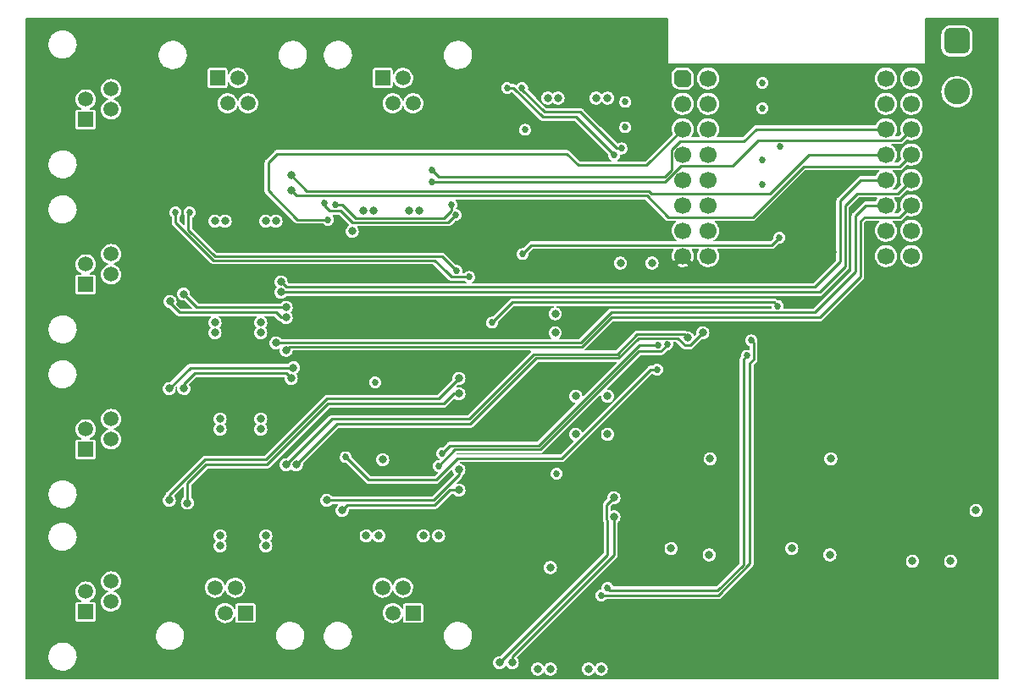
<source format=gbr>
%TF.GenerationSoftware,KiCad,Pcbnew,(6.0.9)*%
%TF.CreationDate,2022-12-08T20:01:15+01:00*%
%TF.ProjectId,floor-heating-controller-s2,666c6f6f-722d-4686-9561-74696e672d63,1*%
%TF.SameCoordinates,Original*%
%TF.FileFunction,Copper,L4,Bot*%
%TF.FilePolarity,Positive*%
%FSLAX46Y46*%
G04 Gerber Fmt 4.6, Leading zero omitted, Abs format (unit mm)*
G04 Created by KiCad (PCBNEW (6.0.9)) date 2022-12-08 20:01:15*
%MOMM*%
%LPD*%
G01*
G04 APERTURE LIST*
G04 Aperture macros list*
%AMRoundRect*
0 Rectangle with rounded corners*
0 $1 Rounding radius*
0 $2 $3 $4 $5 $6 $7 $8 $9 X,Y pos of 4 corners*
0 Add a 4 corners polygon primitive as box body*
4,1,4,$2,$3,$4,$5,$6,$7,$8,$9,$2,$3,0*
0 Add four circle primitives for the rounded corners*
1,1,$1+$1,$2,$3*
1,1,$1+$1,$4,$5*
1,1,$1+$1,$6,$7*
1,1,$1+$1,$8,$9*
0 Add four rect primitives between the rounded corners*
20,1,$1+$1,$2,$3,$4,$5,0*
20,1,$1+$1,$4,$5,$6,$7,0*
20,1,$1+$1,$6,$7,$8,$9,0*
20,1,$1+$1,$8,$9,$2,$3,0*%
%AMFreePoly0*
4,1,19,-0.850000,0.510000,-0.510000,0.850000,0.255000,0.850000,0.408997,0.829726,0.552500,0.770285,0.675729,0.675729,0.770285,0.552500,0.829726,0.408997,0.850000,0.255000,0.850000,-0.510000,0.510000,-0.850000,-0.255000,-0.850000,-0.408997,-0.829726,-0.552500,-0.770285,-0.675729,-0.675729,-0.770285,-0.552500,-0.829726,-0.408997,-0.850000,-0.255000,-0.850000,0.510000,-0.850000,0.510000,
$1*%
G04 Aperture macros list end*
%TA.AperFunction,ComponentPad*%
%ADD10R,1.500000X1.500000*%
%TD*%
%TA.AperFunction,ComponentPad*%
%ADD11C,1.500000*%
%TD*%
%TA.AperFunction,ComponentPad*%
%ADD12FreePoly0,0.000000*%
%TD*%
%TA.AperFunction,ComponentPad*%
%ADD13C,1.700000*%
%TD*%
%TA.AperFunction,ComponentPad*%
%ADD14RoundRect,0.650000X-0.650000X0.650000X-0.650000X-0.650000X0.650000X-0.650000X0.650000X0.650000X0*%
%TD*%
%TA.AperFunction,ComponentPad*%
%ADD15C,2.600000*%
%TD*%
%TA.AperFunction,ViaPad*%
%ADD16C,0.800000*%
%TD*%
%TA.AperFunction,ViaPad*%
%ADD17C,0.685800*%
%TD*%
%TA.AperFunction,Conductor*%
%ADD18C,0.250000*%
%TD*%
%TA.AperFunction,Conductor*%
%ADD19C,0.254000*%
%TD*%
G04 APERTURE END LIST*
D10*
%TO.P,J14,1*%
%TO.N,/motor_output_3/MOT1_B*%
X55140000Y-117100000D03*
D11*
%TO.P,J14,2*%
%TO.N,unconnected-(J14-Pad2)*%
X57680000Y-116080000D03*
%TO.P,J14,3*%
%TO.N,/motor_output_3/MOT1_A*%
X55140000Y-115060000D03*
%TO.P,J14,4*%
%TO.N,unconnected-(J14-Pad4)*%
X57680000Y-114040000D03*
%TD*%
D12*
%TO.P,U2,1,EN*%
%TO.N,unconnected-(U2-Pad1)*%
X114817500Y-96465000D03*
D13*
%TO.P,U2,2,GPIO3*%
%TO.N,CUR3*%
X114817500Y-99005000D03*
%TO.P,U2,3,GPIO5*%
%TO.N,CUR5*%
X114817500Y-101545000D03*
%TO.P,U2,4,GPIO7*%
%TO.N,CUR7*%
X114817500Y-104085000D03*
%TO.P,U2,5,GPIO9*%
%TO.N,IN1_A*%
X114817500Y-106625000D03*
%TO.P,U2,6,GPIO11*%
%TO.N,IN2_A*%
X114817500Y-109165000D03*
%TO.P,U2,7,GPIO12*%
%TO.N,IN2_B*%
X114817500Y-111705000D03*
%TO.P,U2,8,3V3*%
%TO.N,+3V3*%
X114817500Y-114245000D03*
%TO.P,U2,9,VBUS*%
%TO.N,+5V*%
X137677500Y-114245000D03*
%TO.P,U2,10,GND*%
%TO.N,GND*%
X137677500Y-111705000D03*
%TO.P,U2,11,GPIO16*%
%TO.N,IN4_A*%
X137677500Y-109165000D03*
%TO.P,U2,12,GPIO18*%
%TO.N,IN5_A*%
X137677500Y-106625000D03*
%TO.P,U2,13,GPIO33*%
%TO.N,IN6_A*%
X137677500Y-104085000D03*
%TO.P,U2,14,GPIO35*%
%TO.N,IN7_A*%
X137677500Y-101545000D03*
%TO.P,U2,15,GPIO37*%
%TO.N,IN8_A*%
X137677500Y-99005000D03*
%TO.P,U2,16,GPIO39*%
%TO.N,Net-(J18-Pad2)*%
X137677500Y-96465000D03*
%TO.P,U2,17,GPIO1*%
%TO.N,CUR1*%
X117357500Y-96465000D03*
%TO.P,U2,18,GPIO2*%
%TO.N,CUR2*%
X117357500Y-99005000D03*
%TO.P,U2,19,GPIO4*%
%TO.N,CUR4*%
X117357500Y-101545000D03*
%TO.P,U2,20,GPIO6*%
%TO.N,CUR6*%
X117357500Y-104085000D03*
%TO.P,U2,21,GPIO8*%
%TO.N,CUR8*%
X117357500Y-106625000D03*
%TO.P,U2,22,GPIO10*%
%TO.N,IN1_B*%
X117357500Y-109165000D03*
%TO.P,U2,23,GPIO13*%
%TO.N,IN3_A*%
X117357500Y-111705000D03*
%TO.P,U2,24,GPIO14*%
%TO.N,IN3_B*%
X117357500Y-114245000D03*
%TO.P,U2,25,GPIO15*%
%TO.N,/DS18B20*%
X135137500Y-114245000D03*
%TO.P,U2,26,GND*%
%TO.N,GND*%
X135137500Y-111705000D03*
%TO.P,U2,27,GPIO17*%
%TO.N,IN4_B*%
X135137500Y-109165000D03*
%TO.P,U2,28,GPIO21*%
%TO.N,IN5_B*%
X135137500Y-106625000D03*
%TO.P,U2,29,GPIO34*%
%TO.N,IN6_B*%
X135137500Y-104085000D03*
%TO.P,U2,30,GPIO36*%
%TO.N,IN7_B*%
X135137500Y-101545000D03*
%TO.P,U2,31,GPIO38*%
%TO.N,IN8_B*%
X135137500Y-99005000D03*
%TO.P,U2,32,GPIO40*%
%TO.N,Net-(J18-Pad1)*%
X135137500Y-96465000D03*
%TD*%
D10*
%TO.P,J10,1*%
%TO.N,/motor_output_1/MOT1_A*%
X87890000Y-149965000D03*
D11*
%TO.P,J10,2*%
%TO.N,unconnected-(J10-Pad2)*%
X86870000Y-147425000D03*
%TO.P,J10,3*%
%TO.N,/motor_output_1/MOT1_B*%
X85850000Y-149965000D03*
%TO.P,J10,4*%
%TO.N,unconnected-(J10-Pad4)*%
X84830000Y-147425000D03*
%TD*%
D10*
%TO.P,J17,1*%
%TO.N,/motor_output_4/MOT2_A*%
X84830000Y-96415000D03*
D11*
%TO.P,J17,2*%
%TO.N,unconnected-(J17-Pad2)*%
X85850000Y-98955000D03*
%TO.P,J17,3*%
%TO.N,/motor_output_4/MOT2_B*%
X86870000Y-96415000D03*
%TO.P,J17,4*%
%TO.N,unconnected-(J17-Pad4)*%
X87890000Y-98955000D03*
%TD*%
D10*
%TO.P,J12,1*%
%TO.N,/motor_output_2/MOT1_B*%
X55140000Y-149860000D03*
D11*
%TO.P,J12,2*%
%TO.N,unconnected-(J12-Pad2)*%
X57680000Y-148840000D03*
%TO.P,J12,3*%
%TO.N,/motor_output_2/MOT1_A*%
X55140000Y-147820000D03*
%TO.P,J12,4*%
%TO.N,unconnected-(J12-Pad4)*%
X57680000Y-146800000D03*
%TD*%
D10*
%TO.P,J15,1*%
%TO.N,/motor_output_3/MOT2_B*%
X55140000Y-100590000D03*
D11*
%TO.P,J15,2*%
%TO.N,unconnected-(J15-Pad2)*%
X57680000Y-99570000D03*
%TO.P,J15,3*%
%TO.N,/motor_output_3/MOT2_A*%
X55140000Y-98550000D03*
%TO.P,J15,4*%
%TO.N,unconnected-(J15-Pad4)*%
X57680000Y-97530000D03*
%TD*%
D10*
%TO.P,J13,1*%
%TO.N,/motor_output_2/MOT2_B*%
X55140000Y-133610000D03*
D11*
%TO.P,J13,2*%
%TO.N,unconnected-(J13-Pad2)*%
X57680000Y-132590000D03*
%TO.P,J13,3*%
%TO.N,/motor_output_2/MOT2_A*%
X55140000Y-131570000D03*
%TO.P,J13,4*%
%TO.N,unconnected-(J13-Pad4)*%
X57680000Y-130550000D03*
%TD*%
D14*
%TO.P,J18,1,Pin_1*%
%TO.N,Net-(J18-Pad1)*%
X142240000Y-92710000D03*
D15*
%TO.P,J18,2,Pin_2*%
%TO.N,Net-(J18-Pad2)*%
X142240000Y-97790000D03*
%TD*%
D10*
%TO.P,J11,1*%
%TO.N,/motor_output_1/MOT2_B*%
X71120000Y-149965000D03*
D11*
%TO.P,J11,2*%
%TO.N,unconnected-(J11-Pad2)*%
X70100000Y-147425000D03*
%TO.P,J11,3*%
%TO.N,/motor_output_1/MOT2_A*%
X69080000Y-149965000D03*
%TO.P,J11,4*%
%TO.N,unconnected-(J11-Pad4)*%
X68060000Y-147425000D03*
%TD*%
D10*
%TO.P,J16,1*%
%TO.N,/motor_output_4/MOT1_B*%
X68320000Y-96415000D03*
D11*
%TO.P,J16,2*%
%TO.N,unconnected-(J16-Pad2)*%
X69340000Y-98955000D03*
%TO.P,J16,3*%
%TO.N,/motor_output_4/MOT1_A*%
X70360000Y-96415000D03*
%TO.P,J16,4*%
%TO.N,unconnected-(J16-Pad4)*%
X71380000Y-98955000D03*
%TD*%
D16*
%TO.N,+5V*%
X104140000Y-128270000D03*
X69088000Y-110744000D03*
X68580000Y-131572000D03*
X107315000Y-132080000D03*
X102089500Y-120015000D03*
X107315000Y-128270000D03*
X84455000Y-142240000D03*
X68072000Y-110744000D03*
X101346000Y-98425000D03*
X100330000Y-155575000D03*
X68580000Y-142240000D03*
X137795000Y-144780000D03*
X101600000Y-155575000D03*
X102362000Y-98425000D03*
X104140000Y-132080000D03*
X68580000Y-143256000D03*
X68072000Y-121920000D03*
X68072000Y-120904000D03*
X113665000Y-143510000D03*
X83947000Y-109728000D03*
X82931000Y-109728000D03*
X125730000Y-143510000D03*
X83185000Y-142240000D03*
X68580000Y-130556000D03*
%TO.N,GND*%
X106680000Y-155575000D03*
D17*
X84074000Y-126873000D03*
D16*
X111760000Y-114935000D03*
X144145000Y-139700000D03*
D17*
X122809000Y-99441000D03*
D16*
X101600000Y-145415000D03*
X72644000Y-130556000D03*
X72644000Y-131572000D03*
X107315000Y-98425000D03*
X117570000Y-134525000D03*
X73152000Y-143256000D03*
X117475000Y-144145000D03*
X74168000Y-110744000D03*
X72644000Y-120904000D03*
D17*
X109093000Y-98806000D03*
D16*
X102089500Y-121920000D03*
D17*
X124587000Y-103251000D03*
X122809000Y-104648000D03*
D16*
X72644000Y-121920000D03*
X108603500Y-114935000D03*
X141605000Y-144780000D03*
X73152000Y-110744000D03*
X84836000Y-134620000D03*
X129635000Y-134525000D03*
D17*
X109093000Y-101346000D03*
D16*
X88519000Y-109728000D03*
D17*
X122809000Y-107061000D03*
D16*
X81788000Y-111760000D03*
X88900000Y-142240000D03*
X87503000Y-109728000D03*
X105410000Y-155575000D03*
X129540000Y-144145000D03*
X90424000Y-142240000D03*
X73152000Y-142240000D03*
D17*
X122809000Y-96901000D03*
D16*
X106172000Y-98425000D03*
D17*
X99060000Y-101600000D03*
X102235000Y-136017000D03*
D16*
%TO.N,+3V3*%
X129831500Y-113845593D03*
X99060000Y-145415000D03*
D17*
X100457000Y-101600000D03*
D16*
X82804000Y-134620000D03*
X85850815Y-111778500D03*
%TO.N,Net-(C5-Pad2)*%
X107950000Y-140335000D03*
X97790000Y-154940000D03*
%TO.N,Net-(C6-Pad2)*%
X92456000Y-137668000D03*
X80772000Y-139700000D03*
D17*
%TO.N,CUR1*%
X107315000Y-147447000D03*
X121285000Y-124206000D03*
%TO.N,CUR2*%
X121666000Y-122682000D03*
X106680000Y-148209000D03*
D16*
%TO.N,Net-(C13-Pad2)*%
X65312424Y-138950095D03*
X92456000Y-128016000D03*
%TO.N,Net-(C14-Pad2)*%
X75692000Y-126492000D03*
X64956390Y-127494354D03*
D17*
%TO.N,CUR3*%
X95758000Y-120904000D03*
X124310219Y-119230219D03*
%TO.N,CUR4*%
X81153000Y-134366000D03*
X112268000Y-125603000D03*
D16*
%TO.N,Net-(C21-Pad2)*%
X64923964Y-118038681D03*
X75184000Y-119380000D03*
D17*
%TO.N,Net-(C22-Pad2)*%
X92208391Y-115735600D03*
X65532000Y-109855000D03*
%TO.N,CUR5*%
X79375000Y-110617000D03*
%TO.N,CUR6*%
X98806000Y-114046000D03*
X124498600Y-112388609D03*
%TO.N,Net-(C29-Pad2)*%
X80137000Y-109093000D03*
X91694000Y-109093000D03*
%TO.N,Net-(C30-Pad2)*%
X98776516Y-97425079D03*
X108705609Y-103466400D03*
D16*
%TO.N,/motor_output_1/MOT1_B*%
X107950000Y-138430000D03*
X96520000Y-154940000D03*
%TO.N,/motor_output_1/MOT2_B*%
X92456000Y-135636000D03*
X79248000Y-138684000D03*
%TO.N,/motor_output_2/MOT1_B*%
X63500000Y-138684000D03*
X92456000Y-126492000D03*
%TO.N,/motor_output_2/MOT2_B*%
X75908500Y-125408722D03*
X63500000Y-127508000D03*
%TO.N,/motor_output_3/MOT1_B*%
X63582702Y-118788677D03*
X75184000Y-120396000D03*
D17*
%TO.N,/motor_output_3/MOT2_B*%
X64135000Y-109855000D03*
X93472000Y-116332000D03*
%TO.N,/motor_output_4/MOT1_B*%
X92115719Y-110149719D03*
X78994000Y-108966000D03*
%TO.N,/motor_output_4/MOT2_B*%
X107988600Y-104140000D03*
X97282000Y-97409000D03*
%TO.N,IN2_A*%
X112395000Y-123190000D03*
X90805000Y-133985000D03*
%TO.N,IN2_B*%
X90424000Y-135255000D03*
X113284000Y-123063000D03*
D16*
%TO.N,IN4_A*%
X75184000Y-123660500D03*
%TO.N,IN5_A*%
X74671701Y-117860299D03*
%TO.N,IN6_A*%
X75692000Y-107696000D03*
D17*
%TO.N,IN7_A*%
X89789000Y-106807000D03*
D16*
%TO.N,IN3_A*%
X116840000Y-121920000D03*
X76204299Y-135132299D03*
%TO.N,IN3_B*%
X115313859Y-122421542D03*
X75184000Y-135128000D03*
%TO.N,IN4_B*%
X74168000Y-122936000D03*
%TO.N,IN5_B*%
X74676000Y-116840000D03*
%TO.N,IN6_B*%
X75692000Y-106172000D03*
D17*
%TO.N,IN7_B*%
X89789000Y-105664000D03*
%TD*%
D18*
%TO.N,+3V3*%
X128257093Y-115420000D02*
X129831500Y-113845593D01*
X114817500Y-114245000D02*
X115992500Y-115420000D01*
X115992500Y-115420000D02*
X128257093Y-115420000D01*
%TO.N,Net-(C5-Pad2)*%
X107950000Y-140335000D02*
X107950000Y-144145000D01*
X97790000Y-154305000D02*
X97790000Y-154940000D01*
X107950000Y-144145000D02*
X97790000Y-154305000D01*
%TO.N,Net-(C6-Pad2)*%
X92456000Y-137668000D02*
X91567690Y-137668000D01*
X81280000Y-139192000D02*
X80772000Y-139700000D01*
X91567690Y-137668000D02*
X90043690Y-139192000D01*
X90043690Y-139192000D02*
X81280000Y-139192000D01*
D19*
%TO.N,CUR1*%
X120904000Y-145130890D02*
X120904000Y-124587000D01*
X107315000Y-147447000D02*
X107569000Y-147701000D01*
X120904000Y-124587000D02*
X121285000Y-124206000D01*
X107569000Y-147701000D02*
X118333890Y-147701000D01*
X118333890Y-147701000D02*
X120904000Y-145130890D01*
%TO.N,CUR2*%
X118364000Y-148209000D02*
X121539000Y-145034000D01*
X121539000Y-124968000D02*
X121920000Y-124587000D01*
X106680000Y-148209000D02*
X118364000Y-148209000D01*
X121539000Y-145034000D02*
X121539000Y-124968000D01*
X121920000Y-124587000D02*
X121920000Y-122936000D01*
X121920000Y-122936000D02*
X121666000Y-122682000D01*
D18*
%TO.N,Net-(C13-Pad2)*%
X73279000Y-135128000D02*
X67183000Y-135128000D01*
X91948000Y-128016000D02*
X90932000Y-129032000D01*
X79375000Y-129032000D02*
X73279000Y-135128000D01*
X67183000Y-135128000D02*
X65312424Y-136998576D01*
X90932000Y-129032000D02*
X79375000Y-129032000D01*
X65312424Y-136998576D02*
X65312424Y-138950095D01*
X92456000Y-128016000D02*
X91948000Y-128016000D01*
%TO.N,Net-(C14-Pad2)*%
X75184000Y-125984000D02*
X66040000Y-125984000D01*
X66040000Y-125984000D02*
X64956390Y-127067610D01*
X75692000Y-126492000D02*
X75184000Y-125984000D01*
X64956390Y-127067610D02*
X64956390Y-127494354D01*
D19*
%TO.N,CUR3*%
X123952000Y-118872000D02*
X124310219Y-119230219D01*
X97790000Y-118872000D02*
X123952000Y-118872000D01*
X95758000Y-120904000D02*
X97790000Y-118872000D01*
%TO.N,CUR4*%
X92329000Y-134493000D02*
X90170000Y-136652000D01*
X90170000Y-136652000D02*
X83439000Y-136652000D01*
X83439000Y-136652000D02*
X81153000Y-134366000D01*
X111633000Y-125603000D02*
X102743000Y-134493000D01*
X112268000Y-125603000D02*
X111633000Y-125603000D01*
X102743000Y-134493000D02*
X92329000Y-134493000D01*
D18*
%TO.N,Net-(C21-Pad2)*%
X75184000Y-119380000D02*
X66265283Y-119380000D01*
X66265283Y-119380000D02*
X64923964Y-118038681D01*
D19*
%TO.N,Net-(C22-Pad2)*%
X90772791Y-114300000D02*
X92208391Y-115735600D01*
X65405000Y-111602890D02*
X68102110Y-114300000D01*
X68102110Y-114300000D02*
X90772791Y-114300000D01*
X65405000Y-109982000D02*
X65405000Y-111602890D01*
X65532000Y-109855000D02*
X65405000Y-109982000D01*
%TO.N,CUR5*%
X74295000Y-104013000D02*
X103251000Y-104013000D01*
X111206500Y-105156000D02*
X114817500Y-101545000D01*
X103251000Y-104013000D02*
X104394000Y-105156000D01*
X104394000Y-105156000D02*
X111206500Y-105156000D01*
X76327000Y-110617000D02*
X73406000Y-107696000D01*
X79375000Y-110617000D02*
X76327000Y-110617000D01*
X73406000Y-104902000D02*
X74295000Y-104013000D01*
X73406000Y-107696000D02*
X73406000Y-104902000D01*
%TO.N,CUR6*%
X99711000Y-113141000D02*
X123746209Y-113141000D01*
X98806000Y-114046000D02*
X99711000Y-113141000D01*
X123746209Y-113141000D02*
X124498600Y-112388609D01*
%TO.N,Net-(C29-Pad2)*%
X80772000Y-109093000D02*
X80137000Y-109093000D01*
X91694000Y-109728000D02*
X90931501Y-110490499D01*
X90931501Y-110490499D02*
X82169499Y-110490499D01*
X82169499Y-110490499D02*
X80772000Y-109093000D01*
X91694000Y-109093000D02*
X91694000Y-109728000D01*
%TO.N,Net-(C30-Pad2)*%
X98776516Y-97425079D02*
X98776516Y-97552079D01*
X101046936Y-99822499D02*
X104602936Y-99822499D01*
X108246837Y-103466400D02*
X108705609Y-103466400D01*
X98776516Y-97552079D02*
X101046936Y-99822499D01*
X104602936Y-99822499D02*
X108246837Y-103466400D01*
D18*
%TO.N,/motor_output_1/MOT1_B*%
X107225000Y-140635305D02*
X107315000Y-140725305D01*
X107950000Y-138430000D02*
X107225000Y-139155000D01*
X107315000Y-140725305D02*
X107315000Y-144143604D01*
X107225000Y-139155000D02*
X107225000Y-140635305D01*
X96520000Y-154938604D02*
X96520000Y-154940000D01*
X107315000Y-144143604D02*
X96520000Y-154938604D01*
%TO.N,/motor_output_1/MOT2_B*%
X92456000Y-136144000D02*
X89916000Y-138684000D01*
X92456000Y-135636000D02*
X92456000Y-136144000D01*
X89916000Y-138684000D02*
X79248000Y-138684000D01*
%TO.N,/motor_output_2/MOT1_B*%
X90424000Y-128524000D02*
X83312000Y-128524000D01*
X92456000Y-126492000D02*
X90424000Y-128524000D01*
X83312000Y-128524000D02*
X79248000Y-128524000D01*
X64008000Y-137668000D02*
X63500000Y-138176000D01*
X79248000Y-128524000D02*
X74168000Y-133604000D01*
X67056000Y-134620000D02*
X64008000Y-137668000D01*
X63500000Y-138176000D02*
X63500000Y-138684000D01*
X74168000Y-133604000D02*
X73152000Y-134620000D01*
X73152000Y-134620000D02*
X67056000Y-134620000D01*
%TO.N,/motor_output_2/MOT2_B*%
X65599278Y-125408722D02*
X75908500Y-125408722D01*
X63500000Y-127508000D02*
X65599278Y-125408722D01*
%TO.N,/motor_output_3/MOT1_B*%
X74676000Y-120396000D02*
X74168000Y-119888000D01*
X75184000Y-120396000D02*
X74676000Y-120396000D01*
X64516000Y-119888000D02*
X63582702Y-118954702D01*
X63582702Y-118954702D02*
X63582702Y-118788677D01*
X74168000Y-119888000D02*
X64516000Y-119888000D01*
D19*
%TO.N,/motor_output_3/MOT2_B*%
X89789000Y-114681000D02*
X67945000Y-114681000D01*
X93472000Y-116332000D02*
X91694000Y-116332000D01*
X64643000Y-111379000D02*
X64135000Y-110871000D01*
X91694000Y-116332000D02*
X91186000Y-115824000D01*
X90043000Y-114681000D02*
X89789000Y-114681000D01*
X91186000Y-115824000D02*
X90043000Y-114681000D01*
X67945000Y-114681000D02*
X64643000Y-111379000D01*
X64135000Y-110871000D02*
X64135000Y-109855000D01*
%TO.N,/motor_output_4/MOT1_B*%
X79502000Y-109728000D02*
X80645000Y-109728000D01*
X81788000Y-110871000D02*
X91394438Y-110871000D01*
X78994000Y-109220000D02*
X79502000Y-109728000D01*
X91394438Y-110871000D02*
X92115719Y-110149719D01*
X80645000Y-109728000D02*
X81788000Y-110871000D01*
X78994000Y-108966000D02*
X78994000Y-109220000D01*
%TO.N,/motor_output_4/MOT2_B*%
X97917000Y-97409000D02*
X100838000Y-100330000D01*
X97282000Y-97409000D02*
X97917000Y-97409000D01*
X100838000Y-100330000D02*
X104178600Y-100330000D01*
X104178600Y-100330000D02*
X107988600Y-104140000D01*
%TO.N,IN2_A*%
X90805000Y-133985000D02*
X91567499Y-133222501D01*
X91567499Y-133222501D02*
X100457499Y-133222501D01*
X100457499Y-133222501D02*
X110490000Y-123190000D01*
X110490000Y-123190000D02*
X112395000Y-123190000D01*
%TO.N,IN2_B*%
X100615108Y-133603002D02*
X110431710Y-123786400D01*
X113284000Y-123144437D02*
X113284000Y-123063000D01*
X90424000Y-135255000D02*
X92075998Y-133603002D01*
X110431710Y-123786400D02*
X112642037Y-123786400D01*
X112642037Y-123786400D02*
X113284000Y-123144437D01*
X92075998Y-133603002D02*
X100615108Y-133603002D01*
D18*
%TO.N,IN4_A*%
X128524000Y-120396000D02*
X132588000Y-116332000D01*
X132588000Y-110744000D02*
X132992000Y-110340000D01*
X132992000Y-110340000D02*
X136502500Y-110340000D01*
X132588000Y-116332000D02*
X132588000Y-110744000D01*
X104775000Y-123317000D02*
X107696000Y-120396000D01*
X136502500Y-110340000D02*
X137677500Y-109165000D01*
X107696000Y-120396000D02*
X128524000Y-120396000D01*
X75184000Y-123660500D02*
X75527500Y-123317000D01*
X75527500Y-123317000D02*
X104775000Y-123317000D01*
%TO.N,IN5_A*%
X137677500Y-106625000D02*
X136312500Y-107990000D01*
X74676000Y-117856000D02*
X74671701Y-117860299D01*
X136312500Y-107990000D02*
X132294000Y-107990000D01*
X128524000Y-117856000D02*
X74676000Y-117856000D01*
X132294000Y-107990000D02*
X131064000Y-109220000D01*
X131064000Y-109220000D02*
X131064000Y-115316000D01*
X131064000Y-115316000D02*
X128524000Y-117856000D01*
%TO.N,IN6_A*%
X136502500Y-105260000D02*
X137677500Y-104085000D01*
X76200000Y-108204000D02*
X111252000Y-108204000D01*
X111252000Y-108204000D02*
X113388000Y-110340000D01*
X113388000Y-110340000D02*
X121816000Y-110340000D01*
X121816000Y-110340000D02*
X126896000Y-105260000D01*
X126896000Y-105260000D02*
X136502500Y-105260000D01*
X75692000Y-107696000D02*
X76200000Y-108204000D01*
D19*
%TO.N,IN7_A*%
X113074208Y-106807000D02*
X114692208Y-105189000D01*
X119855000Y-105189000D02*
X122395000Y-102649000D01*
X89789000Y-106807000D02*
X113074208Y-106807000D01*
X122395000Y-102649000D02*
X136573500Y-102649000D01*
X136573500Y-102649000D02*
X137677500Y-101545000D01*
X114692208Y-105189000D02*
X119855000Y-105189000D01*
D18*
%TO.N,IN3_A*%
X110422119Y-122468600D02*
X114316404Y-122468600D01*
X76204299Y-135123701D02*
X80264000Y-131064000D01*
X115567501Y-123192499D02*
X116840000Y-121920000D01*
X80264000Y-131064000D02*
X93599000Y-131064000D01*
X100200501Y-124462499D02*
X108428220Y-124462499D01*
X114316404Y-122468600D02*
X115040303Y-123192499D01*
X108428220Y-124462499D02*
X110422119Y-122468600D01*
X115040303Y-123192499D02*
X115567501Y-123192499D01*
X93599000Y-131064000D02*
X100200501Y-124462499D01*
X76204299Y-135132299D02*
X76204299Y-135123701D01*
%TO.N,IN3_B*%
X75184000Y-135128000D02*
X79756000Y-130556000D01*
X114984416Y-122092099D02*
X115313859Y-122421542D01*
X108272268Y-124085998D02*
X110266168Y-122092099D01*
X79756000Y-130556000D02*
X93447548Y-130556000D01*
X110266168Y-122092099D02*
X114984416Y-122092099D01*
X93447548Y-130556000D02*
X99917550Y-124085998D01*
X99917550Y-124085998D02*
X108272268Y-124085998D01*
%TO.N,IN4_B*%
X133151000Y-109165000D02*
X135137500Y-109165000D01*
X132080000Y-110236000D02*
X133151000Y-109165000D01*
X107671548Y-119888000D02*
X128016000Y-119888000D01*
X128016000Y-119888000D02*
X132080000Y-115824000D01*
X104623548Y-122936000D02*
X107671548Y-119888000D01*
X74168000Y-122936000D02*
X104623548Y-122936000D01*
X132080000Y-115824000D02*
X132080000Y-110236000D01*
%TO.N,IN5_B*%
X132643000Y-106625000D02*
X135137500Y-106625000D01*
X128016000Y-117348000D02*
X130556000Y-114808000D01*
X75184000Y-117348000D02*
X128016000Y-117348000D01*
X130556000Y-114808000D02*
X130556000Y-108712000D01*
X74676000Y-116840000D02*
X75184000Y-117348000D01*
X130556000Y-108712000D02*
X132643000Y-106625000D01*
%TO.N,IN6_B*%
X123530310Y-107990000D02*
X127435310Y-104085000D01*
X127435310Y-104085000D02*
X135137500Y-104085000D01*
X77274499Y-107754499D02*
X111438189Y-107754499D01*
X111438189Y-107754499D02*
X111673690Y-107990000D01*
X75692000Y-106172000D02*
X77274499Y-107754499D01*
X111673690Y-107990000D02*
X123530310Y-107990000D01*
D19*
%TO.N,IN7_B*%
X122150445Y-101545000D02*
X135137500Y-101545000D01*
X89789000Y-105664000D02*
X90424000Y-106299000D01*
X113713500Y-103627708D02*
X114597709Y-102743499D01*
X113713500Y-105615500D02*
X113713500Y-103627708D01*
X113030000Y-106299000D02*
X113713500Y-105615500D01*
X90424000Y-106299000D02*
X113030000Y-106299000D01*
X120951946Y-102743499D02*
X122150445Y-101545000D01*
X114597709Y-102743499D02*
X120951946Y-102743499D01*
%TD*%
%TA.AperFunction,Conductor*%
%TO.N,+3V3*%
G36*
X113349194Y-90442806D02*
G01*
X113367500Y-90487000D01*
X113367500Y-94996000D01*
X139067500Y-94996000D01*
X139067500Y-91996697D01*
X140685500Y-91996697D01*
X140685501Y-93423302D01*
X140691715Y-93502274D01*
X140740925Y-93685929D01*
X140742409Y-93688842D01*
X140742410Y-93688844D01*
X140825758Y-93852423D01*
X140827244Y-93855339D01*
X140946899Y-94003101D01*
X141094661Y-94122756D01*
X141097575Y-94124241D01*
X141097577Y-94124242D01*
X141261156Y-94207590D01*
X141261158Y-94207591D01*
X141264071Y-94209075D01*
X141362863Y-94235546D01*
X141444956Y-94257543D01*
X141444958Y-94257543D01*
X141447726Y-94258285D01*
X141450583Y-94258510D01*
X141450584Y-94258510D01*
X141525458Y-94264403D01*
X141525471Y-94264404D01*
X141526697Y-94264500D01*
X142239712Y-94264500D01*
X142953302Y-94264499D01*
X143006129Y-94260342D01*
X143029417Y-94258510D01*
X143029419Y-94258510D01*
X143032274Y-94258285D01*
X143215929Y-94209075D01*
X143218842Y-94207591D01*
X143218844Y-94207590D01*
X143382423Y-94124242D01*
X143382425Y-94124241D01*
X143385339Y-94122756D01*
X143533101Y-94003101D01*
X143652756Y-93855339D01*
X143654242Y-93852423D01*
X143737590Y-93688844D01*
X143737591Y-93688842D01*
X143739075Y-93685929D01*
X143788285Y-93502274D01*
X143791418Y-93462464D01*
X143794403Y-93424542D01*
X143794404Y-93424529D01*
X143794500Y-93423303D01*
X143794499Y-91996698D01*
X143788285Y-91917726D01*
X143739075Y-91734071D01*
X143707060Y-91671237D01*
X143654242Y-91567577D01*
X143654241Y-91567575D01*
X143652756Y-91564661D01*
X143533101Y-91416899D01*
X143385339Y-91297244D01*
X143382423Y-91295758D01*
X143218844Y-91212410D01*
X143218842Y-91212409D01*
X143215929Y-91210925D01*
X143117137Y-91184454D01*
X143035044Y-91162457D01*
X143035042Y-91162457D01*
X143032274Y-91161715D01*
X143029417Y-91161490D01*
X143029416Y-91161490D01*
X142954542Y-91155597D01*
X142954529Y-91155596D01*
X142953303Y-91155500D01*
X142240288Y-91155500D01*
X141526698Y-91155501D01*
X141473871Y-91159658D01*
X141450583Y-91161490D01*
X141450581Y-91161490D01*
X141447726Y-91161715D01*
X141264071Y-91210925D01*
X141261158Y-91212409D01*
X141261156Y-91212410D01*
X141097577Y-91295758D01*
X141094661Y-91297244D01*
X140946899Y-91416899D01*
X140827244Y-91564661D01*
X140825759Y-91567575D01*
X140825758Y-91567577D01*
X140772941Y-91671237D01*
X140740925Y-91734071D01*
X140691715Y-91917726D01*
X140691490Y-91920583D01*
X140691490Y-91920584D01*
X140685597Y-91995458D01*
X140685596Y-91995471D01*
X140685500Y-91996697D01*
X139067500Y-91996697D01*
X139067500Y-90487000D01*
X139085806Y-90442806D01*
X139130000Y-90424500D01*
X146368000Y-90424500D01*
X146412194Y-90442806D01*
X146430500Y-90487000D01*
X146430500Y-156528000D01*
X146412194Y-156572194D01*
X146368000Y-156590500D01*
X49212000Y-156590500D01*
X49167806Y-156572194D01*
X49149500Y-156528000D01*
X49149500Y-154263600D01*
X51431987Y-154263600D01*
X51440929Y-154501784D01*
X51441471Y-154504369D01*
X51441472Y-154504374D01*
X51483515Y-154704752D01*
X51489874Y-154735057D01*
X51577424Y-154956748D01*
X51701075Y-155160518D01*
X51702809Y-155162516D01*
X51702811Y-155162519D01*
X51811674Y-155287972D01*
X51857291Y-155340541D01*
X51906869Y-155381192D01*
X52039555Y-155489989D01*
X52039560Y-155489993D01*
X52041606Y-155491670D01*
X52248750Y-155609583D01*
X52251234Y-155610485D01*
X52251237Y-155610486D01*
X52332103Y-155639839D01*
X52472799Y-155690909D01*
X52707347Y-155733322D01*
X52709387Y-155733418D01*
X52709394Y-155733419D01*
X52731595Y-155734466D01*
X52731613Y-155734466D01*
X52732325Y-155734500D01*
X52899846Y-155734500D01*
X52901162Y-155734388D01*
X52901170Y-155734388D01*
X53074864Y-155719650D01*
X53074869Y-155719649D01*
X53077499Y-155719426D01*
X53080052Y-155718763D01*
X53080054Y-155718763D01*
X53305650Y-155660210D01*
X53305654Y-155660209D01*
X53308207Y-155659546D01*
X53465242Y-155588807D01*
X53523109Y-155562740D01*
X53523112Y-155562738D01*
X53525528Y-155561650D01*
X53723247Y-155428538D01*
X53725159Y-155426714D01*
X53725164Y-155426710D01*
X53817587Y-155338542D01*
X53895712Y-155264015D01*
X54037990Y-155072785D01*
X54039184Y-155070437D01*
X54109012Y-154933096D01*
X95860729Y-154933096D01*
X95878113Y-155090553D01*
X95932553Y-155239319D01*
X95968442Y-155292727D01*
X96001700Y-155342220D01*
X96020908Y-155370805D01*
X96138076Y-155477419D01*
X96141385Y-155479216D01*
X96141387Y-155479217D01*
X96239368Y-155532416D01*
X96277293Y-155553008D01*
X96280940Y-155553965D01*
X96280943Y-155553966D01*
X96368893Y-155577039D01*
X96430522Y-155593207D01*
X96515157Y-155594536D01*
X96585147Y-155595636D01*
X96585149Y-155595636D01*
X96588916Y-155595695D01*
X96743332Y-155560329D01*
X96746696Y-155558637D01*
X96746699Y-155558636D01*
X96813611Y-155524983D01*
X96884855Y-155489151D01*
X96887720Y-155486704D01*
X96887723Y-155486702D01*
X96954089Y-155430019D01*
X97005314Y-155386269D01*
X97007509Y-155383214D01*
X97007512Y-155383211D01*
X97095555Y-155260686D01*
X97095556Y-155260684D01*
X97097755Y-155257624D01*
X97099160Y-155254128D01*
X97100740Y-155251255D01*
X97138074Y-155221348D01*
X97185620Y-155226599D01*
X97207384Y-155246508D01*
X97218719Y-155263376D01*
X97271700Y-155342220D01*
X97290908Y-155370805D01*
X97408076Y-155477419D01*
X97411385Y-155479216D01*
X97411387Y-155479217D01*
X97509368Y-155532416D01*
X97547293Y-155553008D01*
X97550940Y-155553965D01*
X97550943Y-155553966D01*
X97638893Y-155577039D01*
X97700522Y-155593207D01*
X97785157Y-155594536D01*
X97855147Y-155595636D01*
X97855149Y-155595636D01*
X97858916Y-155595695D01*
X97979420Y-155568096D01*
X99670729Y-155568096D01*
X99688113Y-155725553D01*
X99742553Y-155874319D01*
X99830908Y-156005805D01*
X99948076Y-156112419D01*
X99951385Y-156114216D01*
X99951387Y-156114217D01*
X100049368Y-156167416D01*
X100087293Y-156188008D01*
X100090940Y-156188965D01*
X100090943Y-156188966D01*
X100236874Y-156227250D01*
X100240522Y-156228207D01*
X100325157Y-156229536D01*
X100395147Y-156230636D01*
X100395149Y-156230636D01*
X100398916Y-156230695D01*
X100553332Y-156195329D01*
X100556696Y-156193637D01*
X100556699Y-156193636D01*
X100623611Y-156159983D01*
X100694855Y-156124151D01*
X100697720Y-156121704D01*
X100697723Y-156121702D01*
X100812452Y-156023713D01*
X100815314Y-156021269D01*
X100817509Y-156018214D01*
X100817512Y-156018211D01*
X100905555Y-155895686D01*
X100905556Y-155895684D01*
X100907755Y-155892624D01*
X100909160Y-155889128D01*
X100910740Y-155886255D01*
X100948074Y-155856348D01*
X100995620Y-155861599D01*
X101017384Y-155881508D01*
X101100908Y-156005805D01*
X101218076Y-156112419D01*
X101221385Y-156114216D01*
X101221387Y-156114217D01*
X101319368Y-156167416D01*
X101357293Y-156188008D01*
X101360940Y-156188965D01*
X101360943Y-156188966D01*
X101506874Y-156227250D01*
X101510522Y-156228207D01*
X101595157Y-156229536D01*
X101665147Y-156230636D01*
X101665149Y-156230636D01*
X101668916Y-156230695D01*
X101823332Y-156195329D01*
X101826696Y-156193637D01*
X101826699Y-156193636D01*
X101893611Y-156159983D01*
X101964855Y-156124151D01*
X101967720Y-156121704D01*
X101967723Y-156121702D01*
X102082452Y-156023713D01*
X102085314Y-156021269D01*
X102087509Y-156018214D01*
X102087512Y-156018211D01*
X102175555Y-155895686D01*
X102175556Y-155895684D01*
X102177755Y-155892624D01*
X102236842Y-155745641D01*
X102256077Y-155610486D01*
X102258875Y-155590826D01*
X102258875Y-155590821D01*
X102259162Y-155588807D01*
X102259307Y-155575000D01*
X102258472Y-155568096D01*
X104750729Y-155568096D01*
X104768113Y-155725553D01*
X104822553Y-155874319D01*
X104910908Y-156005805D01*
X105028076Y-156112419D01*
X105031385Y-156114216D01*
X105031387Y-156114217D01*
X105129368Y-156167416D01*
X105167293Y-156188008D01*
X105170940Y-156188965D01*
X105170943Y-156188966D01*
X105316874Y-156227250D01*
X105320522Y-156228207D01*
X105405157Y-156229536D01*
X105475147Y-156230636D01*
X105475149Y-156230636D01*
X105478916Y-156230695D01*
X105633332Y-156195329D01*
X105636696Y-156193637D01*
X105636699Y-156193636D01*
X105703611Y-156159983D01*
X105774855Y-156124151D01*
X105777720Y-156121704D01*
X105777723Y-156121702D01*
X105892452Y-156023713D01*
X105895314Y-156021269D01*
X105897509Y-156018214D01*
X105897512Y-156018211D01*
X105985555Y-155895686D01*
X105985556Y-155895684D01*
X105987755Y-155892624D01*
X105989160Y-155889128D01*
X105990740Y-155886255D01*
X106028074Y-155856348D01*
X106075620Y-155861599D01*
X106097384Y-155881508D01*
X106180908Y-156005805D01*
X106298076Y-156112419D01*
X106301385Y-156114216D01*
X106301387Y-156114217D01*
X106399368Y-156167416D01*
X106437293Y-156188008D01*
X106440940Y-156188965D01*
X106440943Y-156188966D01*
X106586874Y-156227250D01*
X106590522Y-156228207D01*
X106675157Y-156229536D01*
X106745147Y-156230636D01*
X106745149Y-156230636D01*
X106748916Y-156230695D01*
X106903332Y-156195329D01*
X106906696Y-156193637D01*
X106906699Y-156193636D01*
X106973611Y-156159983D01*
X107044855Y-156124151D01*
X107047720Y-156121704D01*
X107047723Y-156121702D01*
X107162452Y-156023713D01*
X107165314Y-156021269D01*
X107167509Y-156018214D01*
X107167512Y-156018211D01*
X107255555Y-155895686D01*
X107255556Y-155895684D01*
X107257755Y-155892624D01*
X107316842Y-155745641D01*
X107336077Y-155610486D01*
X107338875Y-155590826D01*
X107338875Y-155590821D01*
X107339162Y-155588807D01*
X107339307Y-155575000D01*
X107320276Y-155417733D01*
X107264280Y-155269546D01*
X107174553Y-155138992D01*
X107120186Y-155090553D01*
X107059087Y-155036116D01*
X107059085Y-155036115D01*
X107056275Y-155033611D01*
X106916274Y-154959484D01*
X106762633Y-154920892D01*
X106758868Y-154920872D01*
X106758866Y-154920872D01*
X106680296Y-154920461D01*
X106604221Y-154920062D01*
X106600557Y-154920942D01*
X106600554Y-154920942D01*
X106549930Y-154933096D01*
X106450184Y-154957043D01*
X106446842Y-154958768D01*
X106446839Y-154958769D01*
X106379799Y-154993372D01*
X106309414Y-155029700D01*
X106306576Y-155032175D01*
X106306577Y-155032175D01*
X106214574Y-155112435D01*
X106190039Y-155133838D01*
X106187873Y-155136920D01*
X106187872Y-155136921D01*
X106128536Y-155221348D01*
X106098950Y-155263444D01*
X106098853Y-155263376D01*
X106062987Y-155292727D01*
X106015388Y-155287972D01*
X105993419Y-155268293D01*
X105964763Y-155226599D01*
X105904553Y-155138992D01*
X105850186Y-155090553D01*
X105789087Y-155036116D01*
X105789085Y-155036115D01*
X105786275Y-155033611D01*
X105646274Y-154959484D01*
X105492633Y-154920892D01*
X105488868Y-154920872D01*
X105488866Y-154920872D01*
X105410296Y-154920461D01*
X105334221Y-154920062D01*
X105330557Y-154920942D01*
X105330554Y-154920942D01*
X105279930Y-154933096D01*
X105180184Y-154957043D01*
X105176842Y-154958768D01*
X105176839Y-154958769D01*
X105109799Y-154993372D01*
X105039414Y-155029700D01*
X105036576Y-155032175D01*
X105036577Y-155032175D01*
X104944574Y-155112435D01*
X104920039Y-155133838D01*
X104917873Y-155136920D01*
X104917872Y-155136921D01*
X104860505Y-155218547D01*
X104828950Y-155263444D01*
X104827581Y-155266955D01*
X104827580Y-155266957D01*
X104774626Y-155402779D01*
X104771406Y-155411037D01*
X104770914Y-155414774D01*
X104751221Y-155564355D01*
X104751221Y-155564359D01*
X104750729Y-155568096D01*
X102258472Y-155568096D01*
X102240276Y-155417733D01*
X102184280Y-155269546D01*
X102094553Y-155138992D01*
X102040186Y-155090553D01*
X101979087Y-155036116D01*
X101979085Y-155036115D01*
X101976275Y-155033611D01*
X101836274Y-154959484D01*
X101682633Y-154920892D01*
X101678868Y-154920872D01*
X101678866Y-154920872D01*
X101600296Y-154920461D01*
X101524221Y-154920062D01*
X101520557Y-154920942D01*
X101520554Y-154920942D01*
X101469930Y-154933096D01*
X101370184Y-154957043D01*
X101366842Y-154958768D01*
X101366839Y-154958769D01*
X101299799Y-154993372D01*
X101229414Y-155029700D01*
X101226576Y-155032175D01*
X101226577Y-155032175D01*
X101134574Y-155112435D01*
X101110039Y-155133838D01*
X101107873Y-155136920D01*
X101107872Y-155136921D01*
X101048536Y-155221348D01*
X101018950Y-155263444D01*
X101018853Y-155263376D01*
X100982987Y-155292727D01*
X100935388Y-155287972D01*
X100913419Y-155268293D01*
X100884763Y-155226599D01*
X100824553Y-155138992D01*
X100770186Y-155090553D01*
X100709087Y-155036116D01*
X100709085Y-155036115D01*
X100706275Y-155033611D01*
X100566274Y-154959484D01*
X100412633Y-154920892D01*
X100408868Y-154920872D01*
X100408866Y-154920872D01*
X100330296Y-154920461D01*
X100254221Y-154920062D01*
X100250557Y-154920942D01*
X100250554Y-154920942D01*
X100199930Y-154933096D01*
X100100184Y-154957043D01*
X100096842Y-154958768D01*
X100096839Y-154958769D01*
X100029799Y-154993372D01*
X99959414Y-155029700D01*
X99956576Y-155032175D01*
X99956577Y-155032175D01*
X99864574Y-155112435D01*
X99840039Y-155133838D01*
X99837873Y-155136920D01*
X99837872Y-155136921D01*
X99780505Y-155218547D01*
X99748950Y-155263444D01*
X99747581Y-155266955D01*
X99747580Y-155266957D01*
X99694626Y-155402779D01*
X99691406Y-155411037D01*
X99690914Y-155414774D01*
X99671221Y-155564355D01*
X99671221Y-155564359D01*
X99670729Y-155568096D01*
X97979420Y-155568096D01*
X98013332Y-155560329D01*
X98016696Y-155558637D01*
X98016699Y-155558636D01*
X98083611Y-155524983D01*
X98154855Y-155489151D01*
X98157720Y-155486704D01*
X98157723Y-155486702D01*
X98224089Y-155430019D01*
X98275314Y-155386269D01*
X98277509Y-155383214D01*
X98277512Y-155383211D01*
X98365555Y-155260686D01*
X98365556Y-155260684D01*
X98367755Y-155257624D01*
X98426842Y-155110641D01*
X98438607Y-155027974D01*
X98448875Y-154955826D01*
X98448875Y-154955821D01*
X98449162Y-154953807D01*
X98449307Y-154940000D01*
X98430276Y-154782733D01*
X98374280Y-154634546D01*
X98284553Y-154503992D01*
X98281741Y-154501486D01*
X98281736Y-154501481D01*
X98251039Y-154474132D01*
X98230219Y-154431066D01*
X98248421Y-154383273D01*
X104422694Y-148209000D01*
X106077445Y-148209000D01*
X106097977Y-148364953D01*
X106099545Y-148368738D01*
X106099545Y-148368739D01*
X106143101Y-148473892D01*
X106158172Y-148510277D01*
X106253929Y-148635071D01*
X106257174Y-148637561D01*
X106257175Y-148637562D01*
X106375473Y-148728335D01*
X106378722Y-148730828D01*
X106524047Y-148791023D01*
X106528103Y-148791557D01*
X106528107Y-148791558D01*
X106675936Y-148811020D01*
X106680000Y-148811555D01*
X106684064Y-148811020D01*
X106831893Y-148791558D01*
X106831897Y-148791557D01*
X106835953Y-148791023D01*
X106981278Y-148730828D01*
X106984527Y-148728335D01*
X107102825Y-148637562D01*
X107102826Y-148637561D01*
X107106071Y-148635071D01*
X107121508Y-148614953D01*
X107162935Y-148591035D01*
X107171093Y-148590500D01*
X118316624Y-148590500D01*
X118329778Y-148591900D01*
X118345780Y-148595345D01*
X118350910Y-148594738D01*
X118350912Y-148594738D01*
X118383059Y-148590933D01*
X118390405Y-148590500D01*
X118395692Y-148590500D01*
X118416336Y-148587064D01*
X118419223Y-148586653D01*
X118471907Y-148580418D01*
X118476563Y-148578182D01*
X118480402Y-148577067D01*
X118484191Y-148575770D01*
X118489283Y-148574922D01*
X118493826Y-148572471D01*
X118493828Y-148572470D01*
X118535958Y-148549737D01*
X118538583Y-148548400D01*
X118582851Y-148527143D01*
X118586398Y-148525440D01*
X118590692Y-148521830D01*
X118590877Y-148521645D01*
X118593944Y-148519056D01*
X118596510Y-148517065D01*
X118601057Y-148514612D01*
X118638698Y-148473892D01*
X118640399Y-148472123D01*
X121775260Y-145337263D01*
X121785552Y-145328951D01*
X121794961Y-145322876D01*
X121794964Y-145322873D01*
X121799304Y-145320071D01*
X121822546Y-145290589D01*
X121827434Y-145285089D01*
X121831171Y-145281352D01*
X121843354Y-145264304D01*
X121845077Y-145262009D01*
X121877934Y-145220330D01*
X121879647Y-145215452D01*
X121881570Y-145211954D01*
X121883330Y-145208361D01*
X121886334Y-145204158D01*
X121887813Y-145199214D01*
X121887814Y-145199211D01*
X121901530Y-145153345D01*
X121902441Y-145150543D01*
X121920016Y-145100498D01*
X121920500Y-145094909D01*
X121920500Y-145094650D01*
X121920839Y-145090646D01*
X121921246Y-145087421D01*
X121922725Y-145082476D01*
X121920548Y-145027075D01*
X121920500Y-145024622D01*
X121920500Y-143503096D01*
X125070729Y-143503096D01*
X125088113Y-143660553D01*
X125142553Y-143809319D01*
X125181453Y-143867208D01*
X125209715Y-143909266D01*
X125230908Y-143940805D01*
X125348076Y-144047419D01*
X125351385Y-144049216D01*
X125351387Y-144049217D01*
X125449368Y-144102416D01*
X125487293Y-144123008D01*
X125490940Y-144123965D01*
X125490943Y-144123966D01*
X125636085Y-144162043D01*
X125640522Y-144163207D01*
X125721820Y-144164484D01*
X125795147Y-144165636D01*
X125795149Y-144165636D01*
X125798916Y-144165695D01*
X125919420Y-144138096D01*
X128880729Y-144138096D01*
X128898113Y-144295553D01*
X128952553Y-144444319D01*
X129040908Y-144575805D01*
X129158076Y-144682419D01*
X129161385Y-144684216D01*
X129161387Y-144684217D01*
X129259368Y-144737416D01*
X129297293Y-144758008D01*
X129300940Y-144758965D01*
X129300943Y-144758966D01*
X129446085Y-144797043D01*
X129450522Y-144798207D01*
X129531820Y-144799484D01*
X129605147Y-144800636D01*
X129605149Y-144800636D01*
X129608916Y-144800695D01*
X129729420Y-144773096D01*
X137135729Y-144773096D01*
X137153113Y-144930553D01*
X137207553Y-145079319D01*
X137295908Y-145210805D01*
X137413076Y-145317419D01*
X137416385Y-145319216D01*
X137416387Y-145319217D01*
X137440958Y-145332558D01*
X137552293Y-145393008D01*
X137555940Y-145393965D01*
X137555943Y-145393966D01*
X137643893Y-145417039D01*
X137705522Y-145433207D01*
X137790157Y-145434536D01*
X137860147Y-145435636D01*
X137860149Y-145435636D01*
X137863916Y-145435695D01*
X138018332Y-145400329D01*
X138021696Y-145398637D01*
X138021699Y-145398636D01*
X138088611Y-145364983D01*
X138159855Y-145329151D01*
X138162720Y-145326704D01*
X138162723Y-145326702D01*
X138277452Y-145228713D01*
X138280314Y-145226269D01*
X138282509Y-145223214D01*
X138282512Y-145223211D01*
X138370555Y-145100686D01*
X138370556Y-145100684D01*
X138372755Y-145097624D01*
X138431842Y-144950641D01*
X138443607Y-144867974D01*
X138453875Y-144795826D01*
X138453875Y-144795821D01*
X138454162Y-144793807D01*
X138454307Y-144780000D01*
X138453472Y-144773096D01*
X140945729Y-144773096D01*
X140963113Y-144930553D01*
X141017553Y-145079319D01*
X141105908Y-145210805D01*
X141223076Y-145317419D01*
X141226385Y-145319216D01*
X141226387Y-145319217D01*
X141250958Y-145332558D01*
X141362293Y-145393008D01*
X141365940Y-145393965D01*
X141365943Y-145393966D01*
X141453893Y-145417039D01*
X141515522Y-145433207D01*
X141600157Y-145434536D01*
X141670147Y-145435636D01*
X141670149Y-145435636D01*
X141673916Y-145435695D01*
X141828332Y-145400329D01*
X141831696Y-145398637D01*
X141831699Y-145398636D01*
X141898611Y-145364983D01*
X141969855Y-145329151D01*
X141972720Y-145326704D01*
X141972723Y-145326702D01*
X142087452Y-145228713D01*
X142090314Y-145226269D01*
X142092509Y-145223214D01*
X142092512Y-145223211D01*
X142180555Y-145100686D01*
X142180556Y-145100684D01*
X142182755Y-145097624D01*
X142241842Y-144950641D01*
X142253607Y-144867974D01*
X142263875Y-144795826D01*
X142263875Y-144795821D01*
X142264162Y-144793807D01*
X142264307Y-144780000D01*
X142245276Y-144622733D01*
X142189280Y-144474546D01*
X142099553Y-144343992D01*
X142045186Y-144295553D01*
X141984087Y-144241116D01*
X141984085Y-144241115D01*
X141981275Y-144238611D01*
X141841274Y-144164484D01*
X141687633Y-144125892D01*
X141683868Y-144125872D01*
X141683866Y-144125872D01*
X141605296Y-144125461D01*
X141529221Y-144125062D01*
X141525557Y-144125942D01*
X141525554Y-144125942D01*
X141459323Y-144141843D01*
X141375184Y-144162043D01*
X141371842Y-144163768D01*
X141371839Y-144163769D01*
X141324775Y-144188061D01*
X141234414Y-144234700D01*
X141231576Y-144237175D01*
X141231577Y-144237175D01*
X141120114Y-144334411D01*
X141115039Y-144338838D01*
X141112873Y-144341920D01*
X141112872Y-144341921D01*
X141090230Y-144374137D01*
X141023950Y-144468444D01*
X141022581Y-144471955D01*
X141022580Y-144471957D01*
X140975110Y-144593713D01*
X140966406Y-144616037D01*
X140965914Y-144619774D01*
X140946221Y-144769355D01*
X140946221Y-144769359D01*
X140945729Y-144773096D01*
X138453472Y-144773096D01*
X138435276Y-144622733D01*
X138379280Y-144474546D01*
X138289553Y-144343992D01*
X138235186Y-144295553D01*
X138174087Y-144241116D01*
X138174085Y-144241115D01*
X138171275Y-144238611D01*
X138031274Y-144164484D01*
X137877633Y-144125892D01*
X137873868Y-144125872D01*
X137873866Y-144125872D01*
X137795296Y-144125461D01*
X137719221Y-144125062D01*
X137715557Y-144125942D01*
X137715554Y-144125942D01*
X137649323Y-144141843D01*
X137565184Y-144162043D01*
X137561842Y-144163768D01*
X137561839Y-144163769D01*
X137514775Y-144188061D01*
X137424414Y-144234700D01*
X137421576Y-144237175D01*
X137421577Y-144237175D01*
X137310114Y-144334411D01*
X137305039Y-144338838D01*
X137302873Y-144341920D01*
X137302872Y-144341921D01*
X137280230Y-144374137D01*
X137213950Y-144468444D01*
X137212581Y-144471955D01*
X137212580Y-144471957D01*
X137165110Y-144593713D01*
X137156406Y-144616037D01*
X137155914Y-144619774D01*
X137136221Y-144769355D01*
X137136221Y-144769359D01*
X137135729Y-144773096D01*
X129729420Y-144773096D01*
X129763332Y-144765329D01*
X129766696Y-144763637D01*
X129766699Y-144763636D01*
X129833611Y-144729983D01*
X129904855Y-144694151D01*
X129907720Y-144691704D01*
X129907723Y-144691702D01*
X130022452Y-144593713D01*
X130025314Y-144591269D01*
X130027509Y-144588214D01*
X130027512Y-144588211D01*
X130115555Y-144465686D01*
X130115556Y-144465684D01*
X130117755Y-144462624D01*
X130176842Y-144315641D01*
X130194999Y-144188061D01*
X130198875Y-144160826D01*
X130198875Y-144160821D01*
X130199162Y-144158807D01*
X130199307Y-144145000D01*
X130180276Y-143987733D01*
X130124280Y-143839546D01*
X130034553Y-143708992D01*
X129977836Y-143658459D01*
X129919087Y-143606116D01*
X129919085Y-143606115D01*
X129916275Y-143603611D01*
X129776274Y-143529484D01*
X129622633Y-143490892D01*
X129618868Y-143490872D01*
X129618866Y-143490872D01*
X129540296Y-143490461D01*
X129464221Y-143490062D01*
X129460557Y-143490942D01*
X129460554Y-143490942D01*
X129409930Y-143503096D01*
X129310184Y-143527043D01*
X129306842Y-143528768D01*
X129306839Y-143528769D01*
X129239799Y-143563372D01*
X129169414Y-143599700D01*
X129166576Y-143602175D01*
X129166577Y-143602175D01*
X129064860Y-143690909D01*
X129050039Y-143703838D01*
X129047873Y-143706920D01*
X129047872Y-143706921D01*
X129038926Y-143719650D01*
X128958950Y-143833444D01*
X128957581Y-143836955D01*
X128957580Y-143836957D01*
X128910110Y-143958713D01*
X128901406Y-143981037D01*
X128900914Y-143984774D01*
X128881221Y-144134355D01*
X128881221Y-144134359D01*
X128880729Y-144138096D01*
X125919420Y-144138096D01*
X125953332Y-144130329D01*
X125956696Y-144128637D01*
X125956699Y-144128636D01*
X126023611Y-144094983D01*
X126094855Y-144059151D01*
X126097720Y-144056704D01*
X126097723Y-144056702D01*
X126178474Y-143987733D01*
X126215314Y-143956269D01*
X126217509Y-143953214D01*
X126217512Y-143953211D01*
X126305555Y-143830686D01*
X126305556Y-143830684D01*
X126307755Y-143827624D01*
X126366842Y-143680641D01*
X126378607Y-143597974D01*
X126388875Y-143525826D01*
X126388875Y-143525821D01*
X126389162Y-143523807D01*
X126389307Y-143510000D01*
X126370276Y-143352733D01*
X126314280Y-143204546D01*
X126224553Y-143073992D01*
X126106275Y-142968611D01*
X125966274Y-142894484D01*
X125812633Y-142855892D01*
X125808868Y-142855872D01*
X125808866Y-142855872D01*
X125730296Y-142855461D01*
X125654221Y-142855062D01*
X125650557Y-142855942D01*
X125650554Y-142855942D01*
X125580948Y-142872653D01*
X125500184Y-142892043D01*
X125496842Y-142893768D01*
X125496839Y-142893769D01*
X125429799Y-142928372D01*
X125359414Y-142964700D01*
X125240039Y-143068838D01*
X125237873Y-143071920D01*
X125237872Y-143071921D01*
X125235780Y-143074898D01*
X125148950Y-143198444D01*
X125147581Y-143201955D01*
X125147580Y-143201957D01*
X125093549Y-143340541D01*
X125091406Y-143346037D01*
X125090914Y-143349774D01*
X125071221Y-143499355D01*
X125071221Y-143499359D01*
X125070729Y-143503096D01*
X121920500Y-143503096D01*
X121920500Y-139693096D01*
X143485729Y-139693096D01*
X143503113Y-139850553D01*
X143557553Y-139999319D01*
X143645908Y-140130805D01*
X143763076Y-140237419D01*
X143766385Y-140239216D01*
X143766387Y-140239217D01*
X143864368Y-140292416D01*
X143902293Y-140313008D01*
X143905940Y-140313965D01*
X143905943Y-140313966D01*
X143993893Y-140337039D01*
X144055522Y-140353207D01*
X144140157Y-140354536D01*
X144210147Y-140355636D01*
X144210149Y-140355636D01*
X144213916Y-140355695D01*
X144368332Y-140320329D01*
X144371696Y-140318637D01*
X144371699Y-140318636D01*
X144438611Y-140284983D01*
X144509855Y-140249151D01*
X144512720Y-140246704D01*
X144512723Y-140246702D01*
X144627452Y-140148713D01*
X144630314Y-140146269D01*
X144632509Y-140143214D01*
X144632512Y-140143211D01*
X144720555Y-140020686D01*
X144720556Y-140020684D01*
X144722755Y-140017624D01*
X144781842Y-139870641D01*
X144801901Y-139729697D01*
X144803875Y-139715826D01*
X144803875Y-139715821D01*
X144804162Y-139713807D01*
X144804235Y-139706842D01*
X144804286Y-139702039D01*
X144804286Y-139702033D01*
X144804307Y-139700000D01*
X144785276Y-139542733D01*
X144729280Y-139394546D01*
X144639553Y-139263992D01*
X144526318Y-139163104D01*
X144524087Y-139161116D01*
X144524085Y-139161115D01*
X144521275Y-139158611D01*
X144381274Y-139084484D01*
X144227633Y-139045892D01*
X144223868Y-139045872D01*
X144223866Y-139045872D01*
X144145296Y-139045461D01*
X144069221Y-139045062D01*
X144065557Y-139045942D01*
X144065554Y-139045942D01*
X143995948Y-139062653D01*
X143915184Y-139082043D01*
X143911842Y-139083768D01*
X143911839Y-139083769D01*
X143877514Y-139101486D01*
X143774414Y-139154700D01*
X143771576Y-139157175D01*
X143771577Y-139157175D01*
X143682543Y-139234845D01*
X143655039Y-139258838D01*
X143652873Y-139261920D01*
X143652872Y-139261921D01*
X143627539Y-139297966D01*
X143563950Y-139388444D01*
X143562581Y-139391955D01*
X143562580Y-139391957D01*
X143508390Y-139530949D01*
X143506406Y-139536037D01*
X143505914Y-139539774D01*
X143486221Y-139689355D01*
X143486221Y-139689359D01*
X143485729Y-139693096D01*
X121920500Y-139693096D01*
X121920500Y-134518096D01*
X128975729Y-134518096D01*
X128993113Y-134675553D01*
X129047553Y-134824319D01*
X129074906Y-134865025D01*
X129132326Y-134950474D01*
X129135908Y-134955805D01*
X129253076Y-135062419D01*
X129256385Y-135064216D01*
X129256387Y-135064217D01*
X129320536Y-135099047D01*
X129392293Y-135138008D01*
X129395940Y-135138965D01*
X129395943Y-135138966D01*
X129541874Y-135177250D01*
X129545522Y-135178207D01*
X129630157Y-135179536D01*
X129700147Y-135180636D01*
X129700149Y-135180636D01*
X129703916Y-135180695D01*
X129858332Y-135145329D01*
X129861696Y-135143637D01*
X129861699Y-135143636D01*
X129950354Y-135099047D01*
X129999855Y-135074151D01*
X130002720Y-135071704D01*
X130002723Y-135071702D01*
X130087407Y-134999374D01*
X130120314Y-134971269D01*
X130122509Y-134968214D01*
X130122512Y-134968211D01*
X130210555Y-134845686D01*
X130210556Y-134845684D01*
X130212755Y-134842624D01*
X130271842Y-134695641D01*
X130283475Y-134613900D01*
X130293875Y-134540826D01*
X130293875Y-134540821D01*
X130294162Y-134538807D01*
X130294307Y-134525000D01*
X130275276Y-134367733D01*
X130219280Y-134219546D01*
X130129553Y-134088992D01*
X130033900Y-134003769D01*
X130014087Y-133986116D01*
X130014085Y-133986115D01*
X130011275Y-133983611D01*
X129885299Y-133916910D01*
X129874602Y-133911246D01*
X129874601Y-133911246D01*
X129871274Y-133909484D01*
X129717633Y-133870892D01*
X129713868Y-133870872D01*
X129713866Y-133870872D01*
X129635296Y-133870461D01*
X129559221Y-133870062D01*
X129555557Y-133870942D01*
X129555554Y-133870942D01*
X129485948Y-133887653D01*
X129405184Y-133907043D01*
X129401842Y-133908768D01*
X129401839Y-133908769D01*
X129346299Y-133937436D01*
X129264414Y-133979700D01*
X129238802Y-134002043D01*
X129153051Y-134076849D01*
X129145039Y-134083838D01*
X129142873Y-134086920D01*
X129142872Y-134086921D01*
X129118512Y-134121582D01*
X129053950Y-134213444D01*
X129052581Y-134216955D01*
X129052580Y-134216957D01*
X128997830Y-134357385D01*
X128996406Y-134361037D01*
X128995914Y-134364774D01*
X128976221Y-134514355D01*
X128976221Y-134514359D01*
X128975729Y-134518096D01*
X121920500Y-134518096D01*
X121920500Y-125151910D01*
X121938806Y-125107716D01*
X122043863Y-125002660D01*
X122156262Y-124890261D01*
X122166546Y-124881955D01*
X122180304Y-124873071D01*
X122189272Y-124861696D01*
X122203546Y-124843589D01*
X122208434Y-124838089D01*
X122212171Y-124834352D01*
X122224354Y-124817304D01*
X122226077Y-124815009D01*
X122258934Y-124773330D01*
X122260647Y-124768452D01*
X122262570Y-124764954D01*
X122264330Y-124761361D01*
X122267334Y-124757158D01*
X122268813Y-124752214D01*
X122268814Y-124752211D01*
X122282530Y-124706345D01*
X122283441Y-124703543D01*
X122287763Y-124691237D01*
X122301016Y-124653498D01*
X122301500Y-124647909D01*
X122301500Y-124647650D01*
X122301839Y-124643646D01*
X122302246Y-124640421D01*
X122303725Y-124635476D01*
X122301548Y-124580075D01*
X122301500Y-124577622D01*
X122301500Y-122983376D01*
X122302900Y-122970222D01*
X122305257Y-122959273D01*
X122306345Y-122954220D01*
X122301933Y-122916940D01*
X122301500Y-122909595D01*
X122301500Y-122904308D01*
X122298064Y-122883664D01*
X122297652Y-122880768D01*
X122292025Y-122833222D01*
X122291418Y-122828093D01*
X122289182Y-122823437D01*
X122288067Y-122819598D01*
X122286770Y-122815809D01*
X122285922Y-122810717D01*
X122280230Y-122800167D01*
X122267939Y-122777389D01*
X122260978Y-122739552D01*
X122268020Y-122686064D01*
X122268020Y-122686063D01*
X122268555Y-122682000D01*
X122261440Y-122627957D01*
X122248558Y-122530110D01*
X122248558Y-122530109D01*
X122248023Y-122526047D01*
X122238517Y-122503096D01*
X122189396Y-122384508D01*
X122189395Y-122384507D01*
X122187828Y-122380723D01*
X122092071Y-122255929D01*
X122068216Y-122237624D01*
X121970527Y-122162665D01*
X121967278Y-122160172D01*
X121963495Y-122158605D01*
X121825734Y-122101543D01*
X121825733Y-122101543D01*
X121821953Y-122099977D01*
X121817897Y-122099443D01*
X121817893Y-122099442D01*
X121670064Y-122079980D01*
X121666000Y-122079445D01*
X121661936Y-122079980D01*
X121514110Y-122099442D01*
X121514109Y-122099442D01*
X121510047Y-122099977D01*
X121506262Y-122101545D01*
X121506261Y-122101545D01*
X121471151Y-122116088D01*
X121364723Y-122160172D01*
X121239929Y-122255929D01*
X121237437Y-122259177D01*
X121237436Y-122259178D01*
X121153388Y-122368713D01*
X121144172Y-122380723D01*
X121142605Y-122384507D01*
X121142604Y-122384508D01*
X121093484Y-122503096D01*
X121083977Y-122526047D01*
X121083442Y-122530109D01*
X121083442Y-122530110D01*
X121070560Y-122627957D01*
X121063445Y-122682000D01*
X121063980Y-122686064D01*
X121079198Y-122801650D01*
X121083977Y-122837953D01*
X121085545Y-122841738D01*
X121085545Y-122841739D01*
X121140490Y-122974388D01*
X121144172Y-122983277D01*
X121239929Y-123108071D01*
X121364722Y-123203828D01*
X121368506Y-123205395D01*
X121368507Y-123205396D01*
X121499917Y-123259827D01*
X121533742Y-123293652D01*
X121538500Y-123317570D01*
X121538500Y-123570844D01*
X121520194Y-123615038D01*
X121476000Y-123633344D01*
X121452081Y-123628586D01*
X121444737Y-123625544D01*
X121444734Y-123625543D01*
X121440953Y-123623977D01*
X121436897Y-123623443D01*
X121436893Y-123623442D01*
X121289064Y-123603980D01*
X121285000Y-123603445D01*
X121280936Y-123603980D01*
X121133110Y-123623442D01*
X121133109Y-123623442D01*
X121129047Y-123623977D01*
X121125262Y-123625545D01*
X121125261Y-123625545D01*
X120987508Y-123682604D01*
X120983723Y-123684172D01*
X120858929Y-123779929D01*
X120763172Y-123904723D01*
X120761605Y-123908507D01*
X120761604Y-123908508D01*
X120740351Y-123959819D01*
X120702977Y-124050047D01*
X120702442Y-124054109D01*
X120702442Y-124054110D01*
X120695912Y-124103711D01*
X120682445Y-124206000D01*
X120682980Y-124210064D01*
X120685755Y-124231141D01*
X120673375Y-124277346D01*
X120667984Y-124283493D01*
X120667738Y-124283739D01*
X120657454Y-124292045D01*
X120643696Y-124300929D01*
X120640500Y-124304983D01*
X120640498Y-124304985D01*
X120620454Y-124330411D01*
X120615566Y-124335911D01*
X120611829Y-124339648D01*
X120610328Y-124341748D01*
X120610325Y-124341752D01*
X120599661Y-124356674D01*
X120597893Y-124359029D01*
X120565066Y-124400670D01*
X120563355Y-124405543D01*
X120561441Y-124409023D01*
X120559668Y-124412641D01*
X120556666Y-124416843D01*
X120555187Y-124421787D01*
X120555187Y-124421788D01*
X120541469Y-124467659D01*
X120540559Y-124470456D01*
X120522984Y-124520502D01*
X120522500Y-124526091D01*
X120522500Y-124526350D01*
X120522161Y-124530354D01*
X120521754Y-124533579D01*
X120520275Y-124538524D01*
X120520478Y-124543682D01*
X120522452Y-124593924D01*
X120522500Y-124596378D01*
X120522500Y-144946980D01*
X120504194Y-144991174D01*
X118194173Y-147301194D01*
X118149979Y-147319500D01*
X107950569Y-147319500D01*
X107906375Y-147301194D01*
X107892829Y-147280921D01*
X107836828Y-147145723D01*
X107741071Y-147020929D01*
X107694446Y-146985152D01*
X107619527Y-146927665D01*
X107616278Y-146925172D01*
X107612495Y-146923605D01*
X107474734Y-146866543D01*
X107474733Y-146866543D01*
X107470953Y-146864977D01*
X107466897Y-146864443D01*
X107466893Y-146864442D01*
X107319064Y-146844980D01*
X107315000Y-146844445D01*
X107310936Y-146844980D01*
X107163110Y-146864442D01*
X107163109Y-146864442D01*
X107159047Y-146864977D01*
X107155262Y-146866545D01*
X107155261Y-146866545D01*
X107096318Y-146890960D01*
X107013723Y-146925172D01*
X106888929Y-147020929D01*
X106793172Y-147145723D01*
X106791606Y-147149504D01*
X106791604Y-147149508D01*
X106744128Y-147264127D01*
X106732977Y-147291047D01*
X106732442Y-147295109D01*
X106732442Y-147295110D01*
X106715569Y-147423271D01*
X106712445Y-147447000D01*
X106712980Y-147451064D01*
X106724368Y-147537565D01*
X106711988Y-147583771D01*
X106670562Y-147607688D01*
X106569317Y-147621017D01*
X106528110Y-147626442D01*
X106528109Y-147626442D01*
X106524047Y-147626977D01*
X106520262Y-147628545D01*
X106520261Y-147628545D01*
X106382508Y-147685604D01*
X106378723Y-147687172D01*
X106253929Y-147782929D01*
X106158172Y-147907723D01*
X106156605Y-147911507D01*
X106156604Y-147911508D01*
X106103136Y-148040593D01*
X106097977Y-148053047D01*
X106097442Y-148057109D01*
X106097442Y-148057110D01*
X106088667Y-148123765D01*
X106077445Y-148209000D01*
X104422694Y-148209000D01*
X108184996Y-144446698D01*
X108195284Y-144438389D01*
X108208940Y-144429571D01*
X108232049Y-144400257D01*
X108236938Y-144394756D01*
X108240638Y-144391056D01*
X108252729Y-144374137D01*
X108254496Y-144371783D01*
X108283957Y-144334411D01*
X108287156Y-144330353D01*
X108288868Y-144325477D01*
X108290793Y-144321976D01*
X108292513Y-144318465D01*
X108295514Y-144314266D01*
X108296992Y-144309324D01*
X108296994Y-144309320D01*
X108310634Y-144263708D01*
X108311545Y-144260906D01*
X108327715Y-144214861D01*
X108327716Y-144214857D01*
X108329018Y-144211149D01*
X108329500Y-144205584D01*
X108329500Y-144205307D01*
X108329840Y-144201281D01*
X108330233Y-144198172D01*
X108331713Y-144193222D01*
X108329548Y-144138117D01*
X108329500Y-144135664D01*
X108329500Y-143503096D01*
X113005729Y-143503096D01*
X113023113Y-143660553D01*
X113077553Y-143809319D01*
X113116453Y-143867208D01*
X113144715Y-143909266D01*
X113165908Y-143940805D01*
X113283076Y-144047419D01*
X113286385Y-144049216D01*
X113286387Y-144049217D01*
X113384368Y-144102416D01*
X113422293Y-144123008D01*
X113425940Y-144123965D01*
X113425943Y-144123966D01*
X113571085Y-144162043D01*
X113575522Y-144163207D01*
X113656820Y-144164484D01*
X113730147Y-144165636D01*
X113730149Y-144165636D01*
X113733916Y-144165695D01*
X113854420Y-144138096D01*
X116815729Y-144138096D01*
X116833113Y-144295553D01*
X116887553Y-144444319D01*
X116975908Y-144575805D01*
X117093076Y-144682419D01*
X117096385Y-144684216D01*
X117096387Y-144684217D01*
X117194368Y-144737416D01*
X117232293Y-144758008D01*
X117235940Y-144758965D01*
X117235943Y-144758966D01*
X117381085Y-144797043D01*
X117385522Y-144798207D01*
X117466820Y-144799484D01*
X117540147Y-144800636D01*
X117540149Y-144800636D01*
X117543916Y-144800695D01*
X117698332Y-144765329D01*
X117701696Y-144763637D01*
X117701699Y-144763636D01*
X117768611Y-144729983D01*
X117839855Y-144694151D01*
X117842720Y-144691704D01*
X117842723Y-144691702D01*
X117957452Y-144593713D01*
X117960314Y-144591269D01*
X117962509Y-144588214D01*
X117962512Y-144588211D01*
X118050555Y-144465686D01*
X118050556Y-144465684D01*
X118052755Y-144462624D01*
X118111842Y-144315641D01*
X118129999Y-144188061D01*
X118133875Y-144160826D01*
X118133875Y-144160821D01*
X118134162Y-144158807D01*
X118134307Y-144145000D01*
X118115276Y-143987733D01*
X118059280Y-143839546D01*
X117969553Y-143708992D01*
X117912836Y-143658459D01*
X117854087Y-143606116D01*
X117854085Y-143606115D01*
X117851275Y-143603611D01*
X117711274Y-143529484D01*
X117557633Y-143490892D01*
X117553868Y-143490872D01*
X117553866Y-143490872D01*
X117475296Y-143490461D01*
X117399221Y-143490062D01*
X117395557Y-143490942D01*
X117395554Y-143490942D01*
X117344930Y-143503096D01*
X117245184Y-143527043D01*
X117241842Y-143528768D01*
X117241839Y-143528769D01*
X117174799Y-143563372D01*
X117104414Y-143599700D01*
X117101576Y-143602175D01*
X117101577Y-143602175D01*
X116999860Y-143690909D01*
X116985039Y-143703838D01*
X116982873Y-143706920D01*
X116982872Y-143706921D01*
X116973926Y-143719650D01*
X116893950Y-143833444D01*
X116892581Y-143836955D01*
X116892580Y-143836957D01*
X116845110Y-143958713D01*
X116836406Y-143981037D01*
X116835914Y-143984774D01*
X116816221Y-144134355D01*
X116816221Y-144134359D01*
X116815729Y-144138096D01*
X113854420Y-144138096D01*
X113888332Y-144130329D01*
X113891696Y-144128637D01*
X113891699Y-144128636D01*
X113958611Y-144094983D01*
X114029855Y-144059151D01*
X114032720Y-144056704D01*
X114032723Y-144056702D01*
X114113474Y-143987733D01*
X114150314Y-143956269D01*
X114152509Y-143953214D01*
X114152512Y-143953211D01*
X114240555Y-143830686D01*
X114240556Y-143830684D01*
X114242755Y-143827624D01*
X114301842Y-143680641D01*
X114313607Y-143597974D01*
X114323875Y-143525826D01*
X114323875Y-143525821D01*
X114324162Y-143523807D01*
X114324307Y-143510000D01*
X114305276Y-143352733D01*
X114249280Y-143204546D01*
X114159553Y-143073992D01*
X114041275Y-142968611D01*
X113901274Y-142894484D01*
X113747633Y-142855892D01*
X113743868Y-142855872D01*
X113743866Y-142855872D01*
X113665296Y-142855461D01*
X113589221Y-142855062D01*
X113585557Y-142855942D01*
X113585554Y-142855942D01*
X113515948Y-142872653D01*
X113435184Y-142892043D01*
X113431842Y-142893768D01*
X113431839Y-142893769D01*
X113364799Y-142928372D01*
X113294414Y-142964700D01*
X113175039Y-143068838D01*
X113172873Y-143071920D01*
X113172872Y-143071921D01*
X113170780Y-143074898D01*
X113083950Y-143198444D01*
X113082581Y-143201955D01*
X113082580Y-143201957D01*
X113028549Y-143340541D01*
X113026406Y-143346037D01*
X113025914Y-143349774D01*
X113006221Y-143499355D01*
X113006221Y-143499359D01*
X113005729Y-143503096D01*
X108329500Y-143503096D01*
X108329500Y-140900456D01*
X108351409Y-140852931D01*
X108432452Y-140783713D01*
X108435314Y-140781269D01*
X108437509Y-140778214D01*
X108437512Y-140778211D01*
X108525555Y-140655686D01*
X108525556Y-140655684D01*
X108527755Y-140652624D01*
X108586842Y-140505641D01*
X108608190Y-140355636D01*
X108608875Y-140350826D01*
X108608875Y-140350821D01*
X108609162Y-140348807D01*
X108609307Y-140335000D01*
X108590276Y-140177733D01*
X108534280Y-140029546D01*
X108444553Y-139898992D01*
X108390186Y-139850553D01*
X108329087Y-139796116D01*
X108329085Y-139796115D01*
X108326275Y-139793611D01*
X108186274Y-139719484D01*
X108032633Y-139680892D01*
X108028868Y-139680872D01*
X108028866Y-139680872D01*
X107950296Y-139680461D01*
X107874221Y-139680062D01*
X107870557Y-139680942D01*
X107870554Y-139680942D01*
X107819930Y-139693096D01*
X107720184Y-139717043D01*
X107716837Y-139718771D01*
X107716833Y-139718772D01*
X107695666Y-139729697D01*
X107647999Y-139733701D01*
X107611462Y-139702825D01*
X107604500Y-139674159D01*
X107604500Y-139338082D01*
X107622806Y-139293888D01*
X107815208Y-139101486D01*
X107859402Y-139083180D01*
X107860521Y-139083257D01*
X107860522Y-139083207D01*
X108015147Y-139085636D01*
X108015149Y-139085636D01*
X108018916Y-139085695D01*
X108173332Y-139050329D01*
X108176696Y-139048637D01*
X108176699Y-139048636D01*
X108277123Y-138998128D01*
X108314855Y-138979151D01*
X108317720Y-138976704D01*
X108317723Y-138976702D01*
X108395214Y-138910518D01*
X108435314Y-138876269D01*
X108437509Y-138873214D01*
X108437512Y-138873211D01*
X108525555Y-138750686D01*
X108525556Y-138750684D01*
X108527755Y-138747624D01*
X108586842Y-138600641D01*
X108602941Y-138487521D01*
X108608875Y-138445826D01*
X108608875Y-138445821D01*
X108609162Y-138443807D01*
X108609307Y-138430000D01*
X108590276Y-138272733D01*
X108534280Y-138124546D01*
X108444553Y-137993992D01*
X108394298Y-137949217D01*
X108329087Y-137891116D01*
X108329085Y-137891115D01*
X108326275Y-137888611D01*
X108186274Y-137814484D01*
X108032633Y-137775892D01*
X108028868Y-137775872D01*
X108028866Y-137775872D01*
X107950296Y-137775461D01*
X107874221Y-137775062D01*
X107870557Y-137775942D01*
X107870554Y-137775942D01*
X107800948Y-137792653D01*
X107720184Y-137812043D01*
X107716842Y-137813768D01*
X107716839Y-137813769D01*
X107675870Y-137834915D01*
X107579414Y-137884700D01*
X107567051Y-137895485D01*
X107508156Y-137946863D01*
X107460039Y-137988838D01*
X107457873Y-137991920D01*
X107457872Y-137991921D01*
X107410940Y-138058699D01*
X107368950Y-138118444D01*
X107367581Y-138121955D01*
X107367580Y-138121957D01*
X107317994Y-138249140D01*
X107311406Y-138266037D01*
X107310914Y-138269774D01*
X107291221Y-138419355D01*
X107291221Y-138419359D01*
X107290729Y-138423096D01*
X107291143Y-138426846D01*
X107291143Y-138426851D01*
X107300309Y-138509872D01*
X107286964Y-138555808D01*
X107282381Y-138560925D01*
X106990004Y-138853302D01*
X106979716Y-138861611D01*
X106966060Y-138870429D01*
X106959530Y-138878713D01*
X106942951Y-138899743D01*
X106938062Y-138905244D01*
X106934362Y-138908944D01*
X106932866Y-138911038D01*
X106932863Y-138911041D01*
X106922271Y-138925863D01*
X106920504Y-138928217D01*
X106903257Y-138950095D01*
X106887844Y-138969647D01*
X106886132Y-138974523D01*
X106884207Y-138978024D01*
X106882487Y-138981535D01*
X106879486Y-138985734D01*
X106878008Y-138990676D01*
X106878006Y-138990680D01*
X106864366Y-139036292D01*
X106863455Y-139039094D01*
X106847285Y-139085139D01*
X106847284Y-139085143D01*
X106845982Y-139088851D01*
X106845500Y-139094416D01*
X106845500Y-139094693D01*
X106845160Y-139098719D01*
X106844767Y-139101828D01*
X106843287Y-139106778D01*
X106843973Y-139124228D01*
X106845452Y-139161882D01*
X106845500Y-139164336D01*
X106845500Y-140588141D01*
X106844100Y-140601296D01*
X106840680Y-140617181D01*
X106841287Y-140622310D01*
X106841287Y-140622313D01*
X106845067Y-140654246D01*
X106845500Y-140661592D01*
X106845500Y-140666829D01*
X106845923Y-140669370D01*
X106845924Y-140669382D01*
X106848915Y-140687347D01*
X106849329Y-140690255D01*
X106855530Y-140742646D01*
X106857766Y-140747303D01*
X106858865Y-140751084D01*
X106860147Y-140754831D01*
X106860996Y-140759931D01*
X106863449Y-140764477D01*
X106863450Y-140764480D01*
X106886051Y-140806366D01*
X106887388Y-140808991D01*
X106910219Y-140856537D01*
X106913814Y-140860813D01*
X106914011Y-140861010D01*
X106916612Y-140864092D01*
X106918538Y-140866576D01*
X106920990Y-140871119D01*
X106922822Y-140872813D01*
X106935500Y-140909840D01*
X106935500Y-143960522D01*
X106917194Y-144004716D01*
X96653519Y-154268391D01*
X96609325Y-154286697D01*
X96604672Y-154286404D01*
X96602633Y-154285892D01*
X96598869Y-154285872D01*
X96598867Y-154285872D01*
X96519553Y-154285457D01*
X96444221Y-154285062D01*
X96440557Y-154285942D01*
X96440554Y-154285942D01*
X96370948Y-154302653D01*
X96290184Y-154322043D01*
X96286842Y-154323768D01*
X96286839Y-154323769D01*
X96219799Y-154358371D01*
X96149414Y-154394700D01*
X96030039Y-154498838D01*
X96027873Y-154501920D01*
X96027872Y-154501921D01*
X96026148Y-154504374D01*
X95938950Y-154628444D01*
X95937581Y-154631955D01*
X95937580Y-154631957D01*
X95896423Y-154737521D01*
X95881406Y-154776037D01*
X95880914Y-154779774D01*
X95861221Y-154929355D01*
X95861221Y-154929359D01*
X95860729Y-154933096D01*
X54109012Y-154933096D01*
X54144819Y-154862668D01*
X54144820Y-154862665D01*
X54146014Y-154860317D01*
X54216696Y-154632686D01*
X54248013Y-154396400D01*
X54239071Y-154158216D01*
X54190126Y-153924943D01*
X54102576Y-153703252D01*
X53978925Y-153499482D01*
X53914284Y-153424989D01*
X53824444Y-153321458D01*
X53824442Y-153321456D01*
X53822709Y-153319459D01*
X53766709Y-153273542D01*
X53640445Y-153170011D01*
X53640440Y-153170007D01*
X53638394Y-153168330D01*
X53431250Y-153050417D01*
X53428766Y-153049515D01*
X53428763Y-153049514D01*
X53291775Y-152999790D01*
X53207201Y-152969091D01*
X52972653Y-152926678D01*
X52970613Y-152926582D01*
X52970606Y-152926581D01*
X52948405Y-152925534D01*
X52948387Y-152925534D01*
X52947675Y-152925500D01*
X52780154Y-152925500D01*
X52778838Y-152925612D01*
X52778830Y-152925612D01*
X52605136Y-152940350D01*
X52605131Y-152940351D01*
X52602501Y-152940574D01*
X52599948Y-152941237D01*
X52599946Y-152941237D01*
X52374350Y-152999790D01*
X52374346Y-152999791D01*
X52371793Y-153000454D01*
X52262884Y-153049514D01*
X52156891Y-153097260D01*
X52156888Y-153097262D01*
X52154472Y-153098350D01*
X51956753Y-153231462D01*
X51954841Y-153233286D01*
X51954836Y-153233290D01*
X51910546Y-153275541D01*
X51784288Y-153395985D01*
X51642010Y-153587215D01*
X51640817Y-153589561D01*
X51640816Y-153589563D01*
X51581761Y-153705717D01*
X51533986Y-153799683D01*
X51463304Y-154027314D01*
X51431987Y-154263600D01*
X49149500Y-154263600D01*
X49149500Y-152198600D01*
X62181987Y-152198600D01*
X62190929Y-152436784D01*
X62239874Y-152670057D01*
X62327424Y-152891748D01*
X62451075Y-153095518D01*
X62452809Y-153097516D01*
X62452811Y-153097519D01*
X62567756Y-153229981D01*
X62607291Y-153275541D01*
X62609339Y-153277220D01*
X62789555Y-153424989D01*
X62789560Y-153424993D01*
X62791606Y-153426670D01*
X62998750Y-153544583D01*
X63001234Y-153545485D01*
X63001237Y-153545486D01*
X63082103Y-153574839D01*
X63222799Y-153625909D01*
X63457347Y-153668322D01*
X63459387Y-153668418D01*
X63459394Y-153668419D01*
X63481595Y-153669466D01*
X63481613Y-153669466D01*
X63482325Y-153669500D01*
X63649846Y-153669500D01*
X63651162Y-153669388D01*
X63651170Y-153669388D01*
X63824864Y-153654650D01*
X63824869Y-153654649D01*
X63827499Y-153654426D01*
X63830052Y-153653763D01*
X63830054Y-153653763D01*
X64055650Y-153595210D01*
X64055654Y-153595209D01*
X64058207Y-153594546D01*
X64264209Y-153501749D01*
X64273109Y-153497740D01*
X64273112Y-153497738D01*
X64275528Y-153496650D01*
X64473247Y-153363538D01*
X64475159Y-153361714D01*
X64475164Y-153361710D01*
X64609782Y-153233290D01*
X64645712Y-153199015D01*
X64787990Y-153007785D01*
X64807663Y-152969091D01*
X64894819Y-152797668D01*
X64894820Y-152797665D01*
X64896014Y-152795317D01*
X64966696Y-152567686D01*
X64998013Y-152331400D01*
X64993027Y-152198600D01*
X74181987Y-152198600D01*
X74190929Y-152436784D01*
X74239874Y-152670057D01*
X74327424Y-152891748D01*
X74451075Y-153095518D01*
X74452809Y-153097516D01*
X74452811Y-153097519D01*
X74567756Y-153229981D01*
X74607291Y-153275541D01*
X74609339Y-153277220D01*
X74789555Y-153424989D01*
X74789560Y-153424993D01*
X74791606Y-153426670D01*
X74998750Y-153544583D01*
X75001234Y-153545485D01*
X75001237Y-153545486D01*
X75082103Y-153574839D01*
X75222799Y-153625909D01*
X75457347Y-153668322D01*
X75459387Y-153668418D01*
X75459394Y-153668419D01*
X75481595Y-153669466D01*
X75481613Y-153669466D01*
X75482325Y-153669500D01*
X75649846Y-153669500D01*
X75651162Y-153669388D01*
X75651170Y-153669388D01*
X75824864Y-153654650D01*
X75824869Y-153654649D01*
X75827499Y-153654426D01*
X75830052Y-153653763D01*
X75830054Y-153653763D01*
X76055650Y-153595210D01*
X76055654Y-153595209D01*
X76058207Y-153594546D01*
X76264209Y-153501749D01*
X76273109Y-153497740D01*
X76273112Y-153497738D01*
X76275528Y-153496650D01*
X76473247Y-153363538D01*
X76475159Y-153361714D01*
X76475164Y-153361710D01*
X76609782Y-153233290D01*
X76645712Y-153199015D01*
X76787990Y-153007785D01*
X76807663Y-152969091D01*
X76894819Y-152797668D01*
X76894820Y-152797665D01*
X76896014Y-152795317D01*
X76966696Y-152567686D01*
X76998013Y-152331400D01*
X76993027Y-152198600D01*
X78951987Y-152198600D01*
X78960929Y-152436784D01*
X79009874Y-152670057D01*
X79097424Y-152891748D01*
X79221075Y-153095518D01*
X79222809Y-153097516D01*
X79222811Y-153097519D01*
X79337756Y-153229981D01*
X79377291Y-153275541D01*
X79379339Y-153277220D01*
X79559555Y-153424989D01*
X79559560Y-153424993D01*
X79561606Y-153426670D01*
X79768750Y-153544583D01*
X79771234Y-153545485D01*
X79771237Y-153545486D01*
X79852103Y-153574839D01*
X79992799Y-153625909D01*
X80227347Y-153668322D01*
X80229387Y-153668418D01*
X80229394Y-153668419D01*
X80251595Y-153669466D01*
X80251613Y-153669466D01*
X80252325Y-153669500D01*
X80419846Y-153669500D01*
X80421162Y-153669388D01*
X80421170Y-153669388D01*
X80594864Y-153654650D01*
X80594869Y-153654649D01*
X80597499Y-153654426D01*
X80600052Y-153653763D01*
X80600054Y-153653763D01*
X80825650Y-153595210D01*
X80825654Y-153595209D01*
X80828207Y-153594546D01*
X81034209Y-153501749D01*
X81043109Y-153497740D01*
X81043112Y-153497738D01*
X81045528Y-153496650D01*
X81243247Y-153363538D01*
X81245159Y-153361714D01*
X81245164Y-153361710D01*
X81379782Y-153233290D01*
X81415712Y-153199015D01*
X81557990Y-153007785D01*
X81577663Y-152969091D01*
X81664819Y-152797668D01*
X81664820Y-152797665D01*
X81666014Y-152795317D01*
X81736696Y-152567686D01*
X81768013Y-152331400D01*
X81763027Y-152198600D01*
X90951987Y-152198600D01*
X90960929Y-152436784D01*
X91009874Y-152670057D01*
X91097424Y-152891748D01*
X91221075Y-153095518D01*
X91222809Y-153097516D01*
X91222811Y-153097519D01*
X91337756Y-153229981D01*
X91377291Y-153275541D01*
X91379339Y-153277220D01*
X91559555Y-153424989D01*
X91559560Y-153424993D01*
X91561606Y-153426670D01*
X91768750Y-153544583D01*
X91771234Y-153545485D01*
X91771237Y-153545486D01*
X91852103Y-153574839D01*
X91992799Y-153625909D01*
X92227347Y-153668322D01*
X92229387Y-153668418D01*
X92229394Y-153668419D01*
X92251595Y-153669466D01*
X92251613Y-153669466D01*
X92252325Y-153669500D01*
X92419846Y-153669500D01*
X92421162Y-153669388D01*
X92421170Y-153669388D01*
X92594864Y-153654650D01*
X92594869Y-153654649D01*
X92597499Y-153654426D01*
X92600052Y-153653763D01*
X92600054Y-153653763D01*
X92825650Y-153595210D01*
X92825654Y-153595209D01*
X92828207Y-153594546D01*
X93034209Y-153501749D01*
X93043109Y-153497740D01*
X93043112Y-153497738D01*
X93045528Y-153496650D01*
X93243247Y-153363538D01*
X93245159Y-153361714D01*
X93245164Y-153361710D01*
X93379782Y-153233290D01*
X93415712Y-153199015D01*
X93557990Y-153007785D01*
X93577663Y-152969091D01*
X93664819Y-152797668D01*
X93664820Y-152797665D01*
X93666014Y-152795317D01*
X93736696Y-152567686D01*
X93768013Y-152331400D01*
X93759071Y-152093216D01*
X93710126Y-151859943D01*
X93622576Y-151638252D01*
X93498925Y-151434482D01*
X93407530Y-151329158D01*
X93344444Y-151256458D01*
X93344442Y-151256456D01*
X93342709Y-151254459D01*
X93293131Y-151213808D01*
X93160445Y-151105011D01*
X93160440Y-151105007D01*
X93158394Y-151103330D01*
X92951250Y-150985417D01*
X92948766Y-150984515D01*
X92948763Y-150984514D01*
X92857298Y-150951314D01*
X92727201Y-150904091D01*
X92492653Y-150861678D01*
X92490613Y-150861582D01*
X92490606Y-150861581D01*
X92468405Y-150860534D01*
X92468387Y-150860534D01*
X92467675Y-150860500D01*
X92300154Y-150860500D01*
X92298838Y-150860612D01*
X92298830Y-150860612D01*
X92125136Y-150875350D01*
X92125131Y-150875351D01*
X92122501Y-150875574D01*
X92119948Y-150876237D01*
X92119946Y-150876237D01*
X91894350Y-150934790D01*
X91894346Y-150934791D01*
X91891793Y-150935454D01*
X91816216Y-150969499D01*
X91676891Y-151032260D01*
X91676888Y-151032262D01*
X91674472Y-151033350D01*
X91476753Y-151166462D01*
X91474841Y-151168286D01*
X91474836Y-151168290D01*
X91393125Y-151246239D01*
X91304288Y-151330985D01*
X91162010Y-151522215D01*
X91160817Y-151524561D01*
X91160816Y-151524563D01*
X91101761Y-151640717D01*
X91053986Y-151734683D01*
X90983304Y-151962314D01*
X90951987Y-152198600D01*
X81763027Y-152198600D01*
X81759071Y-152093216D01*
X81710126Y-151859943D01*
X81622576Y-151638252D01*
X81498925Y-151434482D01*
X81407530Y-151329158D01*
X81344444Y-151256458D01*
X81344442Y-151256456D01*
X81342709Y-151254459D01*
X81293131Y-151213808D01*
X81160445Y-151105011D01*
X81160440Y-151105007D01*
X81158394Y-151103330D01*
X80951250Y-150985417D01*
X80948766Y-150984515D01*
X80948763Y-150984514D01*
X80857298Y-150951314D01*
X80727201Y-150904091D01*
X80492653Y-150861678D01*
X80490613Y-150861582D01*
X80490606Y-150861581D01*
X80468405Y-150860534D01*
X80468387Y-150860534D01*
X80467675Y-150860500D01*
X80300154Y-150860500D01*
X80298838Y-150860612D01*
X80298830Y-150860612D01*
X80125136Y-150875350D01*
X80125131Y-150875351D01*
X80122501Y-150875574D01*
X80119948Y-150876237D01*
X80119946Y-150876237D01*
X79894350Y-150934790D01*
X79894346Y-150934791D01*
X79891793Y-150935454D01*
X79816216Y-150969499D01*
X79676891Y-151032260D01*
X79676888Y-151032262D01*
X79674472Y-151033350D01*
X79476753Y-151166462D01*
X79474841Y-151168286D01*
X79474836Y-151168290D01*
X79393125Y-151246239D01*
X79304288Y-151330985D01*
X79162010Y-151522215D01*
X79160817Y-151524561D01*
X79160816Y-151524563D01*
X79101761Y-151640717D01*
X79053986Y-151734683D01*
X78983304Y-151962314D01*
X78951987Y-152198600D01*
X76993027Y-152198600D01*
X76989071Y-152093216D01*
X76940126Y-151859943D01*
X76852576Y-151638252D01*
X76728925Y-151434482D01*
X76637530Y-151329158D01*
X76574444Y-151256458D01*
X76574442Y-151256456D01*
X76572709Y-151254459D01*
X76523131Y-151213808D01*
X76390445Y-151105011D01*
X76390440Y-151105007D01*
X76388394Y-151103330D01*
X76181250Y-150985417D01*
X76178766Y-150984515D01*
X76178763Y-150984514D01*
X76087298Y-150951314D01*
X75957201Y-150904091D01*
X75722653Y-150861678D01*
X75720613Y-150861582D01*
X75720606Y-150861581D01*
X75698405Y-150860534D01*
X75698387Y-150860534D01*
X75697675Y-150860500D01*
X75530154Y-150860500D01*
X75528838Y-150860612D01*
X75528830Y-150860612D01*
X75355136Y-150875350D01*
X75355131Y-150875351D01*
X75352501Y-150875574D01*
X75349948Y-150876237D01*
X75349946Y-150876237D01*
X75124350Y-150934790D01*
X75124346Y-150934791D01*
X75121793Y-150935454D01*
X75046216Y-150969499D01*
X74906891Y-151032260D01*
X74906888Y-151032262D01*
X74904472Y-151033350D01*
X74706753Y-151166462D01*
X74704841Y-151168286D01*
X74704836Y-151168290D01*
X74623125Y-151246239D01*
X74534288Y-151330985D01*
X74392010Y-151522215D01*
X74390817Y-151524561D01*
X74390816Y-151524563D01*
X74331761Y-151640717D01*
X74283986Y-151734683D01*
X74213304Y-151962314D01*
X74181987Y-152198600D01*
X64993027Y-152198600D01*
X64989071Y-152093216D01*
X64940126Y-151859943D01*
X64852576Y-151638252D01*
X64728925Y-151434482D01*
X64637530Y-151329158D01*
X64574444Y-151256458D01*
X64574442Y-151256456D01*
X64572709Y-151254459D01*
X64523131Y-151213808D01*
X64390445Y-151105011D01*
X64390440Y-151105007D01*
X64388394Y-151103330D01*
X64181250Y-150985417D01*
X64178766Y-150984515D01*
X64178763Y-150984514D01*
X64087298Y-150951314D01*
X63957201Y-150904091D01*
X63722653Y-150861678D01*
X63720613Y-150861582D01*
X63720606Y-150861581D01*
X63698405Y-150860534D01*
X63698387Y-150860534D01*
X63697675Y-150860500D01*
X63530154Y-150860500D01*
X63528838Y-150860612D01*
X63528830Y-150860612D01*
X63355136Y-150875350D01*
X63355131Y-150875351D01*
X63352501Y-150875574D01*
X63349948Y-150876237D01*
X63349946Y-150876237D01*
X63124350Y-150934790D01*
X63124346Y-150934791D01*
X63121793Y-150935454D01*
X63046216Y-150969499D01*
X62906891Y-151032260D01*
X62906888Y-151032262D01*
X62904472Y-151033350D01*
X62706753Y-151166462D01*
X62704841Y-151168286D01*
X62704836Y-151168290D01*
X62623125Y-151246239D01*
X62534288Y-151330985D01*
X62392010Y-151522215D01*
X62390817Y-151524561D01*
X62390816Y-151524563D01*
X62331761Y-151640717D01*
X62283986Y-151734683D01*
X62213304Y-151962314D01*
X62181987Y-152198600D01*
X49149500Y-152198600D01*
X49149500Y-147805907D01*
X54130738Y-147805907D01*
X54147222Y-148002209D01*
X54201521Y-148191570D01*
X54291566Y-148366779D01*
X54293457Y-148369165D01*
X54293459Y-148369168D01*
X54359635Y-148452661D01*
X54413927Y-148521160D01*
X54416257Y-148523143D01*
X54545552Y-148633181D01*
X54563945Y-148648835D01*
X54566609Y-148650324D01*
X54566612Y-148650326D01*
X54724279Y-148738443D01*
X54753927Y-148775984D01*
X54748346Y-148823492D01*
X54710805Y-148853140D01*
X54693790Y-148855501D01*
X54364934Y-148855501D01*
X54361925Y-148856100D01*
X54361920Y-148856100D01*
X54296737Y-148869065D01*
X54290699Y-148870266D01*
X54206516Y-148926516D01*
X54203097Y-148931633D01*
X54171657Y-148978686D01*
X54150266Y-149010699D01*
X54146125Y-149031516D01*
X54140342Y-149060593D01*
X54135500Y-149084933D01*
X54135501Y-150635066D01*
X54136100Y-150638075D01*
X54136100Y-150638080D01*
X54147984Y-150697830D01*
X54150266Y-150709301D01*
X54206516Y-150793484D01*
X54211633Y-150796903D01*
X54285580Y-150846314D01*
X54285582Y-150846315D01*
X54290699Y-150849734D01*
X54323753Y-150856309D01*
X54361920Y-150863901D01*
X54361923Y-150863901D01*
X54364933Y-150864500D01*
X55140000Y-150864500D01*
X55915066Y-150864499D01*
X55918075Y-150863900D01*
X55918080Y-150863900D01*
X55983263Y-150850935D01*
X55989301Y-150849734D01*
X56073484Y-150793484D01*
X56086869Y-150773452D01*
X56126314Y-150714420D01*
X56126315Y-150714418D01*
X56129734Y-150709301D01*
X56144500Y-150635067D01*
X56144500Y-149950907D01*
X68070738Y-149950907D01*
X68087222Y-150147209D01*
X68141521Y-150336570D01*
X68231566Y-150511779D01*
X68233457Y-150514165D01*
X68233459Y-150514168D01*
X68261180Y-150549143D01*
X68353927Y-150666160D01*
X68503945Y-150793835D01*
X68506609Y-150795324D01*
X68506612Y-150795326D01*
X68649798Y-150875350D01*
X68675904Y-150889940D01*
X68678808Y-150890884D01*
X68678809Y-150890884D01*
X68860342Y-150949868D01*
X68860347Y-150949869D01*
X68863255Y-150950814D01*
X69058862Y-150974139D01*
X69061904Y-150973905D01*
X69061907Y-150973905D01*
X69252226Y-150959261D01*
X69252231Y-150959260D01*
X69255274Y-150959026D01*
X69282895Y-150951314D01*
X69442070Y-150906871D01*
X69442074Y-150906870D01*
X69445009Y-150906050D01*
X69563267Y-150846314D01*
X69618122Y-150818605D01*
X69620842Y-150817231D01*
X69623240Y-150815358D01*
X69623244Y-150815355D01*
X69704237Y-150752076D01*
X69776074Y-150695950D01*
X69800077Y-150668143D01*
X69831279Y-150631995D01*
X69904793Y-150546828D01*
X69998658Y-150381596D01*
X70036404Y-150352211D01*
X70083872Y-150358124D01*
X70113257Y-150395870D01*
X70115501Y-150412465D01*
X70115501Y-150740066D01*
X70116100Y-150743075D01*
X70116100Y-150743080D01*
X70129065Y-150808262D01*
X70130266Y-150814301D01*
X70186516Y-150898484D01*
X70194907Y-150904091D01*
X70265580Y-150951314D01*
X70265582Y-150951315D01*
X70270699Y-150954734D01*
X70293458Y-150959261D01*
X70341920Y-150968901D01*
X70341923Y-150968901D01*
X70344933Y-150969500D01*
X71120000Y-150969500D01*
X71895066Y-150969499D01*
X71898075Y-150968900D01*
X71898080Y-150968900D01*
X71963263Y-150955935D01*
X71969301Y-150954734D01*
X72053484Y-150898484D01*
X72076593Y-150863900D01*
X72106314Y-150819420D01*
X72106315Y-150819418D01*
X72109734Y-150814301D01*
X72124500Y-150740067D01*
X72124499Y-149950907D01*
X84840738Y-149950907D01*
X84857222Y-150147209D01*
X84911521Y-150336570D01*
X85001566Y-150511779D01*
X85003457Y-150514165D01*
X85003459Y-150514168D01*
X85031180Y-150549143D01*
X85123927Y-150666160D01*
X85273945Y-150793835D01*
X85276609Y-150795324D01*
X85276612Y-150795326D01*
X85419798Y-150875350D01*
X85445904Y-150889940D01*
X85448808Y-150890884D01*
X85448809Y-150890884D01*
X85630342Y-150949868D01*
X85630347Y-150949869D01*
X85633255Y-150950814D01*
X85828862Y-150974139D01*
X85831904Y-150973905D01*
X85831907Y-150973905D01*
X86022226Y-150959261D01*
X86022231Y-150959260D01*
X86025274Y-150959026D01*
X86052895Y-150951314D01*
X86212070Y-150906871D01*
X86212074Y-150906870D01*
X86215009Y-150906050D01*
X86333267Y-150846314D01*
X86388122Y-150818605D01*
X86390842Y-150817231D01*
X86393240Y-150815358D01*
X86393244Y-150815355D01*
X86474237Y-150752076D01*
X86546074Y-150695950D01*
X86570077Y-150668143D01*
X86601279Y-150631995D01*
X86674793Y-150546828D01*
X86768658Y-150381596D01*
X86806404Y-150352211D01*
X86853872Y-150358124D01*
X86883257Y-150395870D01*
X86885501Y-150412465D01*
X86885501Y-150740066D01*
X86886100Y-150743075D01*
X86886100Y-150743080D01*
X86899065Y-150808262D01*
X86900266Y-150814301D01*
X86956516Y-150898484D01*
X86964907Y-150904091D01*
X87035580Y-150951314D01*
X87035582Y-150951315D01*
X87040699Y-150954734D01*
X87063458Y-150959261D01*
X87111920Y-150968901D01*
X87111923Y-150968901D01*
X87114933Y-150969500D01*
X87890000Y-150969500D01*
X88665066Y-150969499D01*
X88668075Y-150968900D01*
X88668080Y-150968900D01*
X88733263Y-150955935D01*
X88739301Y-150954734D01*
X88823484Y-150898484D01*
X88846593Y-150863900D01*
X88876314Y-150819420D01*
X88876315Y-150819418D01*
X88879734Y-150814301D01*
X88894500Y-150740067D01*
X88894499Y-149189934D01*
X88879734Y-149115699D01*
X88823484Y-149031516D01*
X88784669Y-149005580D01*
X88744420Y-148978686D01*
X88744418Y-148978685D01*
X88739301Y-148975266D01*
X88706247Y-148968691D01*
X88668080Y-148961099D01*
X88668077Y-148961099D01*
X88665067Y-148960500D01*
X88661996Y-148960500D01*
X87890001Y-148960501D01*
X87114934Y-148960501D01*
X87111925Y-148961100D01*
X87111920Y-148961100D01*
X87046737Y-148974065D01*
X87040699Y-148975266D01*
X86956516Y-149031516D01*
X86953097Y-149036633D01*
X86918771Y-149088005D01*
X86900266Y-149115699D01*
X86885500Y-149189933D01*
X86885500Y-149522089D01*
X86867194Y-149566283D01*
X86823000Y-149584589D01*
X86778806Y-149566283D01*
X86767816Y-149551431D01*
X86763410Y-149543143D01*
X86698905Y-149421828D01*
X86692152Y-149409127D01*
X86692150Y-149409124D01*
X86690717Y-149406429D01*
X86566212Y-149253770D01*
X86414427Y-149128203D01*
X86411743Y-149126752D01*
X86411739Y-149126749D01*
X86243828Y-149035960D01*
X86241143Y-149034508D01*
X86147052Y-149005382D01*
X86055875Y-148977158D01*
X86055872Y-148977157D01*
X86052960Y-148976256D01*
X86049927Y-148975937D01*
X86049926Y-148975937D01*
X85999685Y-148970657D01*
X85857047Y-148955665D01*
X85854014Y-148955941D01*
X85854010Y-148955941D01*
X85768905Y-148963687D01*
X85660865Y-148973519D01*
X85471887Y-149029138D01*
X85297312Y-149120404D01*
X85143788Y-149243840D01*
X85017163Y-149394745D01*
X84922262Y-149567371D01*
X84862697Y-149755142D01*
X84862356Y-149758180D01*
X84862356Y-149758181D01*
X84852180Y-149848905D01*
X84840738Y-149950907D01*
X72124499Y-149950907D01*
X72124499Y-149189934D01*
X72109734Y-149115699D01*
X72053484Y-149031516D01*
X72014669Y-149005580D01*
X71974420Y-148978686D01*
X71974418Y-148978685D01*
X71969301Y-148975266D01*
X71936247Y-148968691D01*
X71898080Y-148961099D01*
X71898077Y-148961099D01*
X71895067Y-148960500D01*
X71891996Y-148960500D01*
X71120001Y-148960501D01*
X70344934Y-148960501D01*
X70341925Y-148961100D01*
X70341920Y-148961100D01*
X70276737Y-148974065D01*
X70270699Y-148975266D01*
X70186516Y-149031516D01*
X70183097Y-149036633D01*
X70148771Y-149088005D01*
X70130266Y-149115699D01*
X70115500Y-149189933D01*
X70115500Y-149522089D01*
X70097194Y-149566283D01*
X70053000Y-149584589D01*
X70008806Y-149566283D01*
X69997816Y-149551431D01*
X69993410Y-149543143D01*
X69928905Y-149421828D01*
X69922152Y-149409127D01*
X69922150Y-149409124D01*
X69920717Y-149406429D01*
X69796212Y-149253770D01*
X69644427Y-149128203D01*
X69641743Y-149126752D01*
X69641739Y-149126749D01*
X69473828Y-149035960D01*
X69471143Y-149034508D01*
X69377052Y-149005382D01*
X69285875Y-148977158D01*
X69285872Y-148977157D01*
X69282960Y-148976256D01*
X69279927Y-148975937D01*
X69279926Y-148975937D01*
X69229685Y-148970657D01*
X69087047Y-148955665D01*
X69084014Y-148955941D01*
X69084010Y-148955941D01*
X68998905Y-148963687D01*
X68890865Y-148973519D01*
X68701887Y-149029138D01*
X68527312Y-149120404D01*
X68373788Y-149243840D01*
X68247163Y-149394745D01*
X68152262Y-149567371D01*
X68092697Y-149755142D01*
X68092356Y-149758180D01*
X68092356Y-149758181D01*
X68082180Y-149848905D01*
X68070738Y-149950907D01*
X56144500Y-149950907D01*
X56144499Y-149084934D01*
X56133875Y-149031516D01*
X56130935Y-149016737D01*
X56129734Y-149010699D01*
X56073484Y-148926516D01*
X56053452Y-148913131D01*
X55994420Y-148873686D01*
X55994418Y-148873685D01*
X55989301Y-148870266D01*
X55956247Y-148863691D01*
X55918080Y-148856099D01*
X55918077Y-148856099D01*
X55915067Y-148855500D01*
X55580378Y-148855500D01*
X55536184Y-148837194D01*
X55531509Y-148825907D01*
X56670738Y-148825907D01*
X56687222Y-149022209D01*
X56741521Y-149211570D01*
X56742913Y-149214279D01*
X56742914Y-149214281D01*
X56760059Y-149247642D01*
X56831566Y-149386779D01*
X56833457Y-149389165D01*
X56833459Y-149389168D01*
X56861180Y-149424143D01*
X56953927Y-149541160D01*
X56956257Y-149543143D01*
X56983447Y-149566283D01*
X57103945Y-149668835D01*
X57106609Y-149670324D01*
X57106612Y-149670326D01*
X57253157Y-149752227D01*
X57275904Y-149764940D01*
X57278808Y-149765884D01*
X57278809Y-149765884D01*
X57460342Y-149824868D01*
X57460347Y-149824869D01*
X57463255Y-149825814D01*
X57658862Y-149849139D01*
X57661904Y-149848905D01*
X57661907Y-149848905D01*
X57852226Y-149834261D01*
X57852231Y-149834260D01*
X57855274Y-149834026D01*
X57860195Y-149832652D01*
X58042070Y-149781871D01*
X58042074Y-149781870D01*
X58045009Y-149781050D01*
X58220842Y-149692231D01*
X58223240Y-149690358D01*
X58223244Y-149690355D01*
X58304237Y-149627076D01*
X58376074Y-149570950D01*
X58379164Y-149567371D01*
X58426294Y-149512770D01*
X58504793Y-149421828D01*
X58598918Y-149256139D01*
X58600584Y-149253206D01*
X58600585Y-149253204D01*
X58602096Y-149250544D01*
X58664277Y-149063622D01*
X58667687Y-149036633D01*
X58688746Y-148869925D01*
X58688746Y-148869924D01*
X58688966Y-148868183D01*
X58689144Y-148855501D01*
X58689336Y-148841738D01*
X58689336Y-148841733D01*
X58689360Y-148840000D01*
X58689191Y-148838280D01*
X58689191Y-148838271D01*
X58670435Y-148646991D01*
X58670137Y-148643948D01*
X58613200Y-148455363D01*
X58565128Y-148364953D01*
X58522152Y-148284127D01*
X58522150Y-148284124D01*
X58520717Y-148281429D01*
X58396212Y-148128770D01*
X58244427Y-148003203D01*
X58241743Y-148001752D01*
X58241739Y-148001749D01*
X58073828Y-147910960D01*
X58071143Y-147909508D01*
X58025779Y-147895465D01*
X57975486Y-147879897D01*
X57938682Y-147849341D01*
X57934263Y-147801710D01*
X57964819Y-147764906D01*
X57977159Y-147759995D01*
X57994996Y-147755014D01*
X58042070Y-147741871D01*
X58042074Y-147741870D01*
X58045009Y-147741050D01*
X58220842Y-147652231D01*
X58223240Y-147650358D01*
X58223244Y-147650355D01*
X58367607Y-147537565D01*
X58376074Y-147530950D01*
X58400077Y-147503143D01*
X58456052Y-147438295D01*
X58479693Y-147410907D01*
X67050738Y-147410907D01*
X67067222Y-147607209D01*
X67121521Y-147796570D01*
X67122913Y-147799279D01*
X67122914Y-147799281D01*
X67148942Y-147849925D01*
X67211566Y-147971779D01*
X67213457Y-147974165D01*
X67213459Y-147974168D01*
X67275978Y-148053047D01*
X67333927Y-148126160D01*
X67483945Y-148253835D01*
X67486609Y-148255324D01*
X67486612Y-148255326D01*
X67647169Y-148345058D01*
X67655904Y-148349940D01*
X67658808Y-148350884D01*
X67658809Y-148350884D01*
X67840342Y-148409868D01*
X67840347Y-148409869D01*
X67843255Y-148410814D01*
X68038862Y-148434139D01*
X68041904Y-148433905D01*
X68041907Y-148433905D01*
X68232226Y-148419261D01*
X68232231Y-148419260D01*
X68235274Y-148419026D01*
X68240195Y-148417652D01*
X68422070Y-148366871D01*
X68422074Y-148366870D01*
X68425009Y-148366050D01*
X68600842Y-148277231D01*
X68603240Y-148275358D01*
X68603244Y-148275355D01*
X68707013Y-148194281D01*
X68756074Y-148155950D01*
X68777491Y-148131139D01*
X68806294Y-148097770D01*
X68884793Y-148006828D01*
X68943620Y-147903274D01*
X68980584Y-147838206D01*
X68980585Y-147838204D01*
X68982096Y-147835544D01*
X69013988Y-147739674D01*
X69020729Y-147719411D01*
X69052049Y-147683254D01*
X69099762Y-147679834D01*
X69135919Y-147711154D01*
X69140113Y-147721911D01*
X69161521Y-147796570D01*
X69162913Y-147799279D01*
X69162914Y-147799281D01*
X69188942Y-147849925D01*
X69251566Y-147971779D01*
X69253457Y-147974165D01*
X69253459Y-147974168D01*
X69315978Y-148053047D01*
X69373927Y-148126160D01*
X69523945Y-148253835D01*
X69526609Y-148255324D01*
X69526612Y-148255326D01*
X69687169Y-148345058D01*
X69695904Y-148349940D01*
X69698808Y-148350884D01*
X69698809Y-148350884D01*
X69880342Y-148409868D01*
X69880347Y-148409869D01*
X69883255Y-148410814D01*
X70078862Y-148434139D01*
X70081904Y-148433905D01*
X70081907Y-148433905D01*
X70272226Y-148419261D01*
X70272231Y-148419260D01*
X70275274Y-148419026D01*
X70280195Y-148417652D01*
X70462070Y-148366871D01*
X70462074Y-148366870D01*
X70465009Y-148366050D01*
X70640842Y-148277231D01*
X70643240Y-148275358D01*
X70643244Y-148275355D01*
X70747013Y-148194281D01*
X70796074Y-148155950D01*
X70817491Y-148131139D01*
X70846294Y-148097770D01*
X70924793Y-148006828D01*
X70983620Y-147903274D01*
X71020584Y-147838206D01*
X71020585Y-147838204D01*
X71022096Y-147835544D01*
X71084277Y-147648622D01*
X71086589Y-147630326D01*
X71108746Y-147454925D01*
X71108746Y-147454924D01*
X71108966Y-147453183D01*
X71109053Y-147447000D01*
X71109336Y-147426738D01*
X71109336Y-147426733D01*
X71109360Y-147425000D01*
X71109191Y-147423280D01*
X71109191Y-147423271D01*
X71107979Y-147410907D01*
X83820738Y-147410907D01*
X83837222Y-147607209D01*
X83891521Y-147796570D01*
X83892913Y-147799279D01*
X83892914Y-147799281D01*
X83918942Y-147849925D01*
X83981566Y-147971779D01*
X83983457Y-147974165D01*
X83983459Y-147974168D01*
X84045978Y-148053047D01*
X84103927Y-148126160D01*
X84253945Y-148253835D01*
X84256609Y-148255324D01*
X84256612Y-148255326D01*
X84417169Y-148345058D01*
X84425904Y-148349940D01*
X84428808Y-148350884D01*
X84428809Y-148350884D01*
X84610342Y-148409868D01*
X84610347Y-148409869D01*
X84613255Y-148410814D01*
X84808862Y-148434139D01*
X84811904Y-148433905D01*
X84811907Y-148433905D01*
X85002226Y-148419261D01*
X85002231Y-148419260D01*
X85005274Y-148419026D01*
X85010195Y-148417652D01*
X85192070Y-148366871D01*
X85192074Y-148366870D01*
X85195009Y-148366050D01*
X85370842Y-148277231D01*
X85373240Y-148275358D01*
X85373244Y-148275355D01*
X85477013Y-148194281D01*
X85526074Y-148155950D01*
X85547491Y-148131139D01*
X85576294Y-148097770D01*
X85654793Y-148006828D01*
X85713620Y-147903274D01*
X85750584Y-147838206D01*
X85750585Y-147838204D01*
X85752096Y-147835544D01*
X85783988Y-147739674D01*
X85790729Y-147719411D01*
X85822049Y-147683254D01*
X85869762Y-147679834D01*
X85905919Y-147711154D01*
X85910113Y-147721911D01*
X85931521Y-147796570D01*
X85932913Y-147799279D01*
X85932914Y-147799281D01*
X85958942Y-147849925D01*
X86021566Y-147971779D01*
X86023457Y-147974165D01*
X86023459Y-147974168D01*
X86085978Y-148053047D01*
X86143927Y-148126160D01*
X86293945Y-148253835D01*
X86296609Y-148255324D01*
X86296612Y-148255326D01*
X86457169Y-148345058D01*
X86465904Y-148349940D01*
X86468808Y-148350884D01*
X86468809Y-148350884D01*
X86650342Y-148409868D01*
X86650347Y-148409869D01*
X86653255Y-148410814D01*
X86848862Y-148434139D01*
X86851904Y-148433905D01*
X86851907Y-148433905D01*
X87042226Y-148419261D01*
X87042231Y-148419260D01*
X87045274Y-148419026D01*
X87050195Y-148417652D01*
X87232070Y-148366871D01*
X87232074Y-148366870D01*
X87235009Y-148366050D01*
X87410842Y-148277231D01*
X87413240Y-148275358D01*
X87413244Y-148275355D01*
X87517013Y-148194281D01*
X87566074Y-148155950D01*
X87587491Y-148131139D01*
X87616294Y-148097770D01*
X87694793Y-148006828D01*
X87753620Y-147903274D01*
X87790584Y-147838206D01*
X87790585Y-147838204D01*
X87792096Y-147835544D01*
X87854277Y-147648622D01*
X87856589Y-147630326D01*
X87878746Y-147454925D01*
X87878746Y-147454924D01*
X87878966Y-147453183D01*
X87879053Y-147447000D01*
X87879336Y-147426738D01*
X87879336Y-147426733D01*
X87879360Y-147425000D01*
X87879191Y-147423280D01*
X87879191Y-147423271D01*
X87865855Y-147287261D01*
X87860137Y-147228948D01*
X87803200Y-147040363D01*
X87743277Y-146927665D01*
X87712152Y-146869127D01*
X87712150Y-146869124D01*
X87710717Y-146866429D01*
X87586212Y-146713770D01*
X87434427Y-146588203D01*
X87431743Y-146586752D01*
X87431739Y-146586749D01*
X87263828Y-146495960D01*
X87261143Y-146494508D01*
X87167052Y-146465382D01*
X87075875Y-146437158D01*
X87075872Y-146437157D01*
X87072960Y-146436256D01*
X87069927Y-146435937D01*
X87069926Y-146435937D01*
X87019685Y-146430657D01*
X86877047Y-146415665D01*
X86874014Y-146415941D01*
X86874010Y-146415941D01*
X86788905Y-146423687D01*
X86680865Y-146433519D01*
X86491887Y-146489138D01*
X86317312Y-146580404D01*
X86163788Y-146703840D01*
X86037163Y-146854745D01*
X85942262Y-147027371D01*
X85915689Y-147111139D01*
X85909558Y-147130466D01*
X85878746Y-147167057D01*
X85831086Y-147171142D01*
X85794495Y-147140330D01*
X85790152Y-147129633D01*
X85783265Y-147106821D01*
X85763200Y-147040363D01*
X85703277Y-146927665D01*
X85672152Y-146869127D01*
X85672150Y-146869124D01*
X85670717Y-146866429D01*
X85546212Y-146713770D01*
X85394427Y-146588203D01*
X85391743Y-146586752D01*
X85391739Y-146586749D01*
X85223828Y-146495960D01*
X85221143Y-146494508D01*
X85127052Y-146465382D01*
X85035875Y-146437158D01*
X85035872Y-146437157D01*
X85032960Y-146436256D01*
X85029927Y-146435937D01*
X85029926Y-146435937D01*
X84979685Y-146430657D01*
X84837047Y-146415665D01*
X84834014Y-146415941D01*
X84834010Y-146415941D01*
X84748905Y-146423687D01*
X84640865Y-146433519D01*
X84451887Y-146489138D01*
X84277312Y-146580404D01*
X84123788Y-146703840D01*
X83997163Y-146854745D01*
X83902262Y-147027371D01*
X83842697Y-147215142D01*
X83842356Y-147218180D01*
X83842356Y-147218181D01*
X83833045Y-147301194D01*
X83820738Y-147410907D01*
X71107979Y-147410907D01*
X71095855Y-147287261D01*
X71090137Y-147228948D01*
X71033200Y-147040363D01*
X70973277Y-146927665D01*
X70942152Y-146869127D01*
X70942150Y-146869124D01*
X70940717Y-146866429D01*
X70816212Y-146713770D01*
X70664427Y-146588203D01*
X70661743Y-146586752D01*
X70661739Y-146586749D01*
X70493828Y-146495960D01*
X70491143Y-146494508D01*
X70397052Y-146465382D01*
X70305875Y-146437158D01*
X70305872Y-146437157D01*
X70302960Y-146436256D01*
X70299927Y-146435937D01*
X70299926Y-146435937D01*
X70249685Y-146430657D01*
X70107047Y-146415665D01*
X70104014Y-146415941D01*
X70104010Y-146415941D01*
X70018905Y-146423687D01*
X69910865Y-146433519D01*
X69721887Y-146489138D01*
X69547312Y-146580404D01*
X69393788Y-146703840D01*
X69267163Y-146854745D01*
X69172262Y-147027371D01*
X69145689Y-147111139D01*
X69139558Y-147130466D01*
X69108746Y-147167057D01*
X69061086Y-147171142D01*
X69024495Y-147140330D01*
X69020152Y-147129633D01*
X69013265Y-147106821D01*
X68993200Y-147040363D01*
X68933277Y-146927665D01*
X68902152Y-146869127D01*
X68902150Y-146869124D01*
X68900717Y-146866429D01*
X68776212Y-146713770D01*
X68624427Y-146588203D01*
X68621743Y-146586752D01*
X68621739Y-146586749D01*
X68453828Y-146495960D01*
X68451143Y-146494508D01*
X68357052Y-146465382D01*
X68265875Y-146437158D01*
X68265872Y-146437157D01*
X68262960Y-146436256D01*
X68259927Y-146435937D01*
X68259926Y-146435937D01*
X68209685Y-146430657D01*
X68067047Y-146415665D01*
X68064014Y-146415941D01*
X68064010Y-146415941D01*
X67978905Y-146423687D01*
X67870865Y-146433519D01*
X67681887Y-146489138D01*
X67507312Y-146580404D01*
X67353788Y-146703840D01*
X67227163Y-146854745D01*
X67132262Y-147027371D01*
X67072697Y-147215142D01*
X67072356Y-147218180D01*
X67072356Y-147218181D01*
X67063045Y-147301194D01*
X67050738Y-147410907D01*
X58479693Y-147410907D01*
X58504793Y-147381828D01*
X58581156Y-147247405D01*
X58600584Y-147213206D01*
X58600585Y-147213204D01*
X58602096Y-147210544D01*
X58664277Y-147023622D01*
X58681719Y-146885555D01*
X58688746Y-146829925D01*
X58688746Y-146829924D01*
X58688966Y-146828183D01*
X58689207Y-146810984D01*
X58689336Y-146801738D01*
X58689336Y-146801733D01*
X58689360Y-146800000D01*
X58689191Y-146798280D01*
X58689191Y-146798271D01*
X58670435Y-146606991D01*
X58670137Y-146603948D01*
X58613200Y-146415363D01*
X58520717Y-146241429D01*
X58396212Y-146088770D01*
X58244427Y-145963203D01*
X58241743Y-145961752D01*
X58241739Y-145961749D01*
X58073828Y-145870960D01*
X58071143Y-145869508D01*
X57977051Y-145840382D01*
X57885875Y-145812158D01*
X57885872Y-145812157D01*
X57882960Y-145811256D01*
X57879927Y-145810937D01*
X57879926Y-145810937D01*
X57829685Y-145805657D01*
X57687047Y-145790665D01*
X57684014Y-145790941D01*
X57684010Y-145790941D01*
X57598905Y-145798687D01*
X57490865Y-145808519D01*
X57301887Y-145864138D01*
X57127312Y-145955404D01*
X56973788Y-146078840D01*
X56847163Y-146229745D01*
X56752262Y-146402371D01*
X56692697Y-146590142D01*
X56692356Y-146593180D01*
X56692356Y-146593181D01*
X56678830Y-146713770D01*
X56670738Y-146785907D01*
X56687222Y-146982209D01*
X56741521Y-147171570D01*
X56831566Y-147346779D01*
X56833457Y-147349165D01*
X56833459Y-147349168D01*
X56894941Y-147426738D01*
X56953927Y-147501160D01*
X56956257Y-147503143D01*
X57085552Y-147613181D01*
X57103945Y-147628835D01*
X57106609Y-147630324D01*
X57106612Y-147630326D01*
X57208326Y-147687172D01*
X57275904Y-147724940D01*
X57278808Y-147725884D01*
X57278809Y-147725884D01*
X57385617Y-147760588D01*
X57421991Y-147791655D01*
X57425744Y-147839343D01*
X57394677Y-147875717D01*
X57383949Y-147879986D01*
X57301887Y-147904138D01*
X57127312Y-147995404D01*
X56973788Y-148118840D01*
X56847163Y-148269745D01*
X56752262Y-148442371D01*
X56692697Y-148630142D01*
X56692356Y-148633180D01*
X56692356Y-148633181D01*
X56672071Y-148814026D01*
X56670738Y-148825907D01*
X55531509Y-148825907D01*
X55517878Y-148793000D01*
X55536184Y-148748806D01*
X55552197Y-148737214D01*
X55680842Y-148672231D01*
X55683240Y-148670358D01*
X55683244Y-148670355D01*
X55780644Y-148594257D01*
X55836074Y-148550950D01*
X55838276Y-148548400D01*
X55916052Y-148458295D01*
X55964793Y-148401828D01*
X56062096Y-148230544D01*
X56124277Y-148043622D01*
X56129262Y-148004166D01*
X56148746Y-147849925D01*
X56148746Y-147849924D01*
X56148966Y-147848183D01*
X56149106Y-147838206D01*
X56149336Y-147821738D01*
X56149336Y-147821733D01*
X56149360Y-147820000D01*
X56149191Y-147818280D01*
X56149191Y-147818271D01*
X56130616Y-147628835D01*
X56130137Y-147623948D01*
X56073200Y-147435363D01*
X55998626Y-147295110D01*
X55982152Y-147264127D01*
X55982150Y-147264124D01*
X55980717Y-147261429D01*
X55856212Y-147108770D01*
X55704427Y-146983203D01*
X55701743Y-146981752D01*
X55701739Y-146981749D01*
X55533828Y-146890960D01*
X55531143Y-146889508D01*
X55411282Y-146852405D01*
X55345875Y-146832158D01*
X55345872Y-146832157D01*
X55342960Y-146831256D01*
X55339927Y-146830937D01*
X55339926Y-146830937D01*
X55289685Y-146825657D01*
X55147047Y-146810665D01*
X55144014Y-146810941D01*
X55144010Y-146810941D01*
X55058905Y-146818687D01*
X54950865Y-146828519D01*
X54761887Y-146884138D01*
X54587312Y-146975404D01*
X54433788Y-147098840D01*
X54307163Y-147249745D01*
X54212262Y-147422371D01*
X54152697Y-147610142D01*
X54152356Y-147613180D01*
X54152356Y-147613181D01*
X54132071Y-147794026D01*
X54130738Y-147805907D01*
X49149500Y-147805907D01*
X49149500Y-145408096D01*
X100940729Y-145408096D01*
X100958113Y-145565553D01*
X101012553Y-145714319D01*
X101026911Y-145735686D01*
X101077478Y-145810937D01*
X101100908Y-145845805D01*
X101218076Y-145952419D01*
X101221385Y-145954216D01*
X101221387Y-145954217D01*
X101319368Y-146007416D01*
X101357293Y-146028008D01*
X101360940Y-146028965D01*
X101360943Y-146028966D01*
X101506874Y-146067250D01*
X101510522Y-146068207D01*
X101595157Y-146069536D01*
X101665147Y-146070636D01*
X101665149Y-146070636D01*
X101668916Y-146070695D01*
X101823332Y-146035329D01*
X101826696Y-146033637D01*
X101826699Y-146033636D01*
X101893611Y-145999983D01*
X101964855Y-145964151D01*
X101967720Y-145961704D01*
X101967723Y-145961702D01*
X102075667Y-145869508D01*
X102085314Y-145861269D01*
X102087509Y-145858214D01*
X102087512Y-145858211D01*
X102175555Y-145735686D01*
X102175556Y-145735684D01*
X102177755Y-145732624D01*
X102236842Y-145585641D01*
X102258190Y-145435636D01*
X102258875Y-145430826D01*
X102258875Y-145430821D01*
X102259162Y-145428807D01*
X102259307Y-145415000D01*
X102240276Y-145257733D01*
X102184280Y-145109546D01*
X102094553Y-144978992D01*
X102040186Y-144930553D01*
X101979087Y-144876116D01*
X101979085Y-144876115D01*
X101976275Y-144873611D01*
X101836274Y-144799484D01*
X101682633Y-144760892D01*
X101678868Y-144760872D01*
X101678866Y-144760872D01*
X101600296Y-144760461D01*
X101524221Y-144760062D01*
X101520557Y-144760942D01*
X101520554Y-144760942D01*
X101469930Y-144773096D01*
X101370184Y-144797043D01*
X101366842Y-144798768D01*
X101366839Y-144798769D01*
X101299799Y-144833372D01*
X101229414Y-144869700D01*
X101110039Y-144973838D01*
X101107873Y-144976920D01*
X101107872Y-144976921D01*
X101050505Y-145058547D01*
X101018950Y-145103444D01*
X101017581Y-145106955D01*
X101017580Y-145106957D01*
X100970110Y-145228713D01*
X100961406Y-145251037D01*
X100960914Y-145254774D01*
X100941221Y-145404355D01*
X100941221Y-145404359D01*
X100940729Y-145408096D01*
X49149500Y-145408096D01*
X49149500Y-142263600D01*
X51431987Y-142263600D01*
X51440929Y-142501784D01*
X51441471Y-142504369D01*
X51441472Y-142504374D01*
X51467843Y-142630058D01*
X51489874Y-142735057D01*
X51577424Y-142956748D01*
X51701075Y-143160518D01*
X51702809Y-143162516D01*
X51702811Y-143162519D01*
X51794141Y-143267767D01*
X51857291Y-143340541D01*
X51906869Y-143381192D01*
X52039555Y-143489989D01*
X52039560Y-143489993D01*
X52041606Y-143491670D01*
X52043905Y-143492979D01*
X52043907Y-143492980D01*
X52106425Y-143528567D01*
X52248750Y-143609583D01*
X52251234Y-143610485D01*
X52251237Y-143610486D01*
X52332103Y-143639839D01*
X52472799Y-143690909D01*
X52707347Y-143733322D01*
X52709387Y-143733418D01*
X52709394Y-143733419D01*
X52731595Y-143734466D01*
X52731613Y-143734466D01*
X52732325Y-143734500D01*
X52899846Y-143734500D01*
X52901162Y-143734388D01*
X52901170Y-143734388D01*
X53074864Y-143719650D01*
X53074869Y-143719649D01*
X53077499Y-143719426D01*
X53080052Y-143718763D01*
X53080054Y-143718763D01*
X53305650Y-143660210D01*
X53305654Y-143660209D01*
X53308207Y-143659546D01*
X53444892Y-143597974D01*
X53523109Y-143562740D01*
X53523112Y-143562738D01*
X53525528Y-143561650D01*
X53723247Y-143428538D01*
X53725159Y-143426714D01*
X53725164Y-143426710D01*
X53817587Y-143338542D01*
X53895712Y-143264015D01*
X53906812Y-143249096D01*
X67920729Y-143249096D01*
X67938113Y-143406553D01*
X67992553Y-143555319D01*
X68006911Y-143576686D01*
X68062591Y-143659546D01*
X68080908Y-143686805D01*
X68198076Y-143793419D01*
X68201385Y-143795216D01*
X68201387Y-143795217D01*
X68277312Y-143836441D01*
X68337293Y-143869008D01*
X68340940Y-143869965D01*
X68340943Y-143869966D01*
X68486874Y-143908250D01*
X68490522Y-143909207D01*
X68575157Y-143910536D01*
X68645147Y-143911636D01*
X68645149Y-143911636D01*
X68648916Y-143911695D01*
X68803332Y-143876329D01*
X68806696Y-143874637D01*
X68806699Y-143874636D01*
X68873611Y-143840983D01*
X68944855Y-143805151D01*
X68947720Y-143802704D01*
X68947723Y-143802702D01*
X69027616Y-143734466D01*
X69065314Y-143702269D01*
X69067509Y-143699214D01*
X69067512Y-143699211D01*
X69155555Y-143576686D01*
X69155556Y-143576684D01*
X69157755Y-143573624D01*
X69216842Y-143426641D01*
X69228813Y-143342527D01*
X69238875Y-143271826D01*
X69238875Y-143271821D01*
X69239162Y-143269807D01*
X69239307Y-143256000D01*
X69238472Y-143249096D01*
X72492729Y-143249096D01*
X72510113Y-143406553D01*
X72564553Y-143555319D01*
X72578911Y-143576686D01*
X72634591Y-143659546D01*
X72652908Y-143686805D01*
X72770076Y-143793419D01*
X72773385Y-143795216D01*
X72773387Y-143795217D01*
X72849312Y-143836441D01*
X72909293Y-143869008D01*
X72912940Y-143869965D01*
X72912943Y-143869966D01*
X73058874Y-143908250D01*
X73062522Y-143909207D01*
X73147157Y-143910536D01*
X73217147Y-143911636D01*
X73217149Y-143911636D01*
X73220916Y-143911695D01*
X73375332Y-143876329D01*
X73378696Y-143874637D01*
X73378699Y-143874636D01*
X73445611Y-143840983D01*
X73516855Y-143805151D01*
X73519720Y-143802704D01*
X73519723Y-143802702D01*
X73599616Y-143734466D01*
X73637314Y-143702269D01*
X73639509Y-143699214D01*
X73639512Y-143699211D01*
X73727555Y-143576686D01*
X73727556Y-143576684D01*
X73729755Y-143573624D01*
X73788842Y-143426641D01*
X73800813Y-143342527D01*
X73810875Y-143271826D01*
X73810875Y-143271821D01*
X73811162Y-143269807D01*
X73811307Y-143256000D01*
X73792276Y-143098733D01*
X73736280Y-142950546D01*
X73646553Y-142819992D01*
X73618894Y-142795349D01*
X73598075Y-142752282D01*
X73613806Y-142707107D01*
X73619881Y-142701159D01*
X73634448Y-142688717D01*
X73634452Y-142688713D01*
X73637314Y-142686269D01*
X73639509Y-142683214D01*
X73639512Y-142683211D01*
X73727555Y-142560686D01*
X73727556Y-142560684D01*
X73729755Y-142557624D01*
X73788842Y-142410641D01*
X73809391Y-142266251D01*
X73810875Y-142255826D01*
X73810875Y-142255821D01*
X73811162Y-142253807D01*
X73811307Y-142240000D01*
X73810472Y-142233096D01*
X82525729Y-142233096D01*
X82543113Y-142390553D01*
X82597553Y-142539319D01*
X82685908Y-142670805D01*
X82803076Y-142777419D01*
X82806385Y-142779216D01*
X82806387Y-142779217D01*
X82867433Y-142812362D01*
X82942293Y-142853008D01*
X82945940Y-142853965D01*
X82945943Y-142853966D01*
X83091085Y-142892043D01*
X83095522Y-142893207D01*
X83176820Y-142894484D01*
X83250147Y-142895636D01*
X83250149Y-142895636D01*
X83253916Y-142895695D01*
X83408332Y-142860329D01*
X83411696Y-142858637D01*
X83411699Y-142858636D01*
X83492652Y-142817921D01*
X83549855Y-142789151D01*
X83552720Y-142786704D01*
X83552723Y-142786702D01*
X83652880Y-142701159D01*
X83670314Y-142686269D01*
X83672509Y-142683214D01*
X83672512Y-142683211D01*
X83760555Y-142560686D01*
X83760556Y-142560684D01*
X83762755Y-142557624D01*
X83764160Y-142554128D01*
X83765740Y-142551255D01*
X83803074Y-142521348D01*
X83850620Y-142526599D01*
X83872384Y-142546508D01*
X83955908Y-142670805D01*
X84073076Y-142777419D01*
X84076385Y-142779216D01*
X84076387Y-142779217D01*
X84137433Y-142812362D01*
X84212293Y-142853008D01*
X84215940Y-142853965D01*
X84215943Y-142853966D01*
X84361085Y-142892043D01*
X84365522Y-142893207D01*
X84446820Y-142894484D01*
X84520147Y-142895636D01*
X84520149Y-142895636D01*
X84523916Y-142895695D01*
X84678332Y-142860329D01*
X84681696Y-142858637D01*
X84681699Y-142858636D01*
X84762652Y-142817921D01*
X84819855Y-142789151D01*
X84822720Y-142786704D01*
X84822723Y-142786702D01*
X84922880Y-142701159D01*
X84940314Y-142686269D01*
X84942509Y-142683214D01*
X84942512Y-142683211D01*
X85030555Y-142560686D01*
X85030556Y-142560684D01*
X85032755Y-142557624D01*
X85091842Y-142410641D01*
X85112391Y-142266251D01*
X85113875Y-142255826D01*
X85113875Y-142255821D01*
X85114162Y-142253807D01*
X85114307Y-142240000D01*
X85113472Y-142233096D01*
X88240729Y-142233096D01*
X88258113Y-142390553D01*
X88312553Y-142539319D01*
X88400908Y-142670805D01*
X88518076Y-142777419D01*
X88521385Y-142779216D01*
X88521387Y-142779217D01*
X88582433Y-142812362D01*
X88657293Y-142853008D01*
X88660940Y-142853965D01*
X88660943Y-142853966D01*
X88806085Y-142892043D01*
X88810522Y-142893207D01*
X88891820Y-142894484D01*
X88965147Y-142895636D01*
X88965149Y-142895636D01*
X88968916Y-142895695D01*
X89123332Y-142860329D01*
X89126696Y-142858637D01*
X89126699Y-142858636D01*
X89207652Y-142817921D01*
X89264855Y-142789151D01*
X89267720Y-142786704D01*
X89267723Y-142786702D01*
X89367880Y-142701159D01*
X89385314Y-142686269D01*
X89387509Y-142683214D01*
X89387512Y-142683211D01*
X89475555Y-142560686D01*
X89475556Y-142560684D01*
X89477755Y-142557624D01*
X89536842Y-142410641D01*
X89557391Y-142266251D01*
X89558875Y-142255826D01*
X89558875Y-142255821D01*
X89559162Y-142253807D01*
X89559307Y-142240000D01*
X89558472Y-142233096D01*
X89764729Y-142233096D01*
X89782113Y-142390553D01*
X89836553Y-142539319D01*
X89924908Y-142670805D01*
X90042076Y-142777419D01*
X90045385Y-142779216D01*
X90045387Y-142779217D01*
X90106433Y-142812362D01*
X90181293Y-142853008D01*
X90184940Y-142853965D01*
X90184943Y-142853966D01*
X90330085Y-142892043D01*
X90334522Y-142893207D01*
X90415820Y-142894484D01*
X90489147Y-142895636D01*
X90489149Y-142895636D01*
X90492916Y-142895695D01*
X90647332Y-142860329D01*
X90650696Y-142858637D01*
X90650699Y-142858636D01*
X90731652Y-142817921D01*
X90788855Y-142789151D01*
X90791720Y-142786704D01*
X90791723Y-142786702D01*
X90891880Y-142701159D01*
X90909314Y-142686269D01*
X90911509Y-142683214D01*
X90911512Y-142683211D01*
X90999555Y-142560686D01*
X90999556Y-142560684D01*
X91001755Y-142557624D01*
X91060842Y-142410641D01*
X91081391Y-142266251D01*
X91082875Y-142255826D01*
X91082875Y-142255821D01*
X91083162Y-142253807D01*
X91083307Y-142240000D01*
X91064276Y-142082733D01*
X91008280Y-141934546D01*
X90918553Y-141803992D01*
X90800275Y-141698611D01*
X90660274Y-141624484D01*
X90506633Y-141585892D01*
X90502868Y-141585872D01*
X90502866Y-141585872D01*
X90424296Y-141585461D01*
X90348221Y-141585062D01*
X90344557Y-141585942D01*
X90344554Y-141585942D01*
X90274948Y-141602653D01*
X90194184Y-141622043D01*
X90190842Y-141623768D01*
X90190839Y-141623769D01*
X90123799Y-141658372D01*
X90053414Y-141694700D01*
X89934039Y-141798838D01*
X89931873Y-141801920D01*
X89931872Y-141801921D01*
X89928233Y-141807099D01*
X89842950Y-141928444D01*
X89841581Y-141931955D01*
X89841580Y-141931957D01*
X89788626Y-142067779D01*
X89785406Y-142076037D01*
X89784914Y-142079774D01*
X89765221Y-142229355D01*
X89765221Y-142229359D01*
X89764729Y-142233096D01*
X89558472Y-142233096D01*
X89540276Y-142082733D01*
X89484280Y-141934546D01*
X89394553Y-141803992D01*
X89276275Y-141698611D01*
X89136274Y-141624484D01*
X88982633Y-141585892D01*
X88978868Y-141585872D01*
X88978866Y-141585872D01*
X88900296Y-141585461D01*
X88824221Y-141585062D01*
X88820557Y-141585942D01*
X88820554Y-141585942D01*
X88750948Y-141602653D01*
X88670184Y-141622043D01*
X88666842Y-141623768D01*
X88666839Y-141623769D01*
X88599799Y-141658372D01*
X88529414Y-141694700D01*
X88410039Y-141798838D01*
X88407873Y-141801920D01*
X88407872Y-141801921D01*
X88404233Y-141807099D01*
X88318950Y-141928444D01*
X88317581Y-141931955D01*
X88317580Y-141931957D01*
X88264626Y-142067779D01*
X88261406Y-142076037D01*
X88260914Y-142079774D01*
X88241221Y-142229355D01*
X88241221Y-142229359D01*
X88240729Y-142233096D01*
X85113472Y-142233096D01*
X85095276Y-142082733D01*
X85039280Y-141934546D01*
X84949553Y-141803992D01*
X84831275Y-141698611D01*
X84691274Y-141624484D01*
X84537633Y-141585892D01*
X84533868Y-141585872D01*
X84533866Y-141585872D01*
X84455296Y-141585461D01*
X84379221Y-141585062D01*
X84375557Y-141585942D01*
X84375554Y-141585942D01*
X84305948Y-141602653D01*
X84225184Y-141622043D01*
X84221842Y-141623768D01*
X84221839Y-141623769D01*
X84154799Y-141658372D01*
X84084414Y-141694700D01*
X83965039Y-141798838D01*
X83962873Y-141801920D01*
X83962872Y-141801921D01*
X83876119Y-141925358D01*
X83873950Y-141928444D01*
X83873853Y-141928376D01*
X83837987Y-141957727D01*
X83790388Y-141952972D01*
X83768419Y-141933293D01*
X83681688Y-141807099D01*
X83679553Y-141803992D01*
X83561275Y-141698611D01*
X83421274Y-141624484D01*
X83267633Y-141585892D01*
X83263868Y-141585872D01*
X83263866Y-141585872D01*
X83185296Y-141585461D01*
X83109221Y-141585062D01*
X83105557Y-141585942D01*
X83105554Y-141585942D01*
X83035948Y-141602653D01*
X82955184Y-141622043D01*
X82951842Y-141623768D01*
X82951839Y-141623769D01*
X82884799Y-141658372D01*
X82814414Y-141694700D01*
X82695039Y-141798838D01*
X82692873Y-141801920D01*
X82692872Y-141801921D01*
X82689233Y-141807099D01*
X82603950Y-141928444D01*
X82602581Y-141931955D01*
X82602580Y-141931957D01*
X82549626Y-142067779D01*
X82546406Y-142076037D01*
X82545914Y-142079774D01*
X82526221Y-142229355D01*
X82526221Y-142229359D01*
X82525729Y-142233096D01*
X73810472Y-142233096D01*
X73792276Y-142082733D01*
X73736280Y-141934546D01*
X73646553Y-141803992D01*
X73528275Y-141698611D01*
X73388274Y-141624484D01*
X73234633Y-141585892D01*
X73230868Y-141585872D01*
X73230866Y-141585872D01*
X73152296Y-141585461D01*
X73076221Y-141585062D01*
X73072557Y-141585942D01*
X73072554Y-141585942D01*
X73002948Y-141602653D01*
X72922184Y-141622043D01*
X72918842Y-141623768D01*
X72918839Y-141623769D01*
X72851799Y-141658372D01*
X72781414Y-141694700D01*
X72662039Y-141798838D01*
X72659873Y-141801920D01*
X72659872Y-141801921D01*
X72656233Y-141807099D01*
X72570950Y-141928444D01*
X72569581Y-141931955D01*
X72569580Y-141931957D01*
X72516626Y-142067779D01*
X72513406Y-142076037D01*
X72512914Y-142079774D01*
X72493221Y-142229355D01*
X72493221Y-142229359D01*
X72492729Y-142233096D01*
X72510113Y-142390553D01*
X72564553Y-142539319D01*
X72652908Y-142670805D01*
X72686307Y-142701196D01*
X72706675Y-142744477D01*
X72690471Y-142789485D01*
X72685331Y-142794519D01*
X72662039Y-142814838D01*
X72659873Y-142817920D01*
X72659872Y-142817921D01*
X72632540Y-142856810D01*
X72570950Y-142944444D01*
X72569581Y-142947955D01*
X72569580Y-142947957D01*
X72521249Y-143071921D01*
X72513406Y-143092037D01*
X72512914Y-143095774D01*
X72493221Y-143245355D01*
X72493221Y-143245359D01*
X72492729Y-143249096D01*
X69238472Y-143249096D01*
X69220276Y-143098733D01*
X69164280Y-142950546D01*
X69074553Y-142819992D01*
X69046894Y-142795349D01*
X69026075Y-142752282D01*
X69041806Y-142707107D01*
X69047881Y-142701159D01*
X69062448Y-142688717D01*
X69062452Y-142688713D01*
X69065314Y-142686269D01*
X69067509Y-142683214D01*
X69067512Y-142683211D01*
X69155555Y-142560686D01*
X69155556Y-142560684D01*
X69157755Y-142557624D01*
X69216842Y-142410641D01*
X69237391Y-142266251D01*
X69238875Y-142255826D01*
X69238875Y-142255821D01*
X69239162Y-142253807D01*
X69239307Y-142240000D01*
X69220276Y-142082733D01*
X69164280Y-141934546D01*
X69074553Y-141803992D01*
X68956275Y-141698611D01*
X68816274Y-141624484D01*
X68662633Y-141585892D01*
X68658868Y-141585872D01*
X68658866Y-141585872D01*
X68580296Y-141585461D01*
X68504221Y-141585062D01*
X68500557Y-141585942D01*
X68500554Y-141585942D01*
X68430948Y-141602653D01*
X68350184Y-141622043D01*
X68346842Y-141623768D01*
X68346839Y-141623769D01*
X68279799Y-141658372D01*
X68209414Y-141694700D01*
X68090039Y-141798838D01*
X68087873Y-141801920D01*
X68087872Y-141801921D01*
X68084233Y-141807099D01*
X67998950Y-141928444D01*
X67997581Y-141931955D01*
X67997580Y-141931957D01*
X67944626Y-142067779D01*
X67941406Y-142076037D01*
X67940914Y-142079774D01*
X67921221Y-142229355D01*
X67921221Y-142229359D01*
X67920729Y-142233096D01*
X67938113Y-142390553D01*
X67992553Y-142539319D01*
X68080908Y-142670805D01*
X68114307Y-142701196D01*
X68134675Y-142744477D01*
X68118471Y-142789485D01*
X68113331Y-142794519D01*
X68090039Y-142814838D01*
X68087873Y-142817920D01*
X68087872Y-142817921D01*
X68060540Y-142856810D01*
X67998950Y-142944444D01*
X67997581Y-142947955D01*
X67997580Y-142947957D01*
X67949249Y-143071921D01*
X67941406Y-143092037D01*
X67940914Y-143095774D01*
X67921221Y-143245355D01*
X67921221Y-143245359D01*
X67920729Y-143249096D01*
X53906812Y-143249096D01*
X54037990Y-143072785D01*
X54091685Y-142967175D01*
X54144819Y-142862668D01*
X54144820Y-142862665D01*
X54146014Y-142860317D01*
X54200058Y-142686269D01*
X54215911Y-142635215D01*
X54215912Y-142635212D01*
X54216696Y-142632686D01*
X54248013Y-142396400D01*
X54239071Y-142158216D01*
X54223234Y-142082733D01*
X54190846Y-141928376D01*
X54190126Y-141924943D01*
X54102576Y-141703252D01*
X53978925Y-141499482D01*
X53887530Y-141394158D01*
X53824444Y-141321458D01*
X53824442Y-141321456D01*
X53822709Y-141319459D01*
X53773131Y-141278808D01*
X53640445Y-141170011D01*
X53640440Y-141170007D01*
X53638394Y-141168330D01*
X53431250Y-141050417D01*
X53428766Y-141049515D01*
X53428763Y-141049514D01*
X53291775Y-140999790D01*
X53207201Y-140969091D01*
X52972653Y-140926678D01*
X52970613Y-140926582D01*
X52970606Y-140926581D01*
X52948405Y-140925534D01*
X52948387Y-140925534D01*
X52947675Y-140925500D01*
X52780154Y-140925500D01*
X52778838Y-140925612D01*
X52778830Y-140925612D01*
X52605136Y-140940350D01*
X52605131Y-140940351D01*
X52602501Y-140940574D01*
X52599948Y-140941237D01*
X52599946Y-140941237D01*
X52374350Y-140999790D01*
X52374346Y-140999791D01*
X52371793Y-141000454D01*
X52262884Y-141049514D01*
X52156891Y-141097260D01*
X52156888Y-141097262D01*
X52154472Y-141098350D01*
X51956753Y-141231462D01*
X51954841Y-141233286D01*
X51954836Y-141233290D01*
X51873125Y-141311239D01*
X51784288Y-141395985D01*
X51642010Y-141587215D01*
X51640817Y-141589561D01*
X51640816Y-141589563D01*
X51581761Y-141705717D01*
X51533986Y-141799683D01*
X51494286Y-141927536D01*
X51484912Y-141957727D01*
X51463304Y-142027314D01*
X51431987Y-142263600D01*
X49149500Y-142263600D01*
X49149500Y-138013600D01*
X51431987Y-138013600D01*
X51440929Y-138251784D01*
X51441471Y-138254369D01*
X51441472Y-138254374D01*
X51476873Y-138423096D01*
X51489874Y-138485057D01*
X51490847Y-138487520D01*
X51490847Y-138487521D01*
X51502302Y-138516527D01*
X51577424Y-138706748D01*
X51701075Y-138910518D01*
X51702809Y-138912516D01*
X51702811Y-138912519D01*
X51853564Y-139086246D01*
X51857291Y-139090541D01*
X51898375Y-139124228D01*
X52039555Y-139239989D01*
X52039560Y-139239993D01*
X52041606Y-139241670D01*
X52043905Y-139242979D01*
X52043907Y-139242980D01*
X52092747Y-139270781D01*
X52248750Y-139359583D01*
X52251234Y-139360485D01*
X52251237Y-139360486D01*
X52298865Y-139377774D01*
X52472799Y-139440909D01*
X52707347Y-139483322D01*
X52709387Y-139483418D01*
X52709394Y-139483419D01*
X52731595Y-139484466D01*
X52731613Y-139484466D01*
X52732325Y-139484500D01*
X52899846Y-139484500D01*
X52901162Y-139484388D01*
X52901170Y-139484388D01*
X53074864Y-139469650D01*
X53074869Y-139469649D01*
X53077499Y-139469426D01*
X53080052Y-139468763D01*
X53080054Y-139468763D01*
X53305650Y-139410210D01*
X53305654Y-139410209D01*
X53308207Y-139409546D01*
X53437410Y-139351344D01*
X53523109Y-139312740D01*
X53523112Y-139312738D01*
X53525528Y-139311650D01*
X53723247Y-139178538D01*
X53725159Y-139176714D01*
X53725164Y-139176710D01*
X53822591Y-139083769D01*
X53895712Y-139014015D01*
X54026600Y-138838094D01*
X54036418Y-138824898D01*
X54036419Y-138824897D01*
X54037990Y-138822785D01*
X54039184Y-138820437D01*
X54112062Y-138677096D01*
X62840729Y-138677096D01*
X62858113Y-138834553D01*
X62912553Y-138983319D01*
X62933180Y-139014015D01*
X62990099Y-139098719D01*
X63000908Y-139114805D01*
X63118076Y-139221419D01*
X63121385Y-139223216D01*
X63121387Y-139223217D01*
X63169636Y-139249414D01*
X63257293Y-139297008D01*
X63260940Y-139297965D01*
X63260943Y-139297966D01*
X63406874Y-139336250D01*
X63410522Y-139337207D01*
X63495157Y-139338536D01*
X63565147Y-139339636D01*
X63565149Y-139339636D01*
X63568916Y-139339695D01*
X63723332Y-139304329D01*
X63726696Y-139302637D01*
X63726699Y-139302636D01*
X63807652Y-139261921D01*
X63864855Y-139233151D01*
X63867720Y-139230704D01*
X63867723Y-139230702D01*
X63982452Y-139132713D01*
X63985314Y-139130269D01*
X63987509Y-139127214D01*
X63987512Y-139127211D01*
X64075555Y-139004686D01*
X64075556Y-139004684D01*
X64077755Y-139001624D01*
X64136842Y-138854641D01*
X64147091Y-138782622D01*
X64158875Y-138699826D01*
X64158875Y-138699821D01*
X64159162Y-138697807D01*
X64159307Y-138684000D01*
X64140276Y-138526733D01*
X64084280Y-138378546D01*
X64044872Y-138321207D01*
X64011836Y-138273138D01*
X64001891Y-138226348D01*
X64019150Y-138193544D01*
X64142449Y-138070246D01*
X64298638Y-137914057D01*
X64298641Y-137914053D01*
X64826230Y-137386464D01*
X64870424Y-137368158D01*
X64914618Y-137386464D01*
X64932924Y-137430658D01*
X64932924Y-138384154D01*
X64911510Y-138431252D01*
X64822463Y-138508933D01*
X64820297Y-138512015D01*
X64820296Y-138512016D01*
X64785922Y-138560925D01*
X64731374Y-138638539D01*
X64730005Y-138642050D01*
X64730004Y-138642052D01*
X64687650Y-138750686D01*
X64673830Y-138786132D01*
X64673338Y-138789869D01*
X64653645Y-138939450D01*
X64653645Y-138939454D01*
X64653153Y-138943191D01*
X64670537Y-139100648D01*
X64724977Y-139249414D01*
X64739335Y-139270781D01*
X64799008Y-139359583D01*
X64813332Y-139380900D01*
X64930500Y-139487514D01*
X64933809Y-139489311D01*
X64933811Y-139489312D01*
X65031792Y-139542511D01*
X65069717Y-139563103D01*
X65073364Y-139564060D01*
X65073367Y-139564061D01*
X65219298Y-139602345D01*
X65222946Y-139603302D01*
X65307581Y-139604631D01*
X65377571Y-139605731D01*
X65377573Y-139605731D01*
X65381340Y-139605790D01*
X65535756Y-139570424D01*
X65539120Y-139568732D01*
X65539123Y-139568731D01*
X65616902Y-139529612D01*
X65677279Y-139499246D01*
X65680144Y-139496799D01*
X65680147Y-139496797D01*
X65782304Y-139409546D01*
X65797738Y-139396364D01*
X65799933Y-139393309D01*
X65799936Y-139393306D01*
X65887979Y-139270781D01*
X65887980Y-139270779D01*
X65890179Y-139267719D01*
X65949266Y-139120736D01*
X65967775Y-138990680D01*
X65971299Y-138965921D01*
X65971299Y-138965916D01*
X65971586Y-138963902D01*
X65971731Y-138950095D01*
X65952700Y-138792828D01*
X65896704Y-138644641D01*
X65806977Y-138514087D01*
X65712847Y-138430220D01*
X65691924Y-138383556D01*
X65691924Y-137181658D01*
X65710230Y-137137464D01*
X67321888Y-135525806D01*
X67366082Y-135507500D01*
X73231836Y-135507500D01*
X73244992Y-135508900D01*
X73260876Y-135512320D01*
X73266005Y-135511713D01*
X73266008Y-135511713D01*
X73297941Y-135507933D01*
X73305287Y-135507500D01*
X73310524Y-135507500D01*
X73313065Y-135507077D01*
X73313077Y-135507076D01*
X73331042Y-135504085D01*
X73333950Y-135503671D01*
X73386341Y-135497470D01*
X73390998Y-135495234D01*
X73394779Y-135494135D01*
X73398526Y-135492853D01*
X73403626Y-135492004D01*
X73408172Y-135489551D01*
X73408175Y-135489550D01*
X73450061Y-135466949D01*
X73452686Y-135465612D01*
X73496686Y-135444484D01*
X73496688Y-135444483D01*
X73500232Y-135442781D01*
X73503241Y-135440252D01*
X73503243Y-135440250D01*
X73503473Y-135440056D01*
X73504508Y-135439186D01*
X73504706Y-135438988D01*
X73507786Y-135436388D01*
X73510267Y-135434463D01*
X73514814Y-135432010D01*
X73552248Y-135391514D01*
X73553949Y-135389745D01*
X79513888Y-129429806D01*
X79558082Y-129411500D01*
X90884836Y-129411500D01*
X90897992Y-129412900D01*
X90913876Y-129416320D01*
X90919005Y-129415713D01*
X90919008Y-129415713D01*
X90950941Y-129411933D01*
X90958287Y-129411500D01*
X90963524Y-129411500D01*
X90966065Y-129411077D01*
X90966077Y-129411076D01*
X90984042Y-129408085D01*
X90986950Y-129407671D01*
X91039341Y-129401470D01*
X91043998Y-129399234D01*
X91047779Y-129398135D01*
X91051526Y-129396853D01*
X91056626Y-129396004D01*
X91061172Y-129393551D01*
X91061175Y-129393550D01*
X91103061Y-129370949D01*
X91105686Y-129369612D01*
X91149686Y-129348484D01*
X91149688Y-129348483D01*
X91153232Y-129346781D01*
X91156241Y-129344252D01*
X91156243Y-129344250D01*
X91156473Y-129344056D01*
X91157508Y-129343186D01*
X91157706Y-129342988D01*
X91160786Y-129340388D01*
X91163267Y-129338463D01*
X91167814Y-129336010D01*
X91205248Y-129295514D01*
X91206949Y-129293745D01*
X91965526Y-128535168D01*
X92009720Y-128516862D01*
X92051782Y-128533134D01*
X92067040Y-128547017D01*
X92074076Y-128553419D01*
X92077385Y-128555216D01*
X92077387Y-128555217D01*
X92137073Y-128587624D01*
X92213293Y-128629008D01*
X92216940Y-128629965D01*
X92216943Y-128629966D01*
X92362874Y-128668250D01*
X92366522Y-128669207D01*
X92451157Y-128670536D01*
X92521147Y-128671636D01*
X92521149Y-128671636D01*
X92524916Y-128671695D01*
X92679332Y-128636329D01*
X92682696Y-128634637D01*
X92682699Y-128634636D01*
X92806346Y-128572448D01*
X92820855Y-128565151D01*
X92823720Y-128562704D01*
X92823723Y-128562702D01*
X92938452Y-128464713D01*
X92941314Y-128462269D01*
X92943509Y-128459214D01*
X92943512Y-128459211D01*
X93031555Y-128336686D01*
X93031556Y-128336684D01*
X93033755Y-128333624D01*
X93092842Y-128186641D01*
X93110101Y-128065371D01*
X93114875Y-128031826D01*
X93114875Y-128031821D01*
X93115162Y-128029807D01*
X93115307Y-128016000D01*
X93096276Y-127858733D01*
X93040280Y-127710546D01*
X92950553Y-127579992D01*
X92885247Y-127521807D01*
X92835087Y-127477116D01*
X92835085Y-127477115D01*
X92832275Y-127474611D01*
X92692274Y-127400484D01*
X92538633Y-127361892D01*
X92534868Y-127361872D01*
X92534866Y-127361872D01*
X92456296Y-127361461D01*
X92380221Y-127361062D01*
X92376557Y-127361942D01*
X92376554Y-127361942D01*
X92258053Y-127390392D01*
X92210807Y-127382909D01*
X92182690Y-127344209D01*
X92190173Y-127296963D01*
X92199269Y-127285425D01*
X92321208Y-127163486D01*
X92365402Y-127145180D01*
X92366521Y-127145257D01*
X92366522Y-127145207D01*
X92521147Y-127147636D01*
X92521149Y-127147636D01*
X92524916Y-127147695D01*
X92679332Y-127112329D01*
X92682696Y-127110637D01*
X92682699Y-127110636D01*
X92763652Y-127069921D01*
X92820855Y-127041151D01*
X92823720Y-127038704D01*
X92823723Y-127038702D01*
X92938452Y-126940713D01*
X92941314Y-126938269D01*
X92943509Y-126935214D01*
X92943512Y-126935211D01*
X93031555Y-126812686D01*
X93031556Y-126812684D01*
X93033755Y-126809624D01*
X93092842Y-126662641D01*
X93105781Y-126571723D01*
X93114875Y-126507826D01*
X93114875Y-126507821D01*
X93115162Y-126505807D01*
X93115307Y-126492000D01*
X93096276Y-126334733D01*
X93040280Y-126186546D01*
X92950553Y-126055992D01*
X92873854Y-125987656D01*
X92835087Y-125953116D01*
X92835085Y-125953115D01*
X92832275Y-125950611D01*
X92692274Y-125876484D01*
X92538633Y-125837892D01*
X92534868Y-125837872D01*
X92534866Y-125837872D01*
X92456296Y-125837461D01*
X92380221Y-125837062D01*
X92376557Y-125837942D01*
X92376554Y-125837942D01*
X92318279Y-125851933D01*
X92226184Y-125874043D01*
X92222842Y-125875768D01*
X92222839Y-125875769D01*
X92174940Y-125900492D01*
X92085414Y-125946700D01*
X92082576Y-125949175D01*
X92082577Y-125949175D01*
X91992478Y-126027774D01*
X91966039Y-126050838D01*
X91963873Y-126053920D01*
X91963872Y-126053921D01*
X91960233Y-126059099D01*
X91874950Y-126180444D01*
X91873581Y-126183955D01*
X91873580Y-126183957D01*
X91831244Y-126292545D01*
X91817406Y-126328037D01*
X91816914Y-126331774D01*
X91797221Y-126481355D01*
X91797221Y-126481359D01*
X91796729Y-126485096D01*
X91797143Y-126488843D01*
X91797143Y-126488851D01*
X91806309Y-126571872D01*
X91792964Y-126617808D01*
X91788381Y-126622925D01*
X90285112Y-128126194D01*
X90240918Y-128144500D01*
X79295164Y-128144500D01*
X79282009Y-128143100D01*
X79279281Y-128142513D01*
X79266124Y-128139680D01*
X79260995Y-128140287D01*
X79260992Y-128140287D01*
X79229059Y-128144067D01*
X79221713Y-128144500D01*
X79216476Y-128144500D01*
X79213935Y-128144923D01*
X79213923Y-128144924D01*
X79195958Y-128147915D01*
X79193050Y-128148329D01*
X79140659Y-128154530D01*
X79136002Y-128156766D01*
X79132221Y-128157865D01*
X79128474Y-128159147D01*
X79123374Y-128159996D01*
X79118828Y-128162449D01*
X79118825Y-128162450D01*
X79076939Y-128185051D01*
X79074314Y-128186388D01*
X79030314Y-128207516D01*
X79030312Y-128207517D01*
X79026768Y-128209219D01*
X79023759Y-128211748D01*
X79023757Y-128211750D01*
X79023587Y-128211893D01*
X79022492Y-128212814D01*
X79022294Y-128213012D01*
X79019214Y-128215612D01*
X79016733Y-128217537D01*
X79012186Y-128219990D01*
X79008678Y-128223785D01*
X78974752Y-128260486D01*
X78973051Y-128262255D01*
X73013112Y-134222194D01*
X72968918Y-134240500D01*
X67103164Y-134240500D01*
X67090009Y-134239100D01*
X67087281Y-134238513D01*
X67074124Y-134235680D01*
X67068995Y-134236287D01*
X67068992Y-134236287D01*
X67037059Y-134240067D01*
X67029713Y-134240500D01*
X67024476Y-134240500D01*
X67021935Y-134240923D01*
X67021923Y-134240924D01*
X67003958Y-134243915D01*
X67001050Y-134244329D01*
X66948659Y-134250530D01*
X66944002Y-134252766D01*
X66940221Y-134253865D01*
X66936474Y-134255147D01*
X66931374Y-134255996D01*
X66926828Y-134258449D01*
X66926825Y-134258450D01*
X66884939Y-134281051D01*
X66882314Y-134282388D01*
X66838314Y-134303516D01*
X66838312Y-134303517D01*
X66834768Y-134305219D01*
X66831759Y-134307748D01*
X66831757Y-134307750D01*
X66831587Y-134307893D01*
X66830492Y-134308814D01*
X66830294Y-134309012D01*
X66827214Y-134311612D01*
X66824733Y-134313537D01*
X66820186Y-134315990D01*
X66816678Y-134319785D01*
X66782752Y-134356486D01*
X66781051Y-134358255D01*
X63265004Y-137874302D01*
X63254716Y-137882611D01*
X63241060Y-137891429D01*
X63225742Y-137910860D01*
X63217951Y-137920743D01*
X63213062Y-137926244D01*
X63209362Y-137929944D01*
X63207866Y-137932038D01*
X63207863Y-137932041D01*
X63197271Y-137946863D01*
X63195504Y-137949217D01*
X63162844Y-137990647D01*
X63161132Y-137995523D01*
X63159207Y-137999024D01*
X63157487Y-138002535D01*
X63154486Y-138006734D01*
X63153008Y-138011676D01*
X63153006Y-138011680D01*
X63139366Y-138057292D01*
X63138455Y-138060094D01*
X63122285Y-138106139D01*
X63122284Y-138106143D01*
X63120982Y-138109851D01*
X63120500Y-138115416D01*
X63120500Y-138115693D01*
X63120160Y-138119724D01*
X63119768Y-138122826D01*
X63118287Y-138127778D01*
X63118310Y-138128373D01*
X63098381Y-138165772D01*
X63037543Y-138218845D01*
X63010039Y-138242838D01*
X63007873Y-138245920D01*
X63007872Y-138245921D01*
X62982539Y-138281966D01*
X62918950Y-138372444D01*
X62917581Y-138375955D01*
X62917580Y-138375957D01*
X62863726Y-138514087D01*
X62861406Y-138520037D01*
X62860914Y-138523774D01*
X62841221Y-138673355D01*
X62841221Y-138673359D01*
X62840729Y-138677096D01*
X54112062Y-138677096D01*
X54144819Y-138612668D01*
X54144820Y-138612665D01*
X54146014Y-138610317D01*
X54201936Y-138430221D01*
X54215911Y-138385215D01*
X54215912Y-138385212D01*
X54216696Y-138382686D01*
X54248013Y-138146400D01*
X54239071Y-137908216D01*
X54235484Y-137891116D01*
X54190670Y-137677536D01*
X54190126Y-137674943D01*
X54102576Y-137453252D01*
X53978925Y-137249482D01*
X53961573Y-137229485D01*
X53824444Y-137071458D01*
X53824442Y-137071456D01*
X53822709Y-137069459D01*
X53753928Y-137013062D01*
X53640445Y-136920011D01*
X53640440Y-136920007D01*
X53638394Y-136918330D01*
X53634289Y-136915993D01*
X53433544Y-136801723D01*
X53431250Y-136800417D01*
X53428766Y-136799515D01*
X53428763Y-136799514D01*
X53291775Y-136749790D01*
X53207201Y-136719091D01*
X52972653Y-136676678D01*
X52970613Y-136676582D01*
X52970606Y-136676581D01*
X52948405Y-136675534D01*
X52948387Y-136675534D01*
X52947675Y-136675500D01*
X52780154Y-136675500D01*
X52778838Y-136675612D01*
X52778830Y-136675612D01*
X52605136Y-136690350D01*
X52605131Y-136690351D01*
X52602501Y-136690574D01*
X52599948Y-136691237D01*
X52599946Y-136691237D01*
X52374350Y-136749790D01*
X52374346Y-136749791D01*
X52371793Y-136750454D01*
X52262884Y-136799514D01*
X52156891Y-136847260D01*
X52156888Y-136847262D01*
X52154472Y-136848350D01*
X51956753Y-136981462D01*
X51954841Y-136983286D01*
X51954836Y-136983290D01*
X51873125Y-137061239D01*
X51784288Y-137145985D01*
X51642010Y-137337215D01*
X51640817Y-137339561D01*
X51640816Y-137339563D01*
X51551886Y-137514477D01*
X51533986Y-137549683D01*
X51463304Y-137777314D01*
X51431987Y-138013600D01*
X49149500Y-138013600D01*
X49149500Y-131555907D01*
X54130738Y-131555907D01*
X54147222Y-131752209D01*
X54201521Y-131941570D01*
X54291566Y-132116779D01*
X54293457Y-132119165D01*
X54293459Y-132119168D01*
X54359635Y-132202661D01*
X54413927Y-132271160D01*
X54416257Y-132273143D01*
X54545552Y-132383181D01*
X54563945Y-132398835D01*
X54566609Y-132400324D01*
X54566612Y-132400326D01*
X54724279Y-132488443D01*
X54753927Y-132525984D01*
X54748346Y-132573492D01*
X54710805Y-132603140D01*
X54693790Y-132605501D01*
X54364934Y-132605501D01*
X54361925Y-132606100D01*
X54361920Y-132606100D01*
X54296737Y-132619065D01*
X54290699Y-132620266D01*
X54206516Y-132676516D01*
X54203097Y-132681633D01*
X54167013Y-132735636D01*
X54150266Y-132760699D01*
X54147977Y-132772209D01*
X54140342Y-132810593D01*
X54135500Y-132834933D01*
X54135501Y-134385066D01*
X54136100Y-134388075D01*
X54136100Y-134388080D01*
X54142787Y-134421699D01*
X54150266Y-134459301D01*
X54206516Y-134543484D01*
X54211633Y-134546903D01*
X54285580Y-134596314D01*
X54285582Y-134596315D01*
X54290699Y-134599734D01*
X54323753Y-134606309D01*
X54361920Y-134613901D01*
X54361923Y-134613901D01*
X54364933Y-134614500D01*
X55140000Y-134614500D01*
X55915066Y-134614499D01*
X55918075Y-134613900D01*
X55918080Y-134613900D01*
X55983263Y-134600935D01*
X55989301Y-134599734D01*
X56073484Y-134543484D01*
X56096416Y-134509164D01*
X56126314Y-134464420D01*
X56126315Y-134464418D01*
X56129734Y-134459301D01*
X56136309Y-134426247D01*
X56143901Y-134388080D01*
X56143901Y-134388077D01*
X56144500Y-134385067D01*
X56144499Y-132834934D01*
X56131419Y-132769168D01*
X56130935Y-132766737D01*
X56129734Y-132760699D01*
X56073484Y-132676516D01*
X56053452Y-132663131D01*
X55994420Y-132623686D01*
X55994418Y-132623685D01*
X55989301Y-132620266D01*
X55956247Y-132613691D01*
X55918080Y-132606099D01*
X55918077Y-132606099D01*
X55915067Y-132605500D01*
X55580378Y-132605500D01*
X55536184Y-132587194D01*
X55531509Y-132575907D01*
X56670738Y-132575907D01*
X56687222Y-132772209D01*
X56741521Y-132961570D01*
X56831566Y-133136779D01*
X56833457Y-133139165D01*
X56833459Y-133139168D01*
X56861180Y-133174143D01*
X56953927Y-133291160D01*
X57103945Y-133418835D01*
X57106609Y-133420324D01*
X57106612Y-133420326D01*
X57183276Y-133463172D01*
X57275904Y-133514940D01*
X57278808Y-133515884D01*
X57278809Y-133515884D01*
X57460342Y-133574868D01*
X57460347Y-133574869D01*
X57463255Y-133575814D01*
X57658862Y-133599139D01*
X57661904Y-133598905D01*
X57661907Y-133598905D01*
X57852226Y-133584261D01*
X57852231Y-133584260D01*
X57855274Y-133584026D01*
X57860195Y-133582652D01*
X58042070Y-133531871D01*
X58042074Y-133531870D01*
X58045009Y-133531050D01*
X58220842Y-133442231D01*
X58223240Y-133440358D01*
X58223244Y-133440355D01*
X58315873Y-133367984D01*
X58376074Y-133320950D01*
X58400077Y-133293143D01*
X58426294Y-133262770D01*
X58504793Y-133171828D01*
X58602096Y-133000544D01*
X58664277Y-132813622D01*
X58667318Y-132789554D01*
X58688746Y-132619925D01*
X58688746Y-132619924D01*
X58688966Y-132618183D01*
X58689013Y-132614882D01*
X58689336Y-132591738D01*
X58689336Y-132591733D01*
X58689360Y-132590000D01*
X58689191Y-132588280D01*
X58689191Y-132588271D01*
X58672726Y-132420355D01*
X58670137Y-132393948D01*
X58613200Y-132205363D01*
X58546543Y-132080000D01*
X58522152Y-132034127D01*
X58522150Y-132034124D01*
X58520717Y-132031429D01*
X58396212Y-131878770D01*
X58244427Y-131753203D01*
X58241743Y-131751752D01*
X58241739Y-131751749D01*
X58073828Y-131660960D01*
X58071143Y-131659508D01*
X58021019Y-131643992D01*
X57975486Y-131629897D01*
X57938682Y-131599341D01*
X57935505Y-131565096D01*
X67920729Y-131565096D01*
X67938113Y-131722553D01*
X67992553Y-131871319D01*
X68080908Y-132002805D01*
X68198076Y-132109419D01*
X68201385Y-132111216D01*
X68201387Y-132111217D01*
X68276183Y-132151828D01*
X68337293Y-132185008D01*
X68340940Y-132185965D01*
X68340943Y-132185966D01*
X68414881Y-132205363D01*
X68490522Y-132225207D01*
X68575157Y-132226536D01*
X68645147Y-132227636D01*
X68645149Y-132227636D01*
X68648916Y-132227695D01*
X68803332Y-132192329D01*
X68806696Y-132190637D01*
X68806699Y-132190636D01*
X68889153Y-132149166D01*
X68944855Y-132121151D01*
X68947720Y-132118704D01*
X68947723Y-132118702D01*
X69013055Y-132062902D01*
X69065314Y-132018269D01*
X69067509Y-132015214D01*
X69067512Y-132015211D01*
X69155555Y-131892686D01*
X69155556Y-131892684D01*
X69157755Y-131889624D01*
X69216842Y-131742641D01*
X69233482Y-131625717D01*
X69238875Y-131587826D01*
X69238875Y-131587821D01*
X69239162Y-131585807D01*
X69239307Y-131572000D01*
X69238472Y-131565096D01*
X71984729Y-131565096D01*
X72002113Y-131722553D01*
X72056553Y-131871319D01*
X72144908Y-132002805D01*
X72262076Y-132109419D01*
X72265385Y-132111216D01*
X72265387Y-132111217D01*
X72340183Y-132151828D01*
X72401293Y-132185008D01*
X72404940Y-132185965D01*
X72404943Y-132185966D01*
X72478881Y-132205363D01*
X72554522Y-132225207D01*
X72639157Y-132226536D01*
X72709147Y-132227636D01*
X72709149Y-132227636D01*
X72712916Y-132227695D01*
X72867332Y-132192329D01*
X72870696Y-132190637D01*
X72870699Y-132190636D01*
X72953153Y-132149166D01*
X73008855Y-132121151D01*
X73011720Y-132118704D01*
X73011723Y-132118702D01*
X73077055Y-132062902D01*
X73129314Y-132018269D01*
X73131509Y-132015214D01*
X73131512Y-132015211D01*
X73219555Y-131892686D01*
X73219556Y-131892684D01*
X73221755Y-131889624D01*
X73280842Y-131742641D01*
X73297482Y-131625717D01*
X73302875Y-131587826D01*
X73302875Y-131587821D01*
X73303162Y-131585807D01*
X73303307Y-131572000D01*
X73284276Y-131414733D01*
X73228280Y-131266546D01*
X73138553Y-131135992D01*
X73110894Y-131111349D01*
X73090075Y-131068282D01*
X73105806Y-131023107D01*
X73111881Y-131017159D01*
X73126448Y-131004717D01*
X73126449Y-131004716D01*
X73129314Y-131002269D01*
X73131509Y-130999214D01*
X73131512Y-130999211D01*
X73219555Y-130876686D01*
X73219556Y-130876684D01*
X73221755Y-130873624D01*
X73280842Y-130726641D01*
X73294130Y-130633274D01*
X73302875Y-130571826D01*
X73302875Y-130571821D01*
X73303162Y-130569807D01*
X73303307Y-130556000D01*
X73284276Y-130398733D01*
X73228280Y-130250546D01*
X73138553Y-130119992D01*
X73020275Y-130014611D01*
X72880274Y-129940484D01*
X72726633Y-129901892D01*
X72722868Y-129901872D01*
X72722866Y-129901872D01*
X72644296Y-129901461D01*
X72568221Y-129901062D01*
X72564557Y-129901942D01*
X72564554Y-129901942D01*
X72494948Y-129918653D01*
X72414184Y-129938043D01*
X72410842Y-129939768D01*
X72410839Y-129939769D01*
X72343799Y-129974372D01*
X72273414Y-130010700D01*
X72154039Y-130114838D01*
X72151873Y-130117920D01*
X72151872Y-130117921D01*
X72108130Y-130180159D01*
X72062950Y-130244444D01*
X72061581Y-130247955D01*
X72061580Y-130247957D01*
X72019070Y-130356991D01*
X72005406Y-130392037D01*
X72004914Y-130395774D01*
X71985221Y-130545355D01*
X71985221Y-130545359D01*
X71984729Y-130549096D01*
X72002113Y-130706553D01*
X72056553Y-130855319D01*
X72144908Y-130986805D01*
X72178307Y-131017196D01*
X72198675Y-131060477D01*
X72182471Y-131105485D01*
X72177331Y-131110519D01*
X72154039Y-131130838D01*
X72151873Y-131133920D01*
X72151872Y-131133921D01*
X72148233Y-131139099D01*
X72062950Y-131260444D01*
X72061581Y-131263955D01*
X72061580Y-131263957D01*
X72007134Y-131403605D01*
X72005406Y-131408037D01*
X72004914Y-131411774D01*
X71985221Y-131561355D01*
X71985221Y-131561359D01*
X71984729Y-131565096D01*
X69238472Y-131565096D01*
X69220276Y-131414733D01*
X69164280Y-131266546D01*
X69074553Y-131135992D01*
X69046894Y-131111349D01*
X69026075Y-131068282D01*
X69041806Y-131023107D01*
X69047881Y-131017159D01*
X69062448Y-131004717D01*
X69062449Y-131004716D01*
X69065314Y-131002269D01*
X69067509Y-130999214D01*
X69067512Y-130999211D01*
X69155555Y-130876686D01*
X69155556Y-130876684D01*
X69157755Y-130873624D01*
X69216842Y-130726641D01*
X69230130Y-130633274D01*
X69238875Y-130571826D01*
X69238875Y-130571821D01*
X69239162Y-130569807D01*
X69239307Y-130556000D01*
X69220276Y-130398733D01*
X69164280Y-130250546D01*
X69074553Y-130119992D01*
X68956275Y-130014611D01*
X68816274Y-129940484D01*
X68662633Y-129901892D01*
X68658868Y-129901872D01*
X68658866Y-129901872D01*
X68580296Y-129901461D01*
X68504221Y-129901062D01*
X68500557Y-129901942D01*
X68500554Y-129901942D01*
X68430948Y-129918653D01*
X68350184Y-129938043D01*
X68346842Y-129939768D01*
X68346839Y-129939769D01*
X68279799Y-129974372D01*
X68209414Y-130010700D01*
X68090039Y-130114838D01*
X68087873Y-130117920D01*
X68087872Y-130117921D01*
X68044130Y-130180159D01*
X67998950Y-130244444D01*
X67997581Y-130247955D01*
X67997580Y-130247957D01*
X67955070Y-130356991D01*
X67941406Y-130392037D01*
X67940914Y-130395774D01*
X67921221Y-130545355D01*
X67921221Y-130545359D01*
X67920729Y-130549096D01*
X67938113Y-130706553D01*
X67992553Y-130855319D01*
X68080908Y-130986805D01*
X68114307Y-131017196D01*
X68134675Y-131060477D01*
X68118471Y-131105485D01*
X68113331Y-131110519D01*
X68090039Y-131130838D01*
X68087873Y-131133920D01*
X68087872Y-131133921D01*
X68084233Y-131139099D01*
X67998950Y-131260444D01*
X67997581Y-131263955D01*
X67997580Y-131263957D01*
X67943134Y-131403605D01*
X67941406Y-131408037D01*
X67940914Y-131411774D01*
X67921221Y-131561355D01*
X67921221Y-131561359D01*
X67920729Y-131565096D01*
X57935505Y-131565096D01*
X57934263Y-131551710D01*
X57964819Y-131514906D01*
X57977159Y-131509995D01*
X57994996Y-131505014D01*
X58042070Y-131491871D01*
X58042074Y-131491870D01*
X58045009Y-131491050D01*
X58136371Y-131444900D01*
X58218122Y-131403605D01*
X58220842Y-131402231D01*
X58223240Y-131400358D01*
X58223244Y-131400355D01*
X58318739Y-131325745D01*
X58376074Y-131280950D01*
X58388508Y-131266546D01*
X58456052Y-131188295D01*
X58504793Y-131131828D01*
X58587178Y-130986805D01*
X58600584Y-130963206D01*
X58600585Y-130963204D01*
X58602096Y-130960544D01*
X58664277Y-130773622D01*
X58681719Y-130635555D01*
X58688746Y-130579925D01*
X58688746Y-130579924D01*
X58688966Y-130578183D01*
X58689084Y-130569807D01*
X58689336Y-130551738D01*
X58689336Y-130551733D01*
X58689360Y-130550000D01*
X58689191Y-130548280D01*
X58689191Y-130548271D01*
X58674182Y-130395206D01*
X58670137Y-130353948D01*
X58613200Y-130165363D01*
X58534375Y-130017116D01*
X58522152Y-129994127D01*
X58522150Y-129994124D01*
X58520717Y-129991429D01*
X58396212Y-129838770D01*
X58244427Y-129713203D01*
X58241743Y-129711752D01*
X58241739Y-129711749D01*
X58073828Y-129620960D01*
X58071143Y-129619508D01*
X57977052Y-129590382D01*
X57885875Y-129562158D01*
X57885872Y-129562157D01*
X57882960Y-129561256D01*
X57879927Y-129560937D01*
X57879926Y-129560937D01*
X57829685Y-129555657D01*
X57687047Y-129540665D01*
X57684014Y-129540941D01*
X57684010Y-129540941D01*
X57598905Y-129548687D01*
X57490865Y-129558519D01*
X57301887Y-129614138D01*
X57127312Y-129705404D01*
X56973788Y-129828840D01*
X56847163Y-129979745D01*
X56752262Y-130152371D01*
X56692697Y-130340142D01*
X56670738Y-130535907D01*
X56687222Y-130732209D01*
X56741521Y-130921570D01*
X56831566Y-131096779D01*
X56833457Y-131099165D01*
X56833459Y-131099168D01*
X56899635Y-131182661D01*
X56953927Y-131251160D01*
X56956257Y-131253143D01*
X57100908Y-131376250D01*
X57103945Y-131378835D01*
X57106609Y-131380324D01*
X57106612Y-131380326D01*
X57252828Y-131462043D01*
X57275904Y-131474940D01*
X57278808Y-131475884D01*
X57278809Y-131475884D01*
X57385617Y-131510588D01*
X57421991Y-131541655D01*
X57425744Y-131589343D01*
X57394677Y-131625717D01*
X57383949Y-131629986D01*
X57301887Y-131654138D01*
X57127312Y-131745404D01*
X56973788Y-131868840D01*
X56847163Y-132019745D01*
X56752262Y-132192371D01*
X56692697Y-132380142D01*
X56692356Y-132383180D01*
X56692356Y-132383181D01*
X56672071Y-132564026D01*
X56670738Y-132575907D01*
X55531509Y-132575907D01*
X55517878Y-132543000D01*
X55536184Y-132498806D01*
X55552197Y-132487214D01*
X55680842Y-132422231D01*
X55683240Y-132420358D01*
X55683244Y-132420355D01*
X55764237Y-132357076D01*
X55836074Y-132300950D01*
X55860077Y-132273143D01*
X55916052Y-132208295D01*
X55964793Y-132151828D01*
X56041156Y-132017405D01*
X56060584Y-131983206D01*
X56060585Y-131983204D01*
X56062096Y-131980544D01*
X56124277Y-131793622D01*
X56126242Y-131778071D01*
X56148746Y-131599925D01*
X56148746Y-131599924D01*
X56148966Y-131598183D01*
X56149360Y-131570000D01*
X56149191Y-131568280D01*
X56149191Y-131568271D01*
X56137370Y-131447713D01*
X56130137Y-131373948D01*
X56073200Y-131185363D01*
X56024658Y-131094070D01*
X55982152Y-131014127D01*
X55982150Y-131014124D01*
X55980717Y-131011429D01*
X55856212Y-130858770D01*
X55704427Y-130733203D01*
X55701743Y-130731752D01*
X55701739Y-130731749D01*
X55533828Y-130640960D01*
X55531143Y-130639508D01*
X55437052Y-130610382D01*
X55345875Y-130582158D01*
X55345872Y-130582157D01*
X55342960Y-130581256D01*
X55339927Y-130580937D01*
X55339926Y-130580937D01*
X55289685Y-130575657D01*
X55147047Y-130560665D01*
X55144014Y-130560941D01*
X55144010Y-130560941D01*
X55069009Y-130567767D01*
X54950865Y-130578519D01*
X54761887Y-130634138D01*
X54587312Y-130725404D01*
X54433788Y-130848840D01*
X54307163Y-130999745D01*
X54212262Y-131172371D01*
X54152697Y-131360142D01*
X54152356Y-131363180D01*
X54152356Y-131363181D01*
X54132071Y-131544026D01*
X54130738Y-131555907D01*
X49149500Y-131555907D01*
X49149500Y-127501096D01*
X62840729Y-127501096D01*
X62858113Y-127658553D01*
X62912553Y-127807319D01*
X62944732Y-127855206D01*
X62989638Y-127922033D01*
X63000908Y-127938805D01*
X63118076Y-128045419D01*
X63121385Y-128047216D01*
X63121387Y-128047217D01*
X63154823Y-128065371D01*
X63257293Y-128121008D01*
X63260940Y-128121965D01*
X63260943Y-128121966D01*
X63397783Y-128157865D01*
X63410522Y-128161207D01*
X63495157Y-128162536D01*
X63565147Y-128163636D01*
X63565149Y-128163636D01*
X63568916Y-128163695D01*
X63723332Y-128128329D01*
X63726696Y-128126637D01*
X63726699Y-128126636D01*
X63848511Y-128065371D01*
X63864855Y-128057151D01*
X63867720Y-128054704D01*
X63867723Y-128054702D01*
X63973281Y-127964546D01*
X63985314Y-127954269D01*
X63987509Y-127951214D01*
X63987512Y-127951211D01*
X64075555Y-127828686D01*
X64075556Y-127828684D01*
X64077755Y-127825624D01*
X64136842Y-127678641D01*
X64151615Y-127574838D01*
X64158875Y-127523826D01*
X64158875Y-127523821D01*
X64159162Y-127521807D01*
X64159307Y-127508000D01*
X64159062Y-127505979D01*
X64159062Y-127505971D01*
X64149725Y-127428819D01*
X64162589Y-127382745D01*
X64167578Y-127377116D01*
X64203296Y-127341398D01*
X64247490Y-127323092D01*
X64291684Y-127341398D01*
X64309990Y-127385592D01*
X64309455Y-127393746D01*
X64308890Y-127398043D01*
X64297650Y-127483419D01*
X64297119Y-127487450D01*
X64314503Y-127644907D01*
X64368943Y-127793673D01*
X64457298Y-127925159D01*
X64574466Y-128031773D01*
X64577775Y-128033570D01*
X64577777Y-128033571D01*
X64675758Y-128086770D01*
X64713683Y-128107362D01*
X64717330Y-128108319D01*
X64717333Y-128108320D01*
X64855244Y-128144500D01*
X64866912Y-128147561D01*
X64951547Y-128148890D01*
X65021537Y-128149990D01*
X65021539Y-128149990D01*
X65025306Y-128150049D01*
X65179722Y-128114683D01*
X65183086Y-128112991D01*
X65183089Y-128112990D01*
X65277769Y-128065371D01*
X65321245Y-128043505D01*
X65324110Y-128041058D01*
X65324113Y-128041056D01*
X65389445Y-127985256D01*
X65441704Y-127940623D01*
X65443899Y-127937568D01*
X65443902Y-127937565D01*
X65531945Y-127815040D01*
X65531946Y-127815038D01*
X65534145Y-127811978D01*
X65593232Y-127664995D01*
X65606063Y-127574838D01*
X65615265Y-127510180D01*
X65615265Y-127510175D01*
X65615552Y-127508161D01*
X65615626Y-127501096D01*
X65615676Y-127496393D01*
X65615676Y-127496387D01*
X65615697Y-127494354D01*
X65596666Y-127337087D01*
X65540670Y-127188900D01*
X65534566Y-127180019D01*
X65501324Y-127131650D01*
X65491379Y-127084860D01*
X65508638Y-127052056D01*
X66178888Y-126381806D01*
X66223082Y-126363500D01*
X74977470Y-126363500D01*
X75021664Y-126381806D01*
X75039970Y-126426000D01*
X75039435Y-126434158D01*
X75033221Y-126481355D01*
X75033221Y-126481359D01*
X75032729Y-126485096D01*
X75050113Y-126642553D01*
X75104553Y-126791319D01*
X75127117Y-126824898D01*
X75172053Y-126891769D01*
X75192908Y-126922805D01*
X75310076Y-127029419D01*
X75313385Y-127031216D01*
X75313387Y-127031217D01*
X75351768Y-127052056D01*
X75449293Y-127105008D01*
X75452940Y-127105965D01*
X75452943Y-127105966D01*
X75598874Y-127144250D01*
X75602522Y-127145207D01*
X75687157Y-127146536D01*
X75757147Y-127147636D01*
X75757149Y-127147636D01*
X75760916Y-127147695D01*
X75915332Y-127112329D01*
X75918696Y-127110637D01*
X75918699Y-127110636D01*
X75999652Y-127069921D01*
X76056855Y-127041151D01*
X76059720Y-127038704D01*
X76059723Y-127038702D01*
X76174452Y-126940713D01*
X76177314Y-126938269D01*
X76179509Y-126935214D01*
X76179512Y-126935211D01*
X76224215Y-126873000D01*
X83471445Y-126873000D01*
X83471980Y-126877064D01*
X83477591Y-126919679D01*
X83491977Y-127028953D01*
X83493545Y-127032738D01*
X83493545Y-127032739D01*
X83540155Y-127145266D01*
X83552172Y-127174277D01*
X83647929Y-127299071D01*
X83651174Y-127301561D01*
X83651175Y-127301562D01*
X83728717Y-127361062D01*
X83772722Y-127394828D01*
X83776505Y-127396395D01*
X83885110Y-127441380D01*
X83918047Y-127455023D01*
X83922103Y-127455557D01*
X83922107Y-127455558D01*
X84069936Y-127475020D01*
X84074000Y-127475555D01*
X84078064Y-127475020D01*
X84225893Y-127455558D01*
X84225897Y-127455557D01*
X84229953Y-127455023D01*
X84262891Y-127441380D01*
X84371495Y-127396395D01*
X84375278Y-127394828D01*
X84419283Y-127361062D01*
X84496825Y-127301562D01*
X84496826Y-127301561D01*
X84500071Y-127299071D01*
X84595828Y-127174277D01*
X84607845Y-127145266D01*
X84654455Y-127032739D01*
X84654455Y-127032738D01*
X84656023Y-127028953D01*
X84670410Y-126919679D01*
X84676020Y-126877064D01*
X84676555Y-126873000D01*
X84656023Y-126717047D01*
X84633488Y-126662641D01*
X84597396Y-126575508D01*
X84597395Y-126575507D01*
X84595828Y-126571723D01*
X84500071Y-126446929D01*
X84375278Y-126351172D01*
X84371495Y-126349605D01*
X84233734Y-126292543D01*
X84233733Y-126292543D01*
X84229953Y-126290977D01*
X84225897Y-126290443D01*
X84225893Y-126290442D01*
X84078064Y-126270980D01*
X84074000Y-126270445D01*
X84069936Y-126270980D01*
X83922110Y-126290442D01*
X83922109Y-126290442D01*
X83918047Y-126290977D01*
X83914262Y-126292545D01*
X83914261Y-126292545D01*
X83776508Y-126349604D01*
X83772723Y-126351172D01*
X83647929Y-126446929D01*
X83552172Y-126571723D01*
X83550605Y-126575507D01*
X83550604Y-126575508D01*
X83514513Y-126662641D01*
X83491977Y-126717047D01*
X83471445Y-126873000D01*
X76224215Y-126873000D01*
X76267555Y-126812686D01*
X76267556Y-126812684D01*
X76269755Y-126809624D01*
X76328842Y-126662641D01*
X76341781Y-126571723D01*
X76350875Y-126507826D01*
X76350875Y-126507821D01*
X76351162Y-126505807D01*
X76351307Y-126492000D01*
X76332276Y-126334733D01*
X76276280Y-126186546D01*
X76199317Y-126074564D01*
X76189372Y-126027774D01*
X76215425Y-125987656D01*
X76222743Y-125983328D01*
X76239846Y-125974726D01*
X76273355Y-125957873D01*
X76276220Y-125955426D01*
X76276223Y-125955424D01*
X76369486Y-125875769D01*
X76393814Y-125854991D01*
X76396009Y-125851936D01*
X76396012Y-125851933D01*
X76484055Y-125729408D01*
X76484056Y-125729406D01*
X76486255Y-125726346D01*
X76545342Y-125579363D01*
X76563290Y-125453252D01*
X76567375Y-125424548D01*
X76567375Y-125424543D01*
X76567662Y-125422529D01*
X76567807Y-125408722D01*
X76548776Y-125251455D01*
X76492780Y-125103268D01*
X76403053Y-124972714D01*
X76294357Y-124875870D01*
X76287587Y-124869838D01*
X76287585Y-124869837D01*
X76284775Y-124867333D01*
X76144774Y-124793206D01*
X75991133Y-124754614D01*
X75987368Y-124754594D01*
X75987366Y-124754594D01*
X75908796Y-124754183D01*
X75832721Y-124753784D01*
X75829057Y-124754664D01*
X75829054Y-124754664D01*
X75759448Y-124771375D01*
X75678684Y-124790765D01*
X75675342Y-124792490D01*
X75675339Y-124792491D01*
X75627219Y-124817328D01*
X75537914Y-124863422D01*
X75535076Y-124865897D01*
X75535077Y-124865897D01*
X75440167Y-124948693D01*
X75418539Y-124967560D01*
X75416373Y-124970642D01*
X75416372Y-124970643D01*
X75393870Y-125002660D01*
X75353481Y-125028291D01*
X75342736Y-125029222D01*
X65646442Y-125029222D01*
X65633287Y-125027822D01*
X65630559Y-125027235D01*
X65617402Y-125024402D01*
X65612273Y-125025009D01*
X65612270Y-125025009D01*
X65580339Y-125028789D01*
X65572992Y-125029222D01*
X65567754Y-125029222D01*
X65565213Y-125029645D01*
X65565201Y-125029646D01*
X65547224Y-125032639D01*
X65544321Y-125033053D01*
X65491937Y-125039253D01*
X65487281Y-125041489D01*
X65483452Y-125042601D01*
X65479745Y-125043870D01*
X65474652Y-125044718D01*
X65470107Y-125047170D01*
X65470105Y-125047171D01*
X65428208Y-125069777D01*
X65425585Y-125071114D01*
X65378046Y-125093942D01*
X65373770Y-125097536D01*
X65373574Y-125097732D01*
X65370489Y-125100337D01*
X65368013Y-125102257D01*
X65363464Y-125104712D01*
X65359955Y-125108508D01*
X65326030Y-125145208D01*
X65324329Y-125146977D01*
X63634758Y-126836548D01*
X63590564Y-126854854D01*
X63585092Y-126854510D01*
X63582633Y-126853892D01*
X63578863Y-126853872D01*
X63578861Y-126853872D01*
X63504253Y-126853481D01*
X63424221Y-126853062D01*
X63420557Y-126853942D01*
X63420554Y-126853942D01*
X63358101Y-126868936D01*
X63270184Y-126890043D01*
X63266842Y-126891768D01*
X63266839Y-126891769D01*
X63212765Y-126919679D01*
X63129414Y-126962700D01*
X63126576Y-126965175D01*
X63126577Y-126965175D01*
X63037543Y-127042845D01*
X63010039Y-127066838D01*
X63007873Y-127069920D01*
X63007872Y-127069921D01*
X62982539Y-127105966D01*
X62918950Y-127196444D01*
X62917581Y-127199955D01*
X62917580Y-127199957D01*
X62864116Y-127337087D01*
X62861406Y-127344037D01*
X62860914Y-127347774D01*
X62841221Y-127497355D01*
X62841221Y-127497359D01*
X62840729Y-127501096D01*
X49149500Y-127501096D01*
X49149500Y-126013600D01*
X51431987Y-126013600D01*
X51440929Y-126251784D01*
X51441471Y-126254369D01*
X51441472Y-126254374D01*
X51464369Y-126363500D01*
X51489874Y-126485057D01*
X51577424Y-126706748D01*
X51701075Y-126910518D01*
X51702809Y-126912516D01*
X51702811Y-126912519D01*
X51839398Y-127069921D01*
X51857291Y-127090541D01*
X51884889Y-127113170D01*
X52039555Y-127239989D01*
X52039560Y-127239993D01*
X52041606Y-127241670D01*
X52248750Y-127359583D01*
X52251234Y-127360485D01*
X52251237Y-127360486D01*
X52312560Y-127382745D01*
X52472799Y-127440909D01*
X52707347Y-127483322D01*
X52709387Y-127483418D01*
X52709394Y-127483419D01*
X52731595Y-127484466D01*
X52731613Y-127484466D01*
X52732325Y-127484500D01*
X52899846Y-127484500D01*
X52901162Y-127484388D01*
X52901170Y-127484388D01*
X53074864Y-127469650D01*
X53074869Y-127469649D01*
X53077499Y-127469426D01*
X53080052Y-127468763D01*
X53080054Y-127468763D01*
X53305650Y-127410210D01*
X53305654Y-127410209D01*
X53308207Y-127409546D01*
X53460749Y-127340831D01*
X53523109Y-127312740D01*
X53523112Y-127312738D01*
X53525528Y-127311650D01*
X53723247Y-127178538D01*
X53725159Y-127176714D01*
X53725164Y-127176710D01*
X53840339Y-127066838D01*
X53895712Y-127014015D01*
X54037990Y-126822785D01*
X54043125Y-126812686D01*
X54144819Y-126612668D01*
X54144820Y-126612665D01*
X54146014Y-126610317D01*
X54216696Y-126382686D01*
X54248013Y-126146400D01*
X54239071Y-125908216D01*
X54237451Y-125900492D01*
X54190670Y-125677536D01*
X54190126Y-125674943D01*
X54102576Y-125453252D01*
X53978925Y-125249482D01*
X53968162Y-125237078D01*
X53824444Y-125071458D01*
X53824442Y-125071456D01*
X53822709Y-125069459D01*
X53763581Y-125020977D01*
X53640445Y-124920011D01*
X53640440Y-124920007D01*
X53638394Y-124918330D01*
X53614097Y-124904499D01*
X53513542Y-124847260D01*
X53431250Y-124800417D01*
X53428766Y-124799515D01*
X53428763Y-124799514D01*
X53332700Y-124764645D01*
X53207201Y-124719091D01*
X52972653Y-124676678D01*
X52970613Y-124676582D01*
X52970606Y-124676581D01*
X52948405Y-124675534D01*
X52948387Y-124675534D01*
X52947675Y-124675500D01*
X52780154Y-124675500D01*
X52778838Y-124675612D01*
X52778830Y-124675612D01*
X52605136Y-124690350D01*
X52605131Y-124690351D01*
X52602501Y-124690574D01*
X52599948Y-124691237D01*
X52599946Y-124691237D01*
X52374350Y-124749790D01*
X52374346Y-124749791D01*
X52371793Y-124750454D01*
X52276887Y-124793206D01*
X52156891Y-124847260D01*
X52156888Y-124847262D01*
X52154472Y-124848350D01*
X51956753Y-124981462D01*
X51954841Y-124983286D01*
X51954836Y-124983290D01*
X51892020Y-125043214D01*
X51784288Y-125145985D01*
X51642010Y-125337215D01*
X51640817Y-125339561D01*
X51640816Y-125339563D01*
X51581761Y-125455717D01*
X51533986Y-125549683D01*
X51495091Y-125674943D01*
X51467830Y-125762739D01*
X51463304Y-125777314D01*
X51431987Y-126013600D01*
X49149500Y-126013600D01*
X49149500Y-121503600D01*
X51431987Y-121503600D01*
X51440929Y-121741784D01*
X51441471Y-121744369D01*
X51441472Y-121744374D01*
X51476873Y-121913096D01*
X51489874Y-121975057D01*
X51490847Y-121977520D01*
X51490847Y-121977521D01*
X51494012Y-121985534D01*
X51577424Y-122196748D01*
X51701075Y-122400518D01*
X51702809Y-122402516D01*
X51702811Y-122402519D01*
X51855556Y-122578542D01*
X51857291Y-122580541D01*
X51906869Y-122621192D01*
X52039555Y-122729989D01*
X52039560Y-122729993D01*
X52041606Y-122731670D01*
X52043905Y-122732979D01*
X52043907Y-122732980D01*
X52112521Y-122772037D01*
X52248750Y-122849583D01*
X52251234Y-122850485D01*
X52251237Y-122850486D01*
X52312028Y-122872552D01*
X52472799Y-122930909D01*
X52707347Y-122973322D01*
X52709387Y-122973418D01*
X52709394Y-122973419D01*
X52731595Y-122974466D01*
X52731613Y-122974466D01*
X52732325Y-122974500D01*
X52899846Y-122974500D01*
X52901162Y-122974388D01*
X52901170Y-122974388D01*
X53074864Y-122959650D01*
X53074869Y-122959649D01*
X53077499Y-122959426D01*
X53080052Y-122958763D01*
X53080054Y-122958763D01*
X53305650Y-122900210D01*
X53305654Y-122900209D01*
X53308207Y-122899546D01*
X53485685Y-122819598D01*
X53523109Y-122802740D01*
X53523112Y-122802738D01*
X53525528Y-122801650D01*
X53723247Y-122668538D01*
X53725159Y-122666714D01*
X53725164Y-122666710D01*
X53857645Y-122540329D01*
X53895712Y-122504015D01*
X54037990Y-122312785D01*
X54053230Y-122282810D01*
X54144819Y-122102668D01*
X54144820Y-122102665D01*
X54146014Y-122100317D01*
X54201371Y-121922039D01*
X54215911Y-121875215D01*
X54215912Y-121875212D01*
X54216696Y-121872686D01*
X54248013Y-121636400D01*
X54239071Y-121398216D01*
X54235484Y-121381116D01*
X54190670Y-121167536D01*
X54190126Y-121164943D01*
X54102576Y-120943252D01*
X53978925Y-120739482D01*
X53976068Y-120736189D01*
X53824444Y-120561458D01*
X53824442Y-120561456D01*
X53822709Y-120559459D01*
X53773131Y-120518808D01*
X53640445Y-120410011D01*
X53640440Y-120410007D01*
X53638394Y-120408330D01*
X53620316Y-120398039D01*
X53505397Y-120332624D01*
X53431250Y-120290417D01*
X53428766Y-120289515D01*
X53428763Y-120289514D01*
X53347897Y-120260161D01*
X53207201Y-120209091D01*
X52972653Y-120166678D01*
X52970613Y-120166582D01*
X52970606Y-120166581D01*
X52948405Y-120165534D01*
X52948387Y-120165534D01*
X52947675Y-120165500D01*
X52780154Y-120165500D01*
X52778838Y-120165612D01*
X52778830Y-120165612D01*
X52605136Y-120180350D01*
X52605131Y-120180351D01*
X52602501Y-120180574D01*
X52599948Y-120181237D01*
X52599946Y-120181237D01*
X52374350Y-120239790D01*
X52374346Y-120239791D01*
X52371793Y-120240454D01*
X52262884Y-120289514D01*
X52156891Y-120337260D01*
X52156888Y-120337262D01*
X52154472Y-120338350D01*
X51956753Y-120471462D01*
X51954841Y-120473286D01*
X51954836Y-120473290D01*
X51874547Y-120549882D01*
X51784288Y-120635985D01*
X51642010Y-120827215D01*
X51640817Y-120829561D01*
X51640816Y-120829563D01*
X51545860Y-121016329D01*
X51533986Y-121039683D01*
X51463304Y-121267314D01*
X51431987Y-121503600D01*
X49149500Y-121503600D01*
X49149500Y-118781773D01*
X62923431Y-118781773D01*
X62940815Y-118939230D01*
X62995255Y-119087996D01*
X63083610Y-119219482D01*
X63200778Y-119326096D01*
X63204087Y-119327893D01*
X63204089Y-119327894D01*
X63263335Y-119360062D01*
X63339995Y-119401685D01*
X63343642Y-119402642D01*
X63343645Y-119402643D01*
X63489576Y-119440927D01*
X63493224Y-119441884D01*
X63508516Y-119442124D01*
X63551728Y-119460422D01*
X64214302Y-120122996D01*
X64222611Y-120133284D01*
X64231429Y-120146940D01*
X64250289Y-120161808D01*
X64260743Y-120170049D01*
X64266244Y-120174938D01*
X64269944Y-120178638D01*
X64272038Y-120180134D01*
X64272041Y-120180137D01*
X64286863Y-120190729D01*
X64289217Y-120192496D01*
X64309671Y-120208620D01*
X64330647Y-120225156D01*
X64335523Y-120226868D01*
X64339024Y-120228793D01*
X64342535Y-120230513D01*
X64346734Y-120233514D01*
X64351676Y-120234992D01*
X64351680Y-120234994D01*
X64387846Y-120245809D01*
X64397300Y-120248637D01*
X64400094Y-120249545D01*
X64446139Y-120265715D01*
X64446143Y-120265716D01*
X64449851Y-120267018D01*
X64453851Y-120267364D01*
X64454074Y-120267384D01*
X64454079Y-120267384D01*
X64455416Y-120267500D01*
X64455693Y-120267500D01*
X64459719Y-120267840D01*
X64462828Y-120268233D01*
X64467778Y-120269713D01*
X64522883Y-120267548D01*
X64525336Y-120267500D01*
X67639238Y-120267500D01*
X67683432Y-120285806D01*
X67701738Y-120330000D01*
X67680324Y-120377098D01*
X67605148Y-120442679D01*
X67582039Y-120462838D01*
X67579873Y-120465920D01*
X67579872Y-120465921D01*
X67577019Y-120469981D01*
X67490950Y-120592444D01*
X67489581Y-120595955D01*
X67489580Y-120595957D01*
X67435390Y-120734949D01*
X67433406Y-120740037D01*
X67432914Y-120743774D01*
X67413221Y-120893355D01*
X67413221Y-120893359D01*
X67412729Y-120897096D01*
X67430113Y-121054553D01*
X67484553Y-121203319D01*
X67498911Y-121224686D01*
X67569727Y-121330071D01*
X67572908Y-121334805D01*
X67606307Y-121365196D01*
X67626675Y-121408477D01*
X67610471Y-121453485D01*
X67605331Y-121458519D01*
X67582039Y-121478838D01*
X67579873Y-121481920D01*
X67579872Y-121481921D01*
X67578090Y-121484457D01*
X67490950Y-121608444D01*
X67489581Y-121611955D01*
X67489580Y-121611957D01*
X67435015Y-121751911D01*
X67433406Y-121756037D01*
X67432914Y-121759774D01*
X67413221Y-121909355D01*
X67413221Y-121909359D01*
X67412729Y-121913096D01*
X67430113Y-122070553D01*
X67484553Y-122219319D01*
X67511337Y-122259178D01*
X67552053Y-122319769D01*
X67572908Y-122350805D01*
X67690076Y-122457419D01*
X67693385Y-122459216D01*
X67693387Y-122459217D01*
X67758993Y-122494838D01*
X67829293Y-122533008D01*
X67832940Y-122533965D01*
X67832943Y-122533966D01*
X67978874Y-122572250D01*
X67982522Y-122573207D01*
X68067157Y-122574536D01*
X68137147Y-122575636D01*
X68137149Y-122575636D01*
X68140916Y-122575695D01*
X68295332Y-122540329D01*
X68298696Y-122538637D01*
X68298699Y-122538636D01*
X68379652Y-122497921D01*
X68436855Y-122469151D01*
X68439720Y-122466704D01*
X68439723Y-122466702D01*
X68535959Y-122384508D01*
X68557314Y-122366269D01*
X68559509Y-122363214D01*
X68559512Y-122363211D01*
X68647555Y-122240686D01*
X68647556Y-122240684D01*
X68649755Y-122237624D01*
X68708842Y-122090641D01*
X68723358Y-121988641D01*
X68730875Y-121935826D01*
X68730875Y-121935821D01*
X68731162Y-121933807D01*
X68731307Y-121920000D01*
X68712276Y-121762733D01*
X68656280Y-121614546D01*
X68566553Y-121483992D01*
X68538894Y-121459349D01*
X68518075Y-121416282D01*
X68533806Y-121371107D01*
X68539881Y-121365159D01*
X68554448Y-121352717D01*
X68554449Y-121352716D01*
X68557314Y-121350269D01*
X68559509Y-121347214D01*
X68559512Y-121347211D01*
X68647555Y-121224686D01*
X68647556Y-121224684D01*
X68649755Y-121221624D01*
X68708842Y-121074641D01*
X68718944Y-121003656D01*
X68730875Y-120919826D01*
X68730875Y-120919821D01*
X68731162Y-120917807D01*
X68731235Y-120910842D01*
X68731286Y-120906039D01*
X68731286Y-120906033D01*
X68731307Y-120904000D01*
X68712276Y-120746733D01*
X68656280Y-120598546D01*
X68566553Y-120467992D01*
X68464049Y-120376665D01*
X68443230Y-120333598D01*
X68458961Y-120288423D01*
X68505626Y-120267500D01*
X72211238Y-120267500D01*
X72255432Y-120285806D01*
X72273738Y-120330000D01*
X72252324Y-120377098D01*
X72177148Y-120442679D01*
X72154039Y-120462838D01*
X72151873Y-120465920D01*
X72151872Y-120465921D01*
X72149019Y-120469981D01*
X72062950Y-120592444D01*
X72061581Y-120595955D01*
X72061580Y-120595957D01*
X72007390Y-120734949D01*
X72005406Y-120740037D01*
X72004914Y-120743774D01*
X71985221Y-120893355D01*
X71985221Y-120893359D01*
X71984729Y-120897096D01*
X72002113Y-121054553D01*
X72056553Y-121203319D01*
X72070911Y-121224686D01*
X72141727Y-121330071D01*
X72144908Y-121334805D01*
X72178307Y-121365196D01*
X72198675Y-121408477D01*
X72182471Y-121453485D01*
X72177331Y-121458519D01*
X72154039Y-121478838D01*
X72151873Y-121481920D01*
X72151872Y-121481921D01*
X72150090Y-121484457D01*
X72062950Y-121608444D01*
X72061581Y-121611955D01*
X72061580Y-121611957D01*
X72007015Y-121751911D01*
X72005406Y-121756037D01*
X72004914Y-121759774D01*
X71985221Y-121909355D01*
X71985221Y-121909359D01*
X71984729Y-121913096D01*
X72002113Y-122070553D01*
X72056553Y-122219319D01*
X72083337Y-122259178D01*
X72124053Y-122319769D01*
X72144908Y-122350805D01*
X72262076Y-122457419D01*
X72265385Y-122459216D01*
X72265387Y-122459217D01*
X72330993Y-122494838D01*
X72401293Y-122533008D01*
X72404940Y-122533965D01*
X72404943Y-122533966D01*
X72550874Y-122572250D01*
X72554522Y-122573207D01*
X72639157Y-122574536D01*
X72709147Y-122575636D01*
X72709149Y-122575636D01*
X72712916Y-122575695D01*
X72867332Y-122540329D01*
X72870696Y-122538637D01*
X72870699Y-122538636D01*
X72951652Y-122497921D01*
X73008855Y-122469151D01*
X73011720Y-122466704D01*
X73011723Y-122466702D01*
X73107959Y-122384508D01*
X73129314Y-122366269D01*
X73131509Y-122363214D01*
X73131512Y-122363211D01*
X73219555Y-122240686D01*
X73219556Y-122240684D01*
X73221755Y-122237624D01*
X73280842Y-122090641D01*
X73295358Y-121988641D01*
X73302875Y-121935826D01*
X73302875Y-121935821D01*
X73303162Y-121933807D01*
X73303307Y-121920000D01*
X73284276Y-121762733D01*
X73228280Y-121614546D01*
X73138553Y-121483992D01*
X73110894Y-121459349D01*
X73090075Y-121416282D01*
X73105806Y-121371107D01*
X73111881Y-121365159D01*
X73126448Y-121352717D01*
X73126449Y-121352716D01*
X73129314Y-121350269D01*
X73131509Y-121347214D01*
X73131512Y-121347211D01*
X73219555Y-121224686D01*
X73219556Y-121224684D01*
X73221755Y-121221624D01*
X73280842Y-121074641D01*
X73290944Y-121003656D01*
X73302875Y-120919826D01*
X73302875Y-120919821D01*
X73303162Y-120917807D01*
X73303235Y-120910842D01*
X73303286Y-120906039D01*
X73303286Y-120906033D01*
X73303307Y-120904000D01*
X73284276Y-120746733D01*
X73228280Y-120598546D01*
X73138553Y-120467992D01*
X73036049Y-120376665D01*
X73015230Y-120333598D01*
X73030961Y-120288423D01*
X73077626Y-120267500D01*
X73984918Y-120267500D01*
X74029112Y-120285806D01*
X74203667Y-120460362D01*
X74374304Y-120630999D01*
X74382616Y-120641291D01*
X74391429Y-120654940D01*
X74418541Y-120676313D01*
X74420738Y-120678045D01*
X74426239Y-120682934D01*
X74429943Y-120686638D01*
X74446899Y-120698754D01*
X74449192Y-120700476D01*
X74490647Y-120733156D01*
X74495521Y-120734867D01*
X74498976Y-120736767D01*
X74502528Y-120738508D01*
X74506734Y-120741513D01*
X74511683Y-120742993D01*
X74511685Y-120742994D01*
X74557263Y-120756625D01*
X74560062Y-120757534D01*
X74592489Y-120768921D01*
X74609851Y-120775018D01*
X74613851Y-120775364D01*
X74614074Y-120775384D01*
X74614079Y-120775384D01*
X74615416Y-120775500D01*
X74615693Y-120775500D01*
X74619719Y-120775840D01*
X74622829Y-120776233D01*
X74626705Y-120777392D01*
X74669381Y-120803698D01*
X74684908Y-120826805D01*
X74802076Y-120933419D01*
X74805385Y-120935216D01*
X74805387Y-120935217D01*
X74903368Y-120988416D01*
X74941293Y-121009008D01*
X74944940Y-121009965D01*
X74944943Y-121009966D01*
X75067824Y-121042203D01*
X75094522Y-121049207D01*
X75179157Y-121050536D01*
X75249147Y-121051636D01*
X75249149Y-121051636D01*
X75252916Y-121051695D01*
X75407332Y-121016329D01*
X75410696Y-121014637D01*
X75410699Y-121014636D01*
X75477611Y-120980983D01*
X75548855Y-120945151D01*
X75551720Y-120942704D01*
X75551723Y-120942702D01*
X75626474Y-120878858D01*
X75669314Y-120842269D01*
X75671509Y-120839214D01*
X75671512Y-120839211D01*
X75759555Y-120716686D01*
X75759556Y-120716684D01*
X75761755Y-120713624D01*
X75820842Y-120566641D01*
X75843162Y-120409807D01*
X75843307Y-120396000D01*
X75824276Y-120238733D01*
X75768280Y-120090546D01*
X75678553Y-119959992D01*
X75650894Y-119935349D01*
X75630075Y-119892282D01*
X75645806Y-119847107D01*
X75651881Y-119841159D01*
X75666448Y-119828717D01*
X75666449Y-119828716D01*
X75669314Y-119826269D01*
X75671509Y-119823214D01*
X75671512Y-119823211D01*
X75759555Y-119700686D01*
X75759556Y-119700684D01*
X75761755Y-119697624D01*
X75820842Y-119550641D01*
X75836286Y-119442124D01*
X75842875Y-119395826D01*
X75842875Y-119395821D01*
X75843162Y-119393807D01*
X75843307Y-119380000D01*
X75824276Y-119222733D01*
X75768280Y-119074546D01*
X75678553Y-118943992D01*
X75560275Y-118838611D01*
X75420274Y-118764484D01*
X75266633Y-118725892D01*
X75262868Y-118725872D01*
X75262866Y-118725872D01*
X75184296Y-118725461D01*
X75108221Y-118725062D01*
X75104557Y-118725942D01*
X75104554Y-118725942D01*
X75034948Y-118742653D01*
X74954184Y-118762043D01*
X74950842Y-118763768D01*
X74950839Y-118763769D01*
X74898631Y-118790716D01*
X74813414Y-118834700D01*
X74810576Y-118837175D01*
X74810577Y-118837175D01*
X74697883Y-118935485D01*
X74694039Y-118938838D01*
X74691873Y-118941920D01*
X74691872Y-118941921D01*
X74669370Y-118973938D01*
X74628981Y-118999569D01*
X74618236Y-119000500D01*
X66448365Y-119000500D01*
X66404171Y-118982194D01*
X65591670Y-118169693D01*
X65573364Y-118125499D01*
X65573988Y-118116692D01*
X65575724Y-118104500D01*
X65583126Y-118052488D01*
X65583271Y-118038681D01*
X65564240Y-117881414D01*
X65508244Y-117733227D01*
X65418517Y-117602673D01*
X65300239Y-117497292D01*
X65160238Y-117423165D01*
X65006597Y-117384573D01*
X65002832Y-117384553D01*
X65002830Y-117384553D01*
X64924260Y-117384142D01*
X64848185Y-117383743D01*
X64844521Y-117384623D01*
X64844518Y-117384623D01*
X64802129Y-117394800D01*
X64694148Y-117420724D01*
X64690806Y-117422449D01*
X64690803Y-117422450D01*
X64623763Y-117457053D01*
X64553378Y-117493381D01*
X64434003Y-117597519D01*
X64431837Y-117600601D01*
X64431836Y-117600602D01*
X64428197Y-117605780D01*
X64342914Y-117727125D01*
X64341545Y-117730636D01*
X64341544Y-117730638D01*
X64292223Y-117857142D01*
X64285370Y-117874718D01*
X64284878Y-117878455D01*
X64265185Y-118028036D01*
X64265185Y-118028040D01*
X64264693Y-118031777D01*
X64282077Y-118189234D01*
X64336517Y-118338000D01*
X64424872Y-118469486D01*
X64542040Y-118576100D01*
X64545349Y-118577897D01*
X64545351Y-118577898D01*
X64607599Y-118611696D01*
X64681257Y-118651689D01*
X64684904Y-118652646D01*
X64684907Y-118652647D01*
X64808394Y-118685043D01*
X64834486Y-118691888D01*
X64919121Y-118693217D01*
X64989111Y-118694317D01*
X64989113Y-118694317D01*
X64992880Y-118694376D01*
X64996557Y-118693534D01*
X64999935Y-118692761D01*
X65047100Y-118700740D01*
X65058079Y-118709490D01*
X65750395Y-119401806D01*
X65768701Y-119446000D01*
X65750395Y-119490194D01*
X65706201Y-119508500D01*
X64699082Y-119508500D01*
X64654888Y-119490194D01*
X64221348Y-119056654D01*
X64203042Y-119012460D01*
X64207553Y-118989148D01*
X64218138Y-118962817D01*
X64218139Y-118962813D01*
X64219544Y-118959318D01*
X64236927Y-118837175D01*
X64241577Y-118804503D01*
X64241577Y-118804498D01*
X64241864Y-118802484D01*
X64242009Y-118788677D01*
X64222978Y-118631410D01*
X64166982Y-118483223D01*
X64077255Y-118352669D01*
X64011002Y-118293640D01*
X63961789Y-118249793D01*
X63961787Y-118249792D01*
X63958977Y-118247288D01*
X63818976Y-118173161D01*
X63665335Y-118134569D01*
X63661570Y-118134549D01*
X63661568Y-118134549D01*
X63582998Y-118134138D01*
X63506923Y-118133739D01*
X63503259Y-118134619D01*
X63503256Y-118134619D01*
X63449142Y-118147611D01*
X63352886Y-118170720D01*
X63349544Y-118172445D01*
X63349541Y-118172446D01*
X63305943Y-118194949D01*
X63212116Y-118243377D01*
X63092741Y-118347515D01*
X63090575Y-118350597D01*
X63090574Y-118350598D01*
X63086935Y-118355776D01*
X63001652Y-118477121D01*
X62990951Y-118504567D01*
X62946754Y-118617928D01*
X62944108Y-118624714D01*
X62943616Y-118628451D01*
X62923923Y-118778032D01*
X62923923Y-118778036D01*
X62923431Y-118781773D01*
X49149500Y-118781773D01*
X49149500Y-115045907D01*
X54130738Y-115045907D01*
X54147222Y-115242209D01*
X54201521Y-115431570D01*
X54202913Y-115434279D01*
X54202914Y-115434281D01*
X54239467Y-115505406D01*
X54291566Y-115606779D01*
X54293457Y-115609165D01*
X54293459Y-115609168D01*
X54359635Y-115692661D01*
X54413927Y-115761160D01*
X54416257Y-115763143D01*
X54545552Y-115873181D01*
X54563945Y-115888835D01*
X54566609Y-115890324D01*
X54566612Y-115890326D01*
X54724279Y-115978443D01*
X54753927Y-116015984D01*
X54748346Y-116063492D01*
X54710805Y-116093140D01*
X54693790Y-116095501D01*
X54364934Y-116095501D01*
X54361925Y-116096100D01*
X54361920Y-116096100D01*
X54296737Y-116109065D01*
X54290699Y-116110266D01*
X54206516Y-116166516D01*
X54203097Y-116171633D01*
X54167783Y-116224484D01*
X54150266Y-116250699D01*
X54147977Y-116262209D01*
X54140342Y-116300593D01*
X54135500Y-116324933D01*
X54135501Y-117875066D01*
X54136100Y-117878075D01*
X54136100Y-117878080D01*
X54137508Y-117885158D01*
X54150266Y-117949301D01*
X54206516Y-118033484D01*
X54211633Y-118036903D01*
X54285580Y-118086314D01*
X54285582Y-118086315D01*
X54290699Y-118089734D01*
X54323753Y-118096309D01*
X54361920Y-118103901D01*
X54361923Y-118103901D01*
X54364933Y-118104500D01*
X55140000Y-118104500D01*
X55915066Y-118104499D01*
X55918075Y-118103900D01*
X55918080Y-118103900D01*
X55983263Y-118090935D01*
X55989301Y-118089734D01*
X56073484Y-118033484D01*
X56129734Y-117949301D01*
X56144500Y-117875067D01*
X56144499Y-116324934D01*
X56139264Y-116298611D01*
X56130935Y-116256737D01*
X56129734Y-116250699D01*
X56073484Y-116166516D01*
X55998146Y-116116176D01*
X55994420Y-116113686D01*
X55994418Y-116113685D01*
X55989301Y-116110266D01*
X55956247Y-116103691D01*
X55918080Y-116096099D01*
X55918077Y-116096099D01*
X55915067Y-116095500D01*
X55580378Y-116095500D01*
X55536184Y-116077194D01*
X55531509Y-116065907D01*
X56670738Y-116065907D01*
X56687222Y-116262209D01*
X56741521Y-116451570D01*
X56742913Y-116454279D01*
X56742914Y-116454281D01*
X56771024Y-116508976D01*
X56831566Y-116626779D01*
X56833457Y-116629165D01*
X56833459Y-116629168D01*
X56878882Y-116686477D01*
X56953927Y-116781160D01*
X56956257Y-116783143D01*
X57036893Y-116851769D01*
X57103945Y-116908835D01*
X57106609Y-116910324D01*
X57106612Y-116910326D01*
X57243461Y-116986808D01*
X57275904Y-117004940D01*
X57278808Y-117005884D01*
X57278809Y-117005884D01*
X57460342Y-117064868D01*
X57460347Y-117064869D01*
X57463255Y-117065814D01*
X57658862Y-117089139D01*
X57661904Y-117088905D01*
X57661907Y-117088905D01*
X57852226Y-117074261D01*
X57852231Y-117074260D01*
X57855274Y-117074026D01*
X57860195Y-117072652D01*
X58042070Y-117021871D01*
X58042074Y-117021870D01*
X58045009Y-117021050D01*
X58220842Y-116932231D01*
X58223240Y-116930358D01*
X58223244Y-116930355D01*
X58304237Y-116867076D01*
X58376074Y-116810950D01*
X58400077Y-116783143D01*
X58460149Y-116713548D01*
X58504793Y-116661828D01*
X58584561Y-116521411D01*
X58600584Y-116493206D01*
X58600585Y-116493204D01*
X58602096Y-116490544D01*
X58664277Y-116303622D01*
X58665092Y-116297175D01*
X58688746Y-116109925D01*
X58688746Y-116109924D01*
X58688966Y-116108183D01*
X58689144Y-116095501D01*
X58689336Y-116081738D01*
X58689336Y-116081733D01*
X58689360Y-116080000D01*
X58689191Y-116078280D01*
X58689191Y-116078271D01*
X58676610Y-115949965D01*
X58670137Y-115883948D01*
X58613200Y-115695363D01*
X58557515Y-115590636D01*
X58522152Y-115524127D01*
X58522150Y-115524124D01*
X58520717Y-115521429D01*
X58396212Y-115368770D01*
X58313778Y-115300575D01*
X58246783Y-115245152D01*
X58244427Y-115243203D01*
X58241743Y-115241752D01*
X58241739Y-115241749D01*
X58085578Y-115157313D01*
X58071143Y-115149508D01*
X58019688Y-115133580D01*
X57975486Y-115119897D01*
X57938682Y-115089341D01*
X57934263Y-115041710D01*
X57964819Y-115004906D01*
X57977159Y-114999995D01*
X57994996Y-114995014D01*
X58042070Y-114981871D01*
X58042074Y-114981870D01*
X58045009Y-114981050D01*
X58220842Y-114892231D01*
X58223240Y-114890358D01*
X58223244Y-114890355D01*
X58342716Y-114797012D01*
X58376074Y-114770950D01*
X58400077Y-114743143D01*
X58440627Y-114696165D01*
X58504793Y-114621828D01*
X58602096Y-114450544D01*
X58664277Y-114263622D01*
X58666630Y-114245000D01*
X58688746Y-114069925D01*
X58688746Y-114069924D01*
X58688966Y-114068183D01*
X58689029Y-114063741D01*
X58689336Y-114041738D01*
X58689336Y-114041733D01*
X58689360Y-114040000D01*
X58689191Y-114038280D01*
X58689191Y-114038271D01*
X58670435Y-113846991D01*
X58670137Y-113843948D01*
X58613200Y-113655363D01*
X58549160Y-113534922D01*
X58522152Y-113484127D01*
X58522150Y-113484124D01*
X58520717Y-113481429D01*
X58396212Y-113328770D01*
X58244427Y-113203203D01*
X58241743Y-113201752D01*
X58241739Y-113201749D01*
X58073828Y-113110960D01*
X58071143Y-113109508D01*
X57977052Y-113080382D01*
X57885875Y-113052158D01*
X57885872Y-113052157D01*
X57882960Y-113051256D01*
X57879927Y-113050937D01*
X57879926Y-113050937D01*
X57829685Y-113045657D01*
X57687047Y-113030665D01*
X57684014Y-113030941D01*
X57684010Y-113030941D01*
X57598905Y-113038687D01*
X57490865Y-113048519D01*
X57301887Y-113104138D01*
X57127312Y-113195404D01*
X56973788Y-113318840D01*
X56847163Y-113469745D01*
X56752262Y-113642371D01*
X56692697Y-113830142D01*
X56692356Y-113833180D01*
X56692356Y-113833181D01*
X56671713Y-114017218D01*
X56670738Y-114025907D01*
X56687222Y-114222209D01*
X56741521Y-114411570D01*
X56742913Y-114414279D01*
X56742914Y-114414281D01*
X56760059Y-114447642D01*
X56831566Y-114586779D01*
X56833457Y-114589165D01*
X56833459Y-114589168D01*
X56896822Y-114669112D01*
X56953927Y-114741160D01*
X56956257Y-114743143D01*
X57085552Y-114853181D01*
X57103945Y-114868835D01*
X57106609Y-114870324D01*
X57106612Y-114870326D01*
X57250650Y-114950826D01*
X57275904Y-114964940D01*
X57278808Y-114965884D01*
X57278809Y-114965884D01*
X57385617Y-115000588D01*
X57421991Y-115031655D01*
X57425744Y-115079343D01*
X57394677Y-115115717D01*
X57383949Y-115119986D01*
X57301887Y-115144138D01*
X57127312Y-115235404D01*
X56973788Y-115358840D01*
X56847163Y-115509745D01*
X56752262Y-115682371D01*
X56692697Y-115870142D01*
X56692356Y-115873180D01*
X56692356Y-115873181D01*
X56672071Y-116054026D01*
X56670738Y-116065907D01*
X55531509Y-116065907D01*
X55517878Y-116033000D01*
X55536184Y-115988806D01*
X55552197Y-115977214D01*
X55680842Y-115912231D01*
X55683240Y-115910358D01*
X55683244Y-115910355D01*
X55811471Y-115810172D01*
X55836074Y-115790950D01*
X55860077Y-115763143D01*
X55916052Y-115698295D01*
X55964793Y-115641828D01*
X56054366Y-115484151D01*
X56060584Y-115473206D01*
X56060585Y-115473204D01*
X56062096Y-115470544D01*
X56124277Y-115283622D01*
X56127356Y-115259255D01*
X56148746Y-115089925D01*
X56148746Y-115089924D01*
X56148966Y-115088183D01*
X56149056Y-115081808D01*
X56149336Y-115061738D01*
X56149336Y-115061733D01*
X56149360Y-115060000D01*
X56149191Y-115058280D01*
X56149191Y-115058271D01*
X56136060Y-114924355D01*
X56130137Y-114863948D01*
X56073200Y-114675363D01*
X56024658Y-114584070D01*
X55982152Y-114504127D01*
X55982150Y-114504124D01*
X55980717Y-114501429D01*
X55856212Y-114348770D01*
X55704427Y-114223203D01*
X55701743Y-114221752D01*
X55701739Y-114221749D01*
X55533828Y-114130960D01*
X55531143Y-114129508D01*
X55437052Y-114100382D01*
X55345875Y-114072158D01*
X55345872Y-114072157D01*
X55342960Y-114071256D01*
X55339927Y-114070937D01*
X55339926Y-114070937D01*
X55289685Y-114065657D01*
X55147047Y-114050665D01*
X55144014Y-114050941D01*
X55144010Y-114050941D01*
X55058905Y-114058687D01*
X54950865Y-114068519D01*
X54761887Y-114124138D01*
X54587312Y-114215404D01*
X54433788Y-114338840D01*
X54307163Y-114489745D01*
X54212262Y-114662371D01*
X54152697Y-114850142D01*
X54152356Y-114853180D01*
X54152356Y-114853181D01*
X54132071Y-115034026D01*
X54130738Y-115045907D01*
X49149500Y-115045907D01*
X49149500Y-109503600D01*
X51431987Y-109503600D01*
X51440929Y-109741784D01*
X51441471Y-109744369D01*
X51441472Y-109744374D01*
X51474573Y-109902133D01*
X51489874Y-109975057D01*
X51490847Y-109977520D01*
X51490847Y-109977521D01*
X51492321Y-109981254D01*
X51577424Y-110196748D01*
X51701075Y-110400518D01*
X51702809Y-110402516D01*
X51702811Y-110402519D01*
X51855330Y-110578281D01*
X51857291Y-110580541D01*
X51884212Y-110602615D01*
X52039555Y-110729989D01*
X52039560Y-110729993D01*
X52041606Y-110731670D01*
X52043905Y-110732979D01*
X52043907Y-110732980D01*
X52106992Y-110768890D01*
X52248750Y-110849583D01*
X52251234Y-110850485D01*
X52251237Y-110850486D01*
X52313155Y-110872961D01*
X52472799Y-110930909D01*
X52707347Y-110973322D01*
X52709387Y-110973418D01*
X52709394Y-110973419D01*
X52731595Y-110974466D01*
X52731613Y-110974466D01*
X52732325Y-110974500D01*
X52899846Y-110974500D01*
X52901162Y-110974388D01*
X52901170Y-110974388D01*
X53074864Y-110959650D01*
X53074869Y-110959649D01*
X53077499Y-110959426D01*
X53080052Y-110958763D01*
X53080054Y-110958763D01*
X53305650Y-110900210D01*
X53305654Y-110900209D01*
X53308207Y-110899546D01*
X53461983Y-110830275D01*
X53523109Y-110802740D01*
X53523112Y-110802738D01*
X53525528Y-110801650D01*
X53723247Y-110668538D01*
X53725159Y-110666714D01*
X53725164Y-110666710D01*
X53820472Y-110575790D01*
X53895712Y-110504015D01*
X54037990Y-110312785D01*
X54041480Y-110305921D01*
X54144819Y-110102668D01*
X54144820Y-110102665D01*
X54146014Y-110100317D01*
X54205549Y-109908585D01*
X54215911Y-109875215D01*
X54215912Y-109875212D01*
X54216696Y-109872686D01*
X54219040Y-109855000D01*
X63532445Y-109855000D01*
X63532980Y-109859064D01*
X63552439Y-110006863D01*
X63552977Y-110010953D01*
X63554545Y-110014738D01*
X63554545Y-110014739D01*
X63611604Y-110152492D01*
X63613172Y-110156277D01*
X63615665Y-110159526D01*
X63642254Y-110194178D01*
X63708929Y-110281071D01*
X63712178Y-110283564D01*
X63729048Y-110296509D01*
X63752965Y-110337935D01*
X63753500Y-110346093D01*
X63753500Y-110823624D01*
X63752100Y-110836778D01*
X63748655Y-110852780D01*
X63749262Y-110857910D01*
X63749262Y-110857912D01*
X63753067Y-110890059D01*
X63753500Y-110897405D01*
X63753500Y-110902692D01*
X63756936Y-110923336D01*
X63757347Y-110926223D01*
X63763582Y-110978907D01*
X63765818Y-110983563D01*
X63766933Y-110987402D01*
X63768230Y-110991191D01*
X63769078Y-110996283D01*
X63771529Y-111000826D01*
X63771530Y-111000828D01*
X63794263Y-111042958D01*
X63795600Y-111045583D01*
X63818560Y-111093398D01*
X63822170Y-111097692D01*
X63822355Y-111097877D01*
X63824944Y-111100944D01*
X63826935Y-111103510D01*
X63829388Y-111108057D01*
X63845691Y-111123127D01*
X63870108Y-111145698D01*
X63871877Y-111147399D01*
X64395648Y-111671171D01*
X64395650Y-111671172D01*
X64395654Y-111671176D01*
X67641737Y-114917260D01*
X67650049Y-114927552D01*
X67656124Y-114936961D01*
X67656127Y-114936964D01*
X67658929Y-114941304D01*
X67671008Y-114950826D01*
X67688411Y-114964546D01*
X67693911Y-114969434D01*
X67697648Y-114973171D01*
X67714696Y-114985354D01*
X67716991Y-114987077D01*
X67758670Y-115019934D01*
X67763548Y-115021647D01*
X67767046Y-115023570D01*
X67770639Y-115025330D01*
X67774842Y-115028334D01*
X67779786Y-115029813D01*
X67779789Y-115029814D01*
X67825655Y-115043530D01*
X67828457Y-115044441D01*
X67878502Y-115062016D01*
X67882420Y-115062355D01*
X67882423Y-115062356D01*
X67882760Y-115062385D01*
X67882766Y-115062385D01*
X67884091Y-115062500D01*
X67884350Y-115062500D01*
X67888354Y-115062839D01*
X67891579Y-115063246D01*
X67896524Y-115064725D01*
X67951925Y-115062548D01*
X67954378Y-115062500D01*
X89859090Y-115062500D01*
X89903284Y-115080806D01*
X90938648Y-116116171D01*
X90938650Y-116116172D01*
X90938654Y-116116176D01*
X91390739Y-116568262D01*
X91399045Y-116578546D01*
X91407929Y-116592304D01*
X91411983Y-116595500D01*
X91411985Y-116595502D01*
X91437411Y-116615546D01*
X91442911Y-116620434D01*
X91446648Y-116624171D01*
X91463696Y-116636354D01*
X91465991Y-116638077D01*
X91507670Y-116670934D01*
X91512548Y-116672647D01*
X91516046Y-116674570D01*
X91519639Y-116676330D01*
X91523842Y-116679334D01*
X91528786Y-116680813D01*
X91528789Y-116680814D01*
X91574655Y-116694530D01*
X91577457Y-116695441D01*
X91627502Y-116713016D01*
X91631420Y-116713355D01*
X91631423Y-116713356D01*
X91631760Y-116713385D01*
X91631766Y-116713385D01*
X91633091Y-116713500D01*
X91633350Y-116713500D01*
X91637354Y-116713839D01*
X91640579Y-116714246D01*
X91645524Y-116715725D01*
X91700925Y-116713548D01*
X91703378Y-116713500D01*
X92980907Y-116713500D01*
X93025101Y-116731806D01*
X93030492Y-116737953D01*
X93045929Y-116758071D01*
X93168733Y-116852301D01*
X93168733Y-116852302D01*
X93170722Y-116853828D01*
X93170313Y-116854361D01*
X93197525Y-116889823D01*
X93191282Y-116937249D01*
X93153332Y-116966370D01*
X93137155Y-116968500D01*
X75390863Y-116968500D01*
X75346669Y-116950194D01*
X75328363Y-116906000D01*
X75328987Y-116897194D01*
X75334874Y-116855831D01*
X75334874Y-116855830D01*
X75335162Y-116853807D01*
X75335307Y-116840000D01*
X75316276Y-116682733D01*
X75260280Y-116534546D01*
X75170553Y-116403992D01*
X75094312Y-116336064D01*
X75055087Y-116301116D01*
X75055085Y-116301115D01*
X75052275Y-116298611D01*
X74912274Y-116224484D01*
X74758633Y-116185892D01*
X74754868Y-116185872D01*
X74754866Y-116185872D01*
X74676296Y-116185461D01*
X74600221Y-116185062D01*
X74596557Y-116185942D01*
X74596554Y-116185942D01*
X74526948Y-116202653D01*
X74446184Y-116222043D01*
X74442842Y-116223768D01*
X74442839Y-116223769D01*
X74400582Y-116245580D01*
X74305414Y-116294700D01*
X74302576Y-116297175D01*
X74302577Y-116297175D01*
X74191317Y-116394234D01*
X74186039Y-116398838D01*
X74183873Y-116401920D01*
X74183872Y-116401921D01*
X74180233Y-116407099D01*
X74094950Y-116528444D01*
X74093581Y-116531955D01*
X74093580Y-116531957D01*
X74039396Y-116670934D01*
X74037406Y-116676037D01*
X74036914Y-116679774D01*
X74017221Y-116829355D01*
X74017221Y-116829359D01*
X74016729Y-116833096D01*
X74034113Y-116990553D01*
X74088553Y-117139319D01*
X74176908Y-117270805D01*
X74210616Y-117301477D01*
X74230983Y-117344757D01*
X74214780Y-117389765D01*
X74209639Y-117394799D01*
X74181740Y-117419137D01*
X74179574Y-117422219D01*
X74179573Y-117422220D01*
X74130773Y-117491655D01*
X74090651Y-117548743D01*
X74089282Y-117552254D01*
X74089281Y-117552256D01*
X74069625Y-117602673D01*
X74033107Y-117696336D01*
X74032615Y-117700073D01*
X74012922Y-117849654D01*
X74012922Y-117849658D01*
X74012430Y-117853395D01*
X74029814Y-118010852D01*
X74084254Y-118159618D01*
X74123183Y-118217550D01*
X74152735Y-118261528D01*
X74172609Y-118291104D01*
X74289777Y-118397718D01*
X74293086Y-118399515D01*
X74293088Y-118399516D01*
X74391069Y-118452715D01*
X74428994Y-118473307D01*
X74432641Y-118474264D01*
X74432644Y-118474265D01*
X74563362Y-118508558D01*
X74582223Y-118513506D01*
X74666858Y-118514835D01*
X74736848Y-118515935D01*
X74736850Y-118515935D01*
X74740617Y-118515994D01*
X74895033Y-118480628D01*
X74898397Y-118478936D01*
X74898400Y-118478935D01*
X74965312Y-118445282D01*
X75036556Y-118409450D01*
X75039421Y-118407003D01*
X75039424Y-118407001D01*
X75154150Y-118309015D01*
X75157015Y-118306568D01*
X75189380Y-118261528D01*
X75230035Y-118236321D01*
X75240135Y-118235500D01*
X128476836Y-118235500D01*
X128489992Y-118236900D01*
X128505876Y-118240320D01*
X128511005Y-118239713D01*
X128511008Y-118239713D01*
X128542941Y-118235933D01*
X128550287Y-118235500D01*
X128555524Y-118235500D01*
X128558065Y-118235077D01*
X128558077Y-118235076D01*
X128576042Y-118232085D01*
X128578950Y-118231671D01*
X128631341Y-118225470D01*
X128635998Y-118223234D01*
X128639779Y-118222135D01*
X128643526Y-118220853D01*
X128648626Y-118220004D01*
X128653172Y-118217551D01*
X128653175Y-118217550D01*
X128695061Y-118194949D01*
X128697686Y-118193612D01*
X128741686Y-118172484D01*
X128741688Y-118172483D01*
X128745232Y-118170781D01*
X128748241Y-118168252D01*
X128748243Y-118168250D01*
X128748473Y-118168056D01*
X128749508Y-118167186D01*
X128749706Y-118166988D01*
X128752786Y-118164388D01*
X128755267Y-118162463D01*
X128759814Y-118160010D01*
X128797248Y-118119514D01*
X128798949Y-118117745D01*
X131298999Y-115617696D01*
X131309291Y-115609384D01*
X131318600Y-115603373D01*
X131322940Y-115600571D01*
X131346045Y-115571262D01*
X131350934Y-115565761D01*
X131354638Y-115562057D01*
X131366754Y-115545101D01*
X131368476Y-115542808D01*
X131401156Y-115501353D01*
X131402867Y-115496479D01*
X131404767Y-115493024D01*
X131406508Y-115489472D01*
X131409513Y-115485266D01*
X131412818Y-115474217D01*
X131424625Y-115434737D01*
X131425534Y-115431938D01*
X131441716Y-115385856D01*
X131443018Y-115382149D01*
X131443500Y-115376584D01*
X131443500Y-115376307D01*
X131443840Y-115372281D01*
X131444233Y-115369172D01*
X131445713Y-115364222D01*
X131443548Y-115309117D01*
X131443500Y-115306664D01*
X131443500Y-109403082D01*
X131461806Y-109358888D01*
X132432888Y-108387806D01*
X132477082Y-108369500D01*
X134229227Y-108369500D01*
X134273421Y-108387806D01*
X134291727Y-108432000D01*
X134278309Y-108470693D01*
X134227595Y-108535024D01*
X134207220Y-108560869D01*
X134112703Y-108740515D01*
X134111855Y-108743245D01*
X134110756Y-108745899D01*
X134109262Y-108745280D01*
X134081819Y-108778301D01*
X134052698Y-108785500D01*
X133198168Y-108785500D01*
X133185013Y-108784100D01*
X133183058Y-108783679D01*
X133169124Y-108780679D01*
X133163995Y-108781286D01*
X133163993Y-108781286D01*
X133132053Y-108785067D01*
X133124706Y-108785500D01*
X133119476Y-108785500D01*
X133116931Y-108785924D01*
X133116926Y-108785924D01*
X133098972Y-108788912D01*
X133096059Y-108789327D01*
X133068271Y-108792617D01*
X133043659Y-108795530D01*
X133039000Y-108797767D01*
X133035216Y-108798867D01*
X133031476Y-108800147D01*
X133026374Y-108800996D01*
X133021828Y-108803449D01*
X133021825Y-108803450D01*
X132979939Y-108826051D01*
X132977314Y-108827388D01*
X132929768Y-108850219D01*
X132925493Y-108853813D01*
X132925293Y-108854013D01*
X132922212Y-108856613D01*
X132919731Y-108858538D01*
X132915186Y-108860990D01*
X132911681Y-108864782D01*
X132877752Y-108901486D01*
X132876051Y-108903255D01*
X131845004Y-109934302D01*
X131834716Y-109942611D01*
X131821060Y-109951429D01*
X131800491Y-109977521D01*
X131797951Y-109980743D01*
X131793062Y-109986244D01*
X131789362Y-109989944D01*
X131787866Y-109992038D01*
X131787863Y-109992041D01*
X131777271Y-110006863D01*
X131775504Y-110009217D01*
X131771151Y-110014739D01*
X131742844Y-110050647D01*
X131741132Y-110055523D01*
X131739207Y-110059024D01*
X131737487Y-110062535D01*
X131734486Y-110066734D01*
X131733008Y-110071676D01*
X131733006Y-110071680D01*
X131719366Y-110117292D01*
X131718455Y-110120094D01*
X131702285Y-110166139D01*
X131702284Y-110166143D01*
X131700982Y-110169851D01*
X131700500Y-110175416D01*
X131700500Y-110175693D01*
X131700160Y-110179719D01*
X131699767Y-110182828D01*
X131698287Y-110187778D01*
X131698870Y-110202611D01*
X131700452Y-110242882D01*
X131700500Y-110245336D01*
X131700500Y-115640918D01*
X131682194Y-115685112D01*
X127877112Y-119490194D01*
X127832918Y-119508500D01*
X124935110Y-119508500D01*
X124890916Y-119490194D01*
X124872610Y-119446000D01*
X124877367Y-119422083D01*
X124887024Y-119398769D01*
X124892242Y-119386172D01*
X124893480Y-119376773D01*
X124912239Y-119234283D01*
X124912774Y-119230219D01*
X124892242Y-119074266D01*
X124846079Y-118962817D01*
X124833615Y-118932727D01*
X124833614Y-118932726D01*
X124832047Y-118928942D01*
X124736290Y-118804148D01*
X124713483Y-118786647D01*
X124614746Y-118710884D01*
X124611497Y-118708391D01*
X124593026Y-118700740D01*
X124469953Y-118649762D01*
X124469952Y-118649762D01*
X124466172Y-118648196D01*
X124462116Y-118647662D01*
X124462112Y-118647661D01*
X124314283Y-118628199D01*
X124310219Y-118627664D01*
X124290136Y-118630308D01*
X124243930Y-118617928D01*
X124239412Y-118613773D01*
X124238071Y-118611696D01*
X124232252Y-118607108D01*
X124208589Y-118588454D01*
X124203089Y-118583566D01*
X124199352Y-118579829D01*
X124197252Y-118578328D01*
X124197248Y-118578325D01*
X124182326Y-118567661D01*
X124179971Y-118565893D01*
X124164703Y-118553857D01*
X124138330Y-118533066D01*
X124133457Y-118531355D01*
X124129977Y-118529441D01*
X124126359Y-118527668D01*
X124122157Y-118524666D01*
X124071337Y-118509468D01*
X124068540Y-118508558D01*
X124018498Y-118490984D01*
X124014580Y-118490645D01*
X124014577Y-118490644D01*
X124014240Y-118490615D01*
X124014234Y-118490615D01*
X124012909Y-118490500D01*
X124012650Y-118490500D01*
X124008646Y-118490161D01*
X124005421Y-118489754D01*
X124000476Y-118488275D01*
X123945076Y-118490452D01*
X123942622Y-118490500D01*
X97837376Y-118490500D01*
X97824222Y-118489100D01*
X97820390Y-118488275D01*
X97808220Y-118485655D01*
X97803090Y-118486262D01*
X97803088Y-118486262D01*
X97770941Y-118490067D01*
X97763595Y-118490500D01*
X97758308Y-118490500D01*
X97737664Y-118493936D01*
X97734777Y-118494347D01*
X97682093Y-118500582D01*
X97677437Y-118502818D01*
X97673598Y-118503933D01*
X97669809Y-118505230D01*
X97664717Y-118506078D01*
X97660174Y-118508529D01*
X97660172Y-118508530D01*
X97618042Y-118531263D01*
X97615417Y-118532600D01*
X97567602Y-118555560D01*
X97563308Y-118559170D01*
X97563123Y-118559355D01*
X97560056Y-118561944D01*
X97557490Y-118563935D01*
X97552943Y-118566388D01*
X97549435Y-118570183D01*
X97515302Y-118607108D01*
X97513601Y-118608877D01*
X95835493Y-120286984D01*
X95791299Y-120305290D01*
X95783142Y-120304755D01*
X95758000Y-120301445D01*
X95753936Y-120301980D01*
X95606110Y-120321442D01*
X95606109Y-120321442D01*
X95602047Y-120321977D01*
X95598262Y-120323545D01*
X95598261Y-120323545D01*
X95460508Y-120380604D01*
X95456723Y-120382172D01*
X95331929Y-120477929D01*
X95236172Y-120602723D01*
X95234605Y-120606507D01*
X95234604Y-120606508D01*
X95180354Y-120737481D01*
X95175977Y-120748047D01*
X95175442Y-120752109D01*
X95175442Y-120752110D01*
X95172378Y-120775384D01*
X95155445Y-120904000D01*
X95175977Y-121059953D01*
X95177545Y-121063738D01*
X95177545Y-121063739D01*
X95219465Y-121164943D01*
X95236172Y-121205277D01*
X95331929Y-121330071D01*
X95335174Y-121332561D01*
X95335175Y-121332562D01*
X95398452Y-121381116D01*
X95456722Y-121425828D01*
X95460505Y-121427395D01*
X95597144Y-121483992D01*
X95602047Y-121486023D01*
X95606103Y-121486557D01*
X95606107Y-121486558D01*
X95753936Y-121506020D01*
X95758000Y-121506555D01*
X95762064Y-121506020D01*
X95909893Y-121486558D01*
X95909897Y-121486557D01*
X95913953Y-121486023D01*
X95918857Y-121483992D01*
X96055495Y-121427395D01*
X96059278Y-121425828D01*
X96117548Y-121381116D01*
X96180825Y-121332562D01*
X96180826Y-121332561D01*
X96184071Y-121330071D01*
X96279828Y-121205277D01*
X96296535Y-121164943D01*
X96338455Y-121063739D01*
X96338455Y-121063738D01*
X96340023Y-121059953D01*
X96360555Y-120904000D01*
X96357245Y-120878858D01*
X96369625Y-120832652D01*
X96375016Y-120826506D01*
X97929717Y-119271806D01*
X97973911Y-119253500D01*
X101929525Y-119253500D01*
X101973719Y-119271806D01*
X101992025Y-119316000D01*
X101973719Y-119360194D01*
X101944115Y-119376773D01*
X101859684Y-119397043D01*
X101856342Y-119398768D01*
X101856339Y-119398769D01*
X101811170Y-119422083D01*
X101718914Y-119469700D01*
X101716076Y-119472175D01*
X101716077Y-119472175D01*
X101658397Y-119522493D01*
X101599539Y-119573838D01*
X101597373Y-119576920D01*
X101597372Y-119576921D01*
X101540005Y-119658547D01*
X101508450Y-119703444D01*
X101507081Y-119706955D01*
X101507080Y-119706957D01*
X101460563Y-119826269D01*
X101450906Y-119851037D01*
X101450414Y-119854774D01*
X101430721Y-120004355D01*
X101430721Y-120004359D01*
X101430229Y-120008096D01*
X101447613Y-120165553D01*
X101502053Y-120314319D01*
X101515008Y-120333598D01*
X101564848Y-120407767D01*
X101590408Y-120445805D01*
X101707576Y-120552419D01*
X101710885Y-120554216D01*
X101710887Y-120554217D01*
X101786812Y-120595441D01*
X101846793Y-120628008D01*
X101850440Y-120628965D01*
X101850443Y-120628966D01*
X101966886Y-120659514D01*
X102000022Y-120668207D01*
X102084657Y-120669536D01*
X102154647Y-120670636D01*
X102154649Y-120670636D01*
X102158416Y-120670695D01*
X102312832Y-120635329D01*
X102316196Y-120633637D01*
X102316199Y-120633636D01*
X102384122Y-120599474D01*
X102454355Y-120564151D01*
X102457220Y-120561704D01*
X102457223Y-120561702D01*
X102522555Y-120505902D01*
X102574814Y-120461269D01*
X102577009Y-120458214D01*
X102577012Y-120458211D01*
X102665055Y-120335686D01*
X102665056Y-120335684D01*
X102667255Y-120332624D01*
X102726342Y-120185641D01*
X102739876Y-120090546D01*
X102748375Y-120030826D01*
X102748375Y-120030821D01*
X102748662Y-120028807D01*
X102748807Y-120015000D01*
X102729776Y-119857733D01*
X102673780Y-119709546D01*
X102584053Y-119578992D01*
X102522326Y-119523996D01*
X102468587Y-119476116D01*
X102468585Y-119476115D01*
X102465775Y-119473611D01*
X102331740Y-119402643D01*
X102329102Y-119401246D01*
X102329101Y-119401246D01*
X102325774Y-119399484D01*
X102234737Y-119376617D01*
X102196334Y-119348096D01*
X102189346Y-119300774D01*
X102217867Y-119262371D01*
X102249963Y-119253500D01*
X123655918Y-119253500D01*
X123700112Y-119271806D01*
X123717883Y-119307842D01*
X123727116Y-119377970D01*
X123728196Y-119386172D01*
X123733414Y-119398769D01*
X123743071Y-119422083D01*
X123743070Y-119469918D01*
X123709245Y-119503743D01*
X123685328Y-119508500D01*
X107718712Y-119508500D01*
X107705557Y-119507100D01*
X107702829Y-119506513D01*
X107689672Y-119503680D01*
X107684543Y-119504287D01*
X107684540Y-119504287D01*
X107652607Y-119508067D01*
X107645261Y-119508500D01*
X107640024Y-119508500D01*
X107637483Y-119508923D01*
X107637471Y-119508924D01*
X107619506Y-119511915D01*
X107616598Y-119512329D01*
X107564207Y-119518530D01*
X107559550Y-119520766D01*
X107555769Y-119521865D01*
X107552022Y-119523147D01*
X107546922Y-119523996D01*
X107542376Y-119526449D01*
X107542373Y-119526450D01*
X107500487Y-119549051D01*
X107497862Y-119550388D01*
X107453862Y-119571516D01*
X107453860Y-119571517D01*
X107450316Y-119573219D01*
X107447307Y-119575748D01*
X107447305Y-119575750D01*
X107447135Y-119575893D01*
X107446040Y-119576814D01*
X107445842Y-119577012D01*
X107442762Y-119579612D01*
X107440281Y-119581537D01*
X107435734Y-119583990D01*
X107432226Y-119587785D01*
X107398300Y-119624486D01*
X107396599Y-119626255D01*
X104484660Y-122538194D01*
X104440466Y-122556500D01*
X102521496Y-122556500D01*
X102477302Y-122538194D01*
X102458996Y-122494000D01*
X102480905Y-122446475D01*
X102532371Y-122402519D01*
X102574814Y-122366269D01*
X102577009Y-122363214D01*
X102577012Y-122363211D01*
X102665055Y-122240686D01*
X102665056Y-122240684D01*
X102667255Y-122237624D01*
X102726342Y-122090641D01*
X102740858Y-121988641D01*
X102748375Y-121935826D01*
X102748375Y-121935821D01*
X102748662Y-121933807D01*
X102748807Y-121920000D01*
X102729776Y-121762733D01*
X102673780Y-121614546D01*
X102584053Y-121483992D01*
X102547554Y-121451473D01*
X102468587Y-121381116D01*
X102468585Y-121381115D01*
X102465775Y-121378611D01*
X102325774Y-121304484D01*
X102172133Y-121265892D01*
X102168368Y-121265872D01*
X102168366Y-121265872D01*
X102089796Y-121265461D01*
X102013721Y-121265062D01*
X102010057Y-121265942D01*
X102010054Y-121265942D01*
X101940448Y-121282653D01*
X101859684Y-121302043D01*
X101856342Y-121303768D01*
X101856339Y-121303769D01*
X101805381Y-121330071D01*
X101718914Y-121374700D01*
X101716076Y-121377175D01*
X101716077Y-121377175D01*
X101621880Y-121459349D01*
X101599539Y-121478838D01*
X101597373Y-121481920D01*
X101597372Y-121481921D01*
X101595590Y-121484457D01*
X101508450Y-121608444D01*
X101507081Y-121611955D01*
X101507080Y-121611957D01*
X101452515Y-121751911D01*
X101450906Y-121756037D01*
X101450414Y-121759774D01*
X101430721Y-121909355D01*
X101430721Y-121909359D01*
X101430229Y-121913096D01*
X101447613Y-122070553D01*
X101502053Y-122219319D01*
X101528837Y-122259178D01*
X101569553Y-122319769D01*
X101590408Y-122350805D01*
X101593195Y-122353341D01*
X101696975Y-122447773D01*
X101717343Y-122491056D01*
X101701139Y-122536063D01*
X101654912Y-122556500D01*
X74734273Y-122556500D01*
X74690079Y-122538194D01*
X74682765Y-122529401D01*
X74677858Y-122522261D01*
X74662553Y-122499992D01*
X74550905Y-122400518D01*
X74547087Y-122397116D01*
X74547085Y-122397115D01*
X74544275Y-122394611D01*
X74404274Y-122320484D01*
X74250633Y-122281892D01*
X74246868Y-122281872D01*
X74246866Y-122281872D01*
X74168296Y-122281461D01*
X74092221Y-122281062D01*
X74088557Y-122281942D01*
X74088554Y-122281942D01*
X74018948Y-122298653D01*
X73938184Y-122318043D01*
X73934842Y-122319768D01*
X73934839Y-122319769D01*
X73880765Y-122347679D01*
X73797414Y-122390700D01*
X73783866Y-122402519D01*
X73705543Y-122470845D01*
X73678039Y-122494838D01*
X73675873Y-122497920D01*
X73675872Y-122497921D01*
X73650539Y-122533966D01*
X73586950Y-122624444D01*
X73585581Y-122627955D01*
X73585580Y-122627957D01*
X73534376Y-122759290D01*
X73529406Y-122772037D01*
X73528914Y-122775774D01*
X73509221Y-122925355D01*
X73509221Y-122925359D01*
X73508729Y-122929096D01*
X73526113Y-123086553D01*
X73580553Y-123235319D01*
X73602359Y-123267769D01*
X73664666Y-123360492D01*
X73668908Y-123366805D01*
X73786076Y-123473419D01*
X73789385Y-123475216D01*
X73789387Y-123475217D01*
X73841819Y-123503685D01*
X73925293Y-123549008D01*
X73928940Y-123549965D01*
X73928943Y-123549966D01*
X74061830Y-123584828D01*
X74078522Y-123589207D01*
X74163157Y-123590536D01*
X74233147Y-123591636D01*
X74233149Y-123591636D01*
X74236916Y-123591695D01*
X74391332Y-123556329D01*
X74394696Y-123554637D01*
X74394699Y-123554636D01*
X74442447Y-123530621D01*
X74490154Y-123527118D01*
X74526365Y-123558375D01*
X74532494Y-123594615D01*
X74525858Y-123645023D01*
X74524729Y-123653596D01*
X74542113Y-123811053D01*
X74596553Y-123959819D01*
X74610911Y-123981186D01*
X74657416Y-124050392D01*
X74684908Y-124091305D01*
X74687695Y-124093841D01*
X74694223Y-124099781D01*
X74802076Y-124197919D01*
X74805385Y-124199716D01*
X74805387Y-124199717D01*
X74863263Y-124231141D01*
X74941293Y-124273508D01*
X74944940Y-124274465D01*
X74944943Y-124274466D01*
X75090874Y-124312750D01*
X75094522Y-124313707D01*
X75179157Y-124315036D01*
X75249147Y-124316136D01*
X75249149Y-124316136D01*
X75252916Y-124316195D01*
X75407332Y-124280829D01*
X75410696Y-124279137D01*
X75410699Y-124279136D01*
X75506126Y-124231141D01*
X75548855Y-124209651D01*
X75551720Y-124207204D01*
X75551723Y-124207202D01*
X75646280Y-124126442D01*
X75669314Y-124106769D01*
X75671509Y-124103714D01*
X75671512Y-124103711D01*
X75759555Y-123981186D01*
X75759556Y-123981184D01*
X75761755Y-123978124D01*
X75792568Y-123901474D01*
X75819438Y-123834635D01*
X75819439Y-123834631D01*
X75820842Y-123831141D01*
X75832363Y-123750191D01*
X75856711Y-123709020D01*
X75894238Y-123696500D01*
X99617874Y-123696500D01*
X99662068Y-123714806D01*
X99680374Y-123759000D01*
X99663769Y-123801424D01*
X99645696Y-123820977D01*
X99644302Y-123822484D01*
X99642601Y-123824253D01*
X93308660Y-130158194D01*
X93264466Y-130176500D01*
X79803164Y-130176500D01*
X79790009Y-130175100D01*
X79787281Y-130174513D01*
X79774124Y-130171680D01*
X79768995Y-130172287D01*
X79768992Y-130172287D01*
X79737061Y-130176067D01*
X79729714Y-130176500D01*
X79724476Y-130176500D01*
X79721935Y-130176923D01*
X79721923Y-130176924D01*
X79703946Y-130179917D01*
X79701043Y-130180331D01*
X79648659Y-130186531D01*
X79644003Y-130188767D01*
X79640174Y-130189879D01*
X79636467Y-130191148D01*
X79631374Y-130191996D01*
X79626829Y-130194448D01*
X79626827Y-130194449D01*
X79584930Y-1302
... [197967 chars truncated]
</source>
